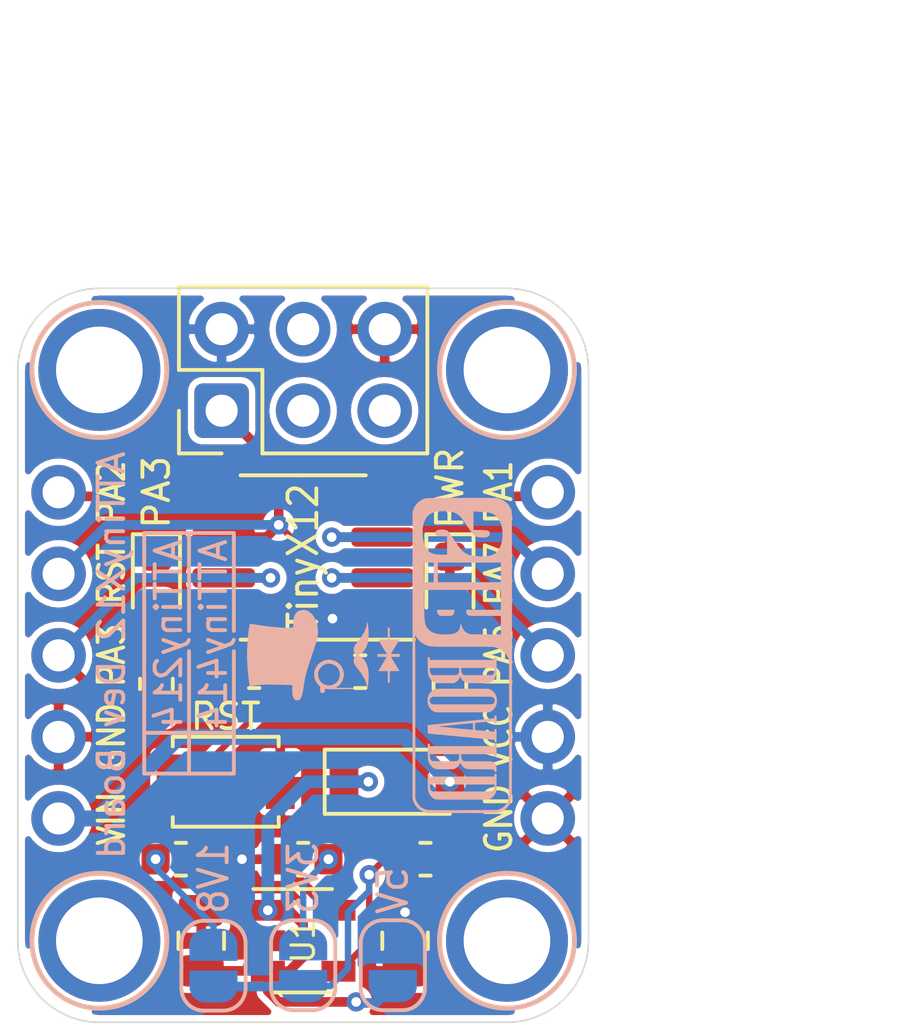
<source format=kicad_pcb>
(kicad_pcb (version 20171130) (host pcbnew "(5.1.2)-2")

  (general
    (thickness 1.6)
    (drawings 35)
    (tracks 101)
    (zones 0)
    (modules 27)
    (nets 19)
  )

  (page User 132.004 102.006)
  (title_block
    (title "ATTiny X12 Development Board ")
    (date 2020-04-23)
    (rev 2)
    (company SirBoard)
    (comment 1 www.SirBoard.com)
    (comment 2 "ATTiny 212 and 412")
    (comment 3 "ATTiny 1 Series")
  )

  (layers
    (0 F.Cu signal)
    (31 B.Cu signal)
    (32 B.Adhes user hide)
    (33 F.Adhes user hide)
    (34 B.Paste user hide)
    (35 F.Paste user hide)
    (36 B.SilkS user)
    (37 F.SilkS user)
    (38 B.Mask user hide)
    (39 F.Mask user hide)
    (40 Dwgs.User user)
    (41 Cmts.User user hide)
    (42 Eco1.User user hide)
    (43 Eco2.User user hide)
    (44 Edge.Cuts user)
    (45 Margin user hide)
    (46 B.CrtYd user hide)
    (47 F.CrtYd user hide)
    (48 B.Fab user hide)
    (49 F.Fab user hide)
  )

  (setup
    (last_trace_width 0.127)
    (user_trace_width 0.2)
    (user_trace_width 0.3)
    (user_trace_width 0.4)
    (user_trace_width 0.5)
    (user_trace_width 0.6)
    (user_trace_width 0.7)
    (user_trace_width 0.8)
    (user_trace_width 0.9)
    (user_trace_width 1)
    (trace_clearance 0.127)
    (zone_clearance 0.2)
    (zone_45_only no)
    (trace_min 0.127)
    (via_size 0.6)
    (via_drill 0.3)
    (via_min_size 0.4)
    (via_min_drill 0.3)
    (user_via 1.6 1)
    (uvia_size 0.45)
    (uvia_drill 0.2)
    (uvias_allowed no)
    (uvia_min_size 0.2)
    (uvia_min_drill 0.1)
    (edge_width 0.05)
    (segment_width 0.2)
    (pcb_text_width 0.3)
    (pcb_text_size 1.5 1.5)
    (mod_edge_width 0.12)
    (mod_text_size 0.8 0.8)
    (mod_text_width 0.12)
    (pad_size 1.7 1.7)
    (pad_drill 1)
    (pad_to_mask_clearance 0)
    (pad_to_paste_clearance -0.05)
    (aux_axis_origin 0 0)
    (visible_elements 7FFFFFFF)
    (pcbplotparams
      (layerselection 0x010f0_ffffffff)
      (usegerberextensions false)
      (usegerberattributes false)
      (usegerberadvancedattributes false)
      (creategerberjobfile false)
      (excludeedgelayer true)
      (linewidth 0.100000)
      (plotframeref false)
      (viasonmask false)
      (mode 1)
      (useauxorigin false)
      (hpglpennumber 1)
      (hpglpenspeed 20)
      (hpglpendiameter 15.000000)
      (psnegative false)
      (psa4output false)
      (plotreference true)
      (plotvalue true)
      (plotinvisibletext false)
      (padsonsilk false)
      (subtractmaskfromsilk false)
      (outputformat 1)
      (mirror false)
      (drillshape 0)
      (scaleselection 1)
      (outputdirectory "../Gerbers/SirTinyUSB/"))
  )

  (net 0 "")
  (net 1 VCC)
  (net 2 VIN)
  (net 3 GND)
  (net 4 RST)
  (net 5 "Net-(5V1-Pad1)")
  (net 6 PA1)
  (net 7 PA7)
  (net 8 PA6)
  (net 9 PA2)
  (net 10 PA3)
  (net 11 "Net-(J4-Pad5)")
  (net 12 "Net-(J4-Pad4)")
  (net 13 "Net-(J4-Pad3)")
  (net 14 "Net-(D2-Pad2)")
  (net 15 "Net-(D3-Pad2)")
  (net 16 /1V8)
  (net 17 /ADJ)
  (net 18 /3V3)

  (net_class Default "This is the default net class."
    (clearance 0.127)
    (trace_width 0.127)
    (via_dia 0.6)
    (via_drill 0.3)
    (uvia_dia 0.45)
    (uvia_drill 0.2)
    (add_net /1V8)
    (add_net /3V3)
    (add_net /ADJ)
    (add_net GND)
    (add_net "Net-(5V1-Pad1)")
    (add_net "Net-(D2-Pad2)")
    (add_net "Net-(D3-Pad2)")
    (add_net "Net-(J4-Pad3)")
    (add_net "Net-(J4-Pad4)")
    (add_net "Net-(J4-Pad5)")
    (add_net PA1)
    (add_net PA2)
    (add_net PA3)
    (add_net PA6)
    (add_net PA7)
    (add_net RST)
    (add_net VCC)
    (add_net VIN)
  )

  (module logo:logo47x67 (layer B.Cu) (tedit 0) (tstamp 5EA18D66)
    (at 62.865 36.83 270)
    (fp_text reference G*** (at 0 0 90) (layer B.SilkS) hide
      (effects (font (size 1.524 1.524) (thickness 0.3)) (justify mirror))
    )
    (fp_text value LOGO (at 0.75 0 90) (layer B.SilkS) hide
      (effects (font (size 1.524 1.524) (thickness 0.3)) (justify mirror))
    )
    (fp_poly (pts (xy 0.04445 -1.829329) (xy 0.044658 -1.870797) (xy 0.045241 -1.907533) (xy 0.04614 -1.937803)
      (xy 0.047293 -1.95987) (xy 0.04864 -1.972) (xy 0.049502 -1.973791) (xy 0.056249 -1.969974)
      (xy 0.0721 -1.960569) (xy 0.095325 -1.946619) (xy 0.124193 -1.929162) (xy 0.156975 -1.909238)
      (xy 0.162215 -1.906045) (xy 0.205684 -1.879546) (xy 0.255265 -1.84932) (xy 0.306228 -1.818251)
      (xy 0.353839 -1.789224) (xy 0.377825 -1.774601) (xy 0.485775 -1.708786) (xy 0.489179 -2.0066)
      (xy 0.84455 -2.0066) (xy 0.84455 -2.0574) (xy 0.489175 -2.0574) (xy 0.487475 -2.209116)
      (xy 0.485775 -2.360833) (xy 0.380415 -2.296429) (xy 0.338655 -2.2709) (xy 0.290483 -2.241447)
      (xy 0.240319 -2.210774) (xy 0.192586 -2.181585) (xy 0.163444 -2.163762) (xy 0.129739 -2.143253)
      (xy 0.099758 -2.125209) (xy 0.075166 -2.110616) (xy 0.057626 -2.100458) (xy 0.048802 -2.095722)
      (xy 0.048141 -2.0955) (xy 0.047068 -2.101547) (xy 0.046119 -2.118482) (xy 0.045339 -2.144492)
      (xy 0.044778 -2.177765) (xy 0.044483 -2.216487) (xy 0.04445 -2.2352) (xy 0.04445 -2.3749)
      (xy -0.037862 -2.3749) (xy -0.039569 -2.232109) (xy -0.041275 -2.089318) (xy -0.105517 -2.129505)
      (xy -0.131424 -2.145609) (xy -0.153906 -2.159395) (xy -0.170487 -2.169357) (xy -0.178542 -2.173919)
      (xy -0.186091 -2.178249) (xy -0.202966 -2.188335) (xy -0.227679 -2.203274) (xy -0.258741 -2.222165)
      (xy -0.294664 -2.244104) (xy -0.333961 -2.268188) (xy -0.33655 -2.269778) (xy -0.485775 -2.361409)
      (xy -0.487476 -2.209404) (xy -0.489176 -2.0574) (xy -0.85725 -2.0574) (xy -0.85725 -2.0066)
      (xy -0.48895 -2.0066) (xy -0.48895 -1.857375) (xy -0.488846 -1.815364) (xy -0.488552 -1.777929)
      (xy -0.488099 -1.746823) (xy -0.487517 -1.723801) (xy -0.486837 -1.710616) (xy -0.48637 -1.70815)
      (xy -0.480322 -1.711289) (xy -0.465499 -1.719906) (xy -0.44393 -1.732798) (xy -0.417642 -1.748762)
      (xy -0.408583 -1.754311) (xy -0.375211 -1.774758) (xy -0.335313 -1.79915) (xy -0.293217 -1.824844)
      (xy -0.253253 -1.849193) (xy -0.2413 -1.856465) (xy -0.205377 -1.878339) (xy -0.168185 -1.901033)
      (xy -0.133237 -1.922402) (xy -0.104044 -1.940299) (xy -0.093663 -1.946684) (xy -0.0381 -1.98091)
      (xy -0.0381 -1.68275) (xy 0.04445 -1.68275) (xy 0.04445 -1.829329)) (layer B.SilkS) (width 0.01))
    (fp_poly (pts (xy 0.208249 -0.944881) (xy 0.23699 -0.952611) (xy 0.255254 -0.959244) (xy 0.274886 -0.968608)
      (xy 0.29723 -0.9816) (xy 0.323632 -0.999122) (xy 0.355435 -1.022072) (xy 0.393986 -1.051349)
      (xy 0.440628 -1.087854) (xy 0.448594 -1.094159) (xy 0.546636 -1.167343) (xy 0.641138 -1.228749)
      (xy 0.731993 -1.278322) (xy 0.819095 -1.316008) (xy 0.902336 -1.341755) (xy 0.96464 -1.353531)
      (xy 0.988146 -1.356856) (xy 1.003498 -1.359771) (xy 1.010041 -1.362576) (xy 1.007124 -1.365573)
      (xy 0.994092 -1.369063) (xy 0.970291 -1.373345) (xy 0.935068 -1.378722) (xy 0.898525 -1.383971)
      (xy 0.805685 -1.394547) (xy 0.712527 -1.400243) (xy 0.621702 -1.401073) (xy 0.535865 -1.397054)
      (xy 0.457671 -1.388199) (xy 0.418965 -1.38129) (xy 0.3305 -1.358182) (xy 0.250787 -1.327293)
      (xy 0.180265 -1.288917) (xy 0.119372 -1.243344) (xy 0.068547 -1.190866) (xy 0.02823 -1.131776)
      (xy 0.019659 -1.115638) (xy -0.003754 -1.069032) (xy -0.021008 -1.104428) (xy -0.059249 -1.168642)
      (xy -0.107621 -1.225285) (xy -0.165996 -1.274274) (xy -0.234248 -1.315524) (xy -0.312248 -1.348952)
      (xy -0.399869 -1.374473) (xy -0.445205 -1.383872) (xy -0.490775 -1.390444) (xy -0.545437 -1.395518)
      (xy -0.60566 -1.398962) (xy -0.667909 -1.400644) (xy -0.728652 -1.400433) (xy -0.784355 -1.398197)
      (xy -0.8001 -1.397069) (xy -0.823576 -1.39476) (xy -0.853233 -1.391233) (xy -0.886688 -1.386842)
      (xy -0.921558 -1.381941) (xy -0.95546 -1.376884) (xy -0.986012 -1.372025) (xy -1.010831 -1.367718)
      (xy -1.027532 -1.364319) (xy -1.033628 -1.362355) (xy -1.028781 -1.360931) (xy -1.01439 -1.358794)
      (xy -0.993556 -1.356402) (xy -0.99328 -1.356374) (xy -0.923477 -1.345222) (xy -0.852317 -1.325713)
      (xy -0.779003 -1.297441) (xy -0.702739 -1.259999) (xy -0.622728 -1.212983) (xy -0.538174 -1.155985)
      (xy -0.448279 -1.088599) (xy -0.41275 -1.060343) (xy -0.371959 -1.028004) (xy -0.338532 -1.002999)
      (xy -0.310478 -0.984074) (xy -0.285806 -0.969977) (xy -0.262522 -0.959456) (xy -0.23987 -0.951629)
      (xy -0.190159 -0.942495) (xy -0.142801 -0.94576) (xy -0.09842 -0.961241) (xy -0.057633 -0.988757)
      (xy -0.034208 -1.012025) (xy -0.004967 -1.04519) (xy 0.034029 -1.006227) (xy 0.062674 -0.980317)
      (xy 0.089194 -0.962765) (xy 0.109775 -0.953531) (xy 0.143594 -0.943437) (xy 0.174821 -0.940565)
      (xy 0.208249 -0.944881)) (layer B.SilkS) (width 0.01))
    (fp_poly (pts (xy 0.636107 0.285906) (xy 0.68248 0.280754) (xy 0.700525 0.277099) (xy 0.763487 0.256534)
      (xy 0.82505 0.226274) (xy 0.881864 0.188326) (xy 0.930575 0.144696) (xy 0.941176 0.133043)
      (xy 0.968375 0.101744) (xy 1.049237 0.101672) (xy 1.082601 0.101554) (xy 1.105854 0.100954)
      (xy 1.121583 0.099398) (xy 1.132376 0.096412) (xy 1.140822 0.091523) (xy 1.14951 0.084256)
      (xy 1.150837 0.083071) (xy 1.163711 0.069804) (xy 1.169815 0.056623) (xy 1.171543 0.037741)
      (xy 1.171575 0.032938) (xy 1.167639 0.005044) (xy 1.155278 -0.015417) (xy 1.133666 -0.029021)
      (xy 1.101972 -0.036343) (xy 1.069317 -0.038064) (xy 1.03691 -0.0381) (xy 1.044488 -0.068262)
      (xy 1.04612 -0.078431) (xy 1.047464 -0.095253) (xy 1.048527 -0.119438) (xy 1.049317 -0.151698)
      (xy 1.04984 -0.19274) (xy 1.050106 -0.243277) (xy 1.050121 -0.304017) (xy 1.049892 -0.375671)
      (xy 1.049427 -0.458948) (xy 1.0491 -0.506412) (xy 1.046133 -0.9144) (xy 1.016134 -0.9144)
      (xy 1.014479 -0.639762) (xy 1.012825 -0.365125) (xy 0.992782 -0.40005) (xy 0.951114 -0.460536)
      (xy 0.901395 -0.512149) (xy 0.844948 -0.55458) (xy 0.783094 -0.587524) (xy 0.717157 -0.610674)
      (xy 0.64846 -0.623722) (xy 0.578327 -0.626363) (xy 0.508079 -0.618289) (xy 0.43904 -0.599194)
      (xy 0.372533 -0.568771) (xy 0.3429 -0.550719) (xy 0.32607 -0.537928) (xy 0.304009 -0.518887)
      (xy 0.280145 -0.496632) (xy 0.266224 -0.482833) (xy 0.218937 -0.425825) (xy 0.182306 -0.362318)
      (xy 0.156723 -0.293292) (xy 0.142582 -0.219728) (xy 0.140306 -0.177783) (xy 0.253886 -0.177783)
      (xy 0.260249 -0.236789) (xy 0.27715 -0.29498) (xy 0.305023 -0.351061) (xy 0.339883 -0.398699)
      (xy 0.383894 -0.440336) (xy 0.435619 -0.47323) (xy 0.492963 -0.496703) (xy 0.553827 -0.510075)
      (xy 0.616113 -0.512667) (xy 0.669925 -0.505603) (xy 0.732285 -0.485753) (xy 0.788628 -0.455132)
      (xy 0.837983 -0.41462) (xy 0.87938 -0.365101) (xy 0.911849 -0.307456) (xy 0.925275 -0.273417)
      (xy 0.934601 -0.234424) (xy 0.939362 -0.188739) (xy 0.939443 -0.141482) (xy 0.934731 -0.097774)
      (xy 0.929669 -0.075765) (xy 0.905547 -0.015441) (xy 0.871069 0.038735) (xy 0.82756 0.085539)
      (xy 0.776347 0.123752) (xy 0.718755 0.152152) (xy 0.66543 0.167734) (xy 0.630842 0.174125)
      (xy 0.603255 0.176935) (xy 0.577489 0.176186) (xy 0.548365 0.171899) (xy 0.530225 0.168289)
      (xy 0.467923 0.149357) (xy 0.412683 0.120886) (xy 0.36494 0.08417) (xy 0.325129 0.040503)
      (xy 0.293683 -0.00882) (xy 0.271038 -0.062504) (xy 0.257628 -0.119257) (xy 0.253886 -0.177783)
      (xy 0.140306 -0.177783) (xy 0.1397 -0.166629) (xy 0.145834 -0.093915) (xy 0.163619 -0.024119)
      (xy 0.192128 0.041597) (xy 0.230433 0.10207) (xy 0.277607 0.156138) (xy 0.332722 0.202638)
      (xy 0.394852 0.240408) (xy 0.463068 0.268286) (xy 0.493433 0.276794) (xy 0.536185 0.283919)
      (xy 0.585542 0.286959) (xy 0.636107 0.285906)) (layer B.SilkS) (width 0.01))
    (fp_poly (pts (xy 0.220956 2.372296) (xy 0.428854 2.360307) (xy 0.634144 2.341343) (xy 0.834635 2.315426)
      (xy 0.866775 2.310534) (xy 0.904169 2.304771) (xy 0.930702 2.300451) (xy 0.948015 2.296789)
      (xy 0.957749 2.292999) (xy 0.961545 2.288296) (xy 0.961045 2.281894) (xy 0.95789 2.273009)
      (xy 0.955989 2.267841) (xy 0.94578 2.231561) (xy 0.936398 2.183138) (xy 0.927927 2.123109)
      (xy 0.920446 2.05201) (xy 0.917263 2.014504) (xy 0.913839 1.960239) (xy 0.911185 1.89505)
      (xy 0.90929 1.82069) (xy 0.90814 1.738911) (xy 0.907723 1.651464) (xy 0.908025 1.560103)
      (xy 0.909036 1.46658) (xy 0.910741 1.372645) (xy 0.913128 1.280053) (xy 0.916184 1.190555)
      (xy 0.919898 1.105903) (xy 0.924256 1.027849) (xy 0.924403 1.025525) (xy 0.928034 0.968375)
      (xy 1.042205 0.970482) (xy 1.121022 0.970207) (xy 1.188456 0.966191) (xy 1.245288 0.958338)
      (xy 1.2923 0.946555) (xy 1.316992 0.937175) (xy 1.352058 0.91828) (xy 1.375969 0.896469)
      (xy 1.390254 0.869452) (xy 1.396445 0.834939) (xy 1.397 0.817434) (xy 1.39632 0.794041)
      (xy 1.393157 0.778187) (xy 1.385825 0.764734) (xy 1.375465 0.751829) (xy 1.35397 0.730788)
      (xy 1.326905 0.711947) (xy 1.293274 0.694992) (xy 1.252084 0.679605) (xy 1.202338 0.665471)
      (xy 1.143042 0.652274) (xy 1.0732 0.639698) (xy 0.991818 0.627427) (xy 0.977219 0.625411)
      (xy 0.851102 0.606319) (xy 0.732051 0.584182) (xy 0.614576 0.557851) (xy 0.493186 0.526174)
      (xy 0.46355 0.517845) (xy 0.441897 0.511377) (xy 0.409554 0.501293) (xy 0.367867 0.488032)
      (xy 0.31818 0.472038) (xy 0.261838 0.45375) (xy 0.200185 0.433609) (xy 0.134567 0.412057)
      (xy 0.066329 0.389535) (xy -0.003186 0.366483) (xy -0.072632 0.343343) (xy -0.140664 0.320556)
      (xy -0.205937 0.298563) (xy -0.233361 0.289278) (xy -0.297269 0.267716) (xy -0.350926 0.249922)
      (xy -0.396047 0.235408) (xy -0.434345 0.223684) (xy -0.467536 0.214263) (xy -0.497335 0.206656)
      (xy -0.525455 0.200375) (xy -0.553611 0.194931) (xy -0.581025 0.190242) (xy -0.620124 0.18522)
      (xy -0.66599 0.181481) (xy -0.714894 0.179139) (xy -0.7631 0.178304) (xy -0.806878 0.179088)
      (xy -0.842495 0.181604) (xy -0.847725 0.182246) (xy -0.951647 0.200774) (xy -1.04585 0.227353)
      (xy -1.130498 0.262057) (xy -1.205755 0.304961) (xy -1.271785 0.356137) (xy -1.304641 0.388276)
      (xy -1.347471 0.439847) (xy -1.378482 0.491605) (xy -1.398449 0.545377) (xy -1.408148 0.602988)
      (xy -1.40939 0.635) (xy -1.404117 0.698317) (xy -1.38832 0.754534) (xy -1.362029 0.80361)
      (xy -1.325279 0.845505) (xy -1.278099 0.880181) (xy -1.220522 0.907596) (xy -1.181055 0.920528)
      (xy -1.136437 0.930354) (xy -1.083739 0.937597) (xy -1.027388 0.941892) (xy -0.971809 0.942871)
      (xy -0.932363 0.941138) (xy -0.87095 0.936392) (xy -0.867304 0.95462) (xy -0.859976 1.004691)
      (xy -0.85556 1.066337) (xy -0.853995 1.138788) (xy -0.855219 1.221273) (xy -0.859172 1.313021)
      (xy -0.86579 1.41326) (xy -0.875012 1.52122) (xy -0.886778 1.63613) (xy -0.901025 1.757218)
      (xy -0.917691 1.883713) (xy -0.936715 2.014845) (xy -0.958035 2.149842) (xy -0.96723 2.204967)
      (xy -0.972997 2.239853) (xy -0.97655 2.264208) (xy -0.977994 2.279987) (xy -0.977431 2.289146)
      (xy -0.974967 2.29364) (xy -0.972013 2.295102) (xy -0.959684 2.29782) (xy -0.937132 2.301984)
      (xy -0.906701 2.307206) (xy -0.870734 2.313096) (xy -0.831576 2.319262) (xy -0.79157 2.325317)
      (xy -0.78105 2.326864) (xy -0.592945 2.350073) (xy -0.396503 2.366199) (xy -0.193912 2.375264)
      (xy 0.012637 2.377289) (xy 0.220956 2.372296)) (layer B.SilkS) (width 0.01))
  )

  (module Diode_SMD:D_SOD-123 (layer F.Cu) (tedit 58645DC7) (tstamp 5EA1BDA2)
    (at 65.151 40.767)
    (descr SOD-123)
    (tags SOD-123)
    (path /5EBFD48D)
    (attr smd)
    (fp_text reference D1 (at -0.001 0) (layer F.SilkS) hide
      (effects (font (size 1 1) (thickness 0.15)))
    )
    (fp_text value MBR120 (at 0 2.1) (layer F.Fab)
      (effects (font (size 1 1) (thickness 0.15)))
    )
    (fp_line (start -2.25 -1) (end 1.65 -1) (layer F.SilkS) (width 0.12))
    (fp_line (start -2.25 1) (end 1.65 1) (layer F.SilkS) (width 0.12))
    (fp_line (start -2.35 -1.15) (end -2.35 1.15) (layer F.CrtYd) (width 0.05))
    (fp_line (start 2.35 1.15) (end -2.35 1.15) (layer F.CrtYd) (width 0.05))
    (fp_line (start 2.35 -1.15) (end 2.35 1.15) (layer F.CrtYd) (width 0.05))
    (fp_line (start -2.35 -1.15) (end 2.35 -1.15) (layer F.CrtYd) (width 0.05))
    (fp_line (start -1.4 -0.9) (end 1.4 -0.9) (layer F.Fab) (width 0.1))
    (fp_line (start 1.4 -0.9) (end 1.4 0.9) (layer F.Fab) (width 0.1))
    (fp_line (start 1.4 0.9) (end -1.4 0.9) (layer F.Fab) (width 0.1))
    (fp_line (start -1.4 0.9) (end -1.4 -0.9) (layer F.Fab) (width 0.1))
    (fp_line (start -0.75 0) (end -0.35 0) (layer F.Fab) (width 0.1))
    (fp_line (start -0.35 0) (end -0.35 -0.55) (layer F.Fab) (width 0.1))
    (fp_line (start -0.35 0) (end -0.35 0.55) (layer F.Fab) (width 0.1))
    (fp_line (start -0.35 0) (end 0.25 -0.4) (layer F.Fab) (width 0.1))
    (fp_line (start 0.25 -0.4) (end 0.25 0.4) (layer F.Fab) (width 0.1))
    (fp_line (start 0.25 0.4) (end -0.35 0) (layer F.Fab) (width 0.1))
    (fp_line (start 0.25 0) (end 0.75 0) (layer F.Fab) (width 0.1))
    (fp_line (start -2.25 -1) (end -2.25 1) (layer F.SilkS) (width 0.12))
    (fp_text user %R (at 0 -2) (layer F.Fab)
      (effects (font (size 1 1) (thickness 0.15)))
    )
    (pad 2 smd rect (at 1.65 0) (size 0.9 1.2) (layers F.Cu F.Paste F.Mask)
      (net 2 VIN))
    (pad 1 smd rect (at -1.65 0) (size 0.9 1.2) (layers F.Cu F.Paste F.Mask)
      (net 5 "Net-(5V1-Pad1)"))
    (model ${KISYS3DMOD}/Diode_SMD.3dshapes/D_SOD-123.wrl
      (at (xyz 0 0 0))
      (scale (xyz 1 1 1))
      (rotate (xyz 0 0 0))
    )
  )

  (module logo:SirBoard98x31 (layer B.Cu) (tedit 0) (tstamp 5EA18928)
    (at 67.183 36.83 270)
    (fp_text reference G*** (at 0 0 90) (layer B.SilkS) hide
      (effects (font (size 1.524 1.524) (thickness 0.3)) (justify mirror))
    )
    (fp_text value LOGO (at 0.75 0 90) (layer B.SilkS) hide
      (effects (font (size 1.524 1.524) (thickness 0.3)) (justify mirror))
    )
    (fp_poly (pts (xy -1.334868 0.770261) (xy -1.296392 0.756996) (xy -1.266987 0.734987) (xy -1.246785 0.704317)
      (xy -1.241064 0.688829) (xy -1.238088 0.672122) (xy -1.23565 0.645116) (xy -1.233769 0.610202)
      (xy -1.232464 0.56977) (xy -1.231755 0.52621) (xy -1.231659 0.481913) (xy -1.232196 0.43927)
      (xy -1.233385 0.400671) (xy -1.235245 0.368506) (xy -1.237795 0.345166) (xy -1.238311 0.34218)
      (xy -1.24858 0.307816) (xy -1.265582 0.282169) (xy -1.290549 0.264343) (xy -1.32471 0.253445)
      (xy -1.366838 0.248689) (xy -1.41605 0.246306) (xy -1.41605 0.7747) (xy -1.382278 0.7747)
      (xy -1.334868 0.770261)) (layer B.SilkS) (width 0.01))
    (fp_poly (pts (xy 3.948112 1.065045) (xy 4.013772 1.064113) (xy 4.068018 1.063129) (xy 4.112139 1.062033)
      (xy 4.147419 1.060764) (xy 4.175147 1.059258) (xy 4.196608 1.057456) (xy 4.21309 1.055294)
      (xy 4.225879 1.052713) (xy 4.230221 1.051557) (xy 4.294012 1.027902) (xy 4.351034 0.995831)
      (xy 4.400081 0.956391) (xy 4.439947 0.910632) (xy 4.469424 0.859603) (xy 4.478882 0.835482)
      (xy 4.480434 0.830097) (xy 4.481828 0.823175) (xy 4.483071 0.814047) (xy 4.484173 0.802044)
      (xy 4.485142 0.786497) (xy 4.485986 0.766739) (xy 4.486714 0.742099) (xy 4.487333 0.71191)
      (xy 4.487854 0.675503) (xy 4.488283 0.632208) (xy 4.488629 0.581357) (xy 4.488902 0.522282)
      (xy 4.489108 0.454314) (xy 4.489257 0.376783) (xy 4.489357 0.289022) (xy 4.489417 0.190361)
      (xy 4.489445 0.080132) (xy 4.48945 -0.003312) (xy 4.489445 -0.121255) (xy 4.489424 -0.227178)
      (xy 4.489376 -0.32176) (xy 4.489293 -0.40568) (xy 4.489163 -0.479619) (xy 4.488978 -0.544254)
      (xy 4.488726 -0.600266) (xy 4.488399 -0.648335) (xy 4.487986 -0.689139) (xy 4.487477 -0.723359)
      (xy 4.486863 -0.751673) (xy 4.486133 -0.774761) (xy 4.485278 -0.793303) (xy 4.484287 -0.807977)
      (xy 4.483151 -0.819465) (xy 4.481859 -0.828444) (xy 4.480403 -0.835595) (xy 4.478771 -0.841596)
      (xy 4.477128 -0.846623) (xy 4.453388 -0.896872) (xy 4.418842 -0.943299) (xy 4.375154 -0.984485)
      (xy 4.323992 -1.01901) (xy 4.267018 -1.045453) (xy 4.230548 -1.056899) (xy 4.218373 -1.059529)
      (xy 4.20328 -1.061668) (xy 4.183954 -1.063364) (xy 4.159082 -1.064661) (xy 4.127351 -1.065606)
      (xy 4.087447 -1.066244) (xy 4.038057 -1.066621) (xy 3.977866 -1.066784) (xy 3.947195 -1.0668)
      (xy 3.70205 -1.0668) (xy 3.70205 -1.010685) (xy 4.01955 -1.010685) (xy 4.098358 -1.00858)
      (xy 4.131373 -1.007576) (xy 4.154427 -1.006264) (xy 4.170256 -1.004075) (xy 4.181596 -1.000439)
      (xy 4.191183 -0.994789) (xy 4.200877 -0.987265) (xy 4.218338 -0.970356) (xy 4.233152 -0.951452)
      (xy 4.236427 -0.94599) (xy 4.238045 -0.942629) (xy 4.239507 -0.938464) (xy 4.24082 -0.932875)
      (xy 4.241989 -0.925242) (xy 4.243021 -0.914942) (xy 4.243924 -0.901356) (xy 4.244703 -0.883863)
      (xy 4.245366 -0.861841) (xy 4.245919 -0.834671) (xy 4.246369 -0.801731) (xy 4.246722 -0.762401)
      (xy 4.246986 -0.716059) (xy 4.247166 -0.662085) (xy 4.24727 -0.599859) (xy 4.247303 -0.528758)
      (xy 4.247274 -0.448164) (xy 4.247188 -0.357454) (xy 4.247053 -0.256008) (xy 4.246874 -0.143205)
      (xy 4.246659 -0.018425) (xy 4.24662 0.003175) (xy 4.244975 0.930275) (xy 4.227002 0.953768)
      (xy 4.206224 0.975479) (xy 4.180782 0.991026) (xy 4.148465 1.001262) (xy 4.10706 1.007039)
      (xy 4.085143 1.008398) (xy 4.01955 1.011315) (xy 4.01955 -1.010685) (xy 3.70205 -1.010685)
      (xy 3.70205 -1.00965) (xy 3.77825 -1.00965) (xy 3.77825 1.00965) (xy 3.70205 1.00965)
      (xy 3.70205 1.068223) (xy 3.948112 1.065045)) (layer B.SilkS) (width 0.01))
    (fp_poly (pts (xy 3.001962 1.065045) (xy 3.067622 1.064113) (xy 3.121868 1.063129) (xy 3.165989 1.062033)
      (xy 3.201269 1.060764) (xy 3.228997 1.059258) (xy 3.250458 1.057456) (xy 3.26694 1.055294)
      (xy 3.279729 1.052713) (xy 3.284071 1.051557) (xy 3.347955 1.027878) (xy 3.404993 0.995801)
      (xy 3.454004 0.95636) (xy 3.493808 0.910584) (xy 3.523224 0.859504) (xy 3.533106 0.834017)
      (xy 3.53576 0.824889) (xy 3.537924 0.814282) (xy 3.539635 0.800942) (xy 3.54093 0.783616)
      (xy 3.541844 0.761051) (xy 3.542416 0.731995) (xy 3.542681 0.695194) (xy 3.542677 0.649394)
      (xy 3.54244 0.593343) (xy 3.54203 0.529217) (xy 3.540125 0.257175) (xy 3.519529 0.21508)
      (xy 3.494525 0.175335) (xy 3.460396 0.137183) (xy 3.420595 0.103968) (xy 3.379572 0.079507)
      (xy 3.359885 0.069573) (xy 3.34574 0.061319) (xy 3.340106 0.056485) (xy 3.3401 0.056402)
      (xy 3.345417 0.05153) (xy 3.358292 0.045705) (xy 3.359075 0.045428) (xy 3.389753 0.030739)
      (xy 3.423362 0.008155) (xy 3.456231 -0.01937) (xy 3.484688 -0.04888) (xy 3.498368 -0.066675)
      (xy 3.506523 -0.078479) (xy 3.51354 -0.088941) (xy 3.519511 -0.099066) (xy 3.524531 -0.109863)
      (xy 3.52869 -0.122339) (xy 3.532081 -0.137501) (xy 3.534798 -0.156356) (xy 3.536932 -0.179912)
      (xy 3.538577 -0.209176) (xy 3.539824 -0.245156) (xy 3.540767 -0.288858) (xy 3.541497 -0.34129)
      (xy 3.542108 -0.40346) (xy 3.542692 -0.476375) (xy 3.5433 -0.555625) (xy 3.543961 -0.639343)
      (xy 3.544585 -0.711303) (xy 3.545236 -0.772447) (xy 3.545981 -0.823716) (xy 3.546886 -0.866051)
      (xy 3.548017 -0.900395) (xy 3.549439 -0.927688) (xy 3.551219 -0.948873) (xy 3.553421 -0.964891)
      (xy 3.556113 -0.976683) (xy 3.55936 -0.985191) (xy 3.563228 -0.991357) (xy 3.567782 -0.996122)
      (xy 3.573089 -1.000427) (xy 3.574499 -1.00151) (xy 3.588393 -1.007484) (xy 3.602037 -1.009448)
      (xy 3.612711 -1.010537) (xy 3.617819 -1.015761) (xy 3.619398 -1.028544) (xy 3.6195 -1.03882)
      (xy 3.6195 -1.06799) (xy 3.529012 -1.065381) (xy 3.490774 -1.063991) (xy 3.46258 -1.062128)
      (xy 3.441773 -1.059432) (xy 3.425698 -1.055546) (xy 3.411699 -1.050109) (xy 3.40995 -1.049297)
      (xy 3.37361 -1.026402) (xy 3.345502 -0.995481) (xy 3.325138 -0.955714) (xy 3.312033 -0.906284)
      (xy 3.308043 -0.877611) (xy 3.306983 -0.861183) (xy 3.305981 -0.833373) (xy 3.305055 -0.795503)
      (xy 3.304224 -0.74889) (xy 3.303505 -0.694855) (xy 3.302917 -0.634716) (xy 3.302476 -0.569794)
      (xy 3.302202 -0.501406) (xy 3.302112 -0.44098) (xy 3.302 -0.059636) (xy 3.28367 -0.030733)
      (xy 3.265424 -0.007558) (xy 3.243052 0.009276) (xy 3.214395 0.020681) (xy 3.177293 0.027572)
      (xy 3.138993 0.030498) (xy 3.0734 0.033415) (xy 3.0734 -1.00965) (xy 3.1496 -1.00965)
      (xy 3.1496 -1.0668) (xy 2.7559 -1.0668) (xy 2.7559 -1.00965) (xy 2.8321 -1.00965)
      (xy 2.8321 0.087865) (xy 3.0734 0.087865) (xy 3.152208 0.08997) (xy 3.185223 0.090974)
      (xy 3.208277 0.092286) (xy 3.224106 0.094475) (xy 3.235446 0.098111) (xy 3.245033 0.103761)
      (xy 3.254727 0.111285) (xy 3.26434 0.118914) (xy 3.272566 0.125713) (xy 3.279507 0.132677)
      (xy 3.285268 0.140807) (xy 3.289951 0.151099) (xy 3.293661 0.164553) (xy 3.296502 0.182167)
      (xy 3.298576 0.204938) (xy 3.299988 0.233865) (xy 3.30084 0.269947) (xy 3.301237 0.314181)
      (xy 3.301283 0.367566) (xy 3.30108 0.4311) (xy 3.300733 0.505781) (xy 3.300516 0.55245)
      (xy 3.298825 0.930275) (xy 3.280852 0.953768) (xy 3.260074 0.975479) (xy 3.234632 0.991026)
      (xy 3.202315 1.001262) (xy 3.16091 1.007039) (xy 3.138993 1.008398) (xy 3.0734 1.011315)
      (xy 3.0734 0.087865) (xy 2.8321 0.087865) (xy 2.8321 1.00965) (xy 2.7559 1.00965)
      (xy 2.7559 1.068223) (xy 3.001962 1.065045)) (layer B.SilkS) (width 0.01))
    (fp_poly (pts (xy 2.255698 1.067431) (xy 2.289396 1.06708) (xy 2.324118 1.066449) (xy 2.357546 1.06558)
      (xy 2.387366 1.064514) (xy 2.411261 1.063293) (xy 2.426916 1.061959) (xy 2.43205 1.060658)
      (xy 2.43264 1.053346) (xy 2.43436 1.03421) (xy 2.437132 1.004069) (xy 2.440877 0.963743)
      (xy 2.445519 0.91405) (xy 2.450979 0.855809) (xy 2.457179 0.789839) (xy 2.464043 0.716959)
      (xy 2.471492 0.637987) (xy 2.479448 0.553744) (xy 2.487834 0.465047) (xy 2.496572 0.372716)
      (xy 2.505584 0.27757) (xy 2.514793 0.180427) (xy 2.52412 0.082107) (xy 2.533489 -0.016573)
      (xy 2.54282 -0.114791) (xy 2.552037 -0.211731) (xy 2.561062 -0.306573) (xy 2.569817 -0.398497)
      (xy 2.578225 -0.486686) (xy 2.586207 -0.570319) (xy 2.593685 -0.648579) (xy 2.600583 -0.720646)
      (xy 2.606822 -0.785702) (xy 2.612325 -0.842927) (xy 2.617014 -0.891502) (xy 2.62081 -0.930609)
      (xy 2.623638 -0.959429) (xy 2.625417 -0.977142) (xy 2.62602 -0.982662) (xy 2.629678 -1.00965)
      (xy 2.69875 -1.00965) (xy 2.69875 -1.0668) (xy 2.30505 -1.0668) (xy 2.30505 -1.00965)
      (xy 2.34315 -1.00965) (xy 2.36424 -1.009386) (xy 2.375623 -1.007628) (xy 2.380293 -1.002924)
      (xy 2.381243 -0.993823) (xy 2.38125 -0.991179) (xy 2.380682 -0.981099) (xy 2.379058 -0.959768)
      (xy 2.376499 -0.928579) (xy 2.373123 -0.888926) (xy 2.369051 -0.842203) (xy 2.364402 -0.789804)
      (xy 2.359295 -0.733124) (xy 2.35585 -0.695325) (xy 2.350527 -0.636926) (xy 2.345582 -0.582161)
      (xy 2.341136 -0.532383) (xy 2.337305 -0.488946) (xy 2.334209 -0.453202) (xy 2.331967 -0.426507)
      (xy 2.330697 -0.410213) (xy 2.33045 -0.40582) (xy 2.329787 -0.401507) (xy 2.326652 -0.398358)
      (xy 2.319325 -0.396192) (xy 2.306087 -0.394825) (xy 2.285219 -0.394076) (xy 2.255002 -0.393761)
      (xy 2.21615 -0.3937) (xy 2.179637 -0.393906) (xy 2.14795 -0.394481) (xy 2.123092 -0.395355)
      (xy 2.107068 -0.396458) (xy 2.10185 -0.39763) (xy 2.101242 -0.404564) (xy 2.099504 -0.422861)
      (xy 2.09676 -0.451245) (xy 2.093133 -0.488443) (xy 2.088749 -0.533178) (xy 2.083732 -0.584177)
      (xy 2.078208 -0.640163) (xy 2.073275 -0.690021) (xy 2.067394 -0.749715) (xy 2.061922 -0.805914)
      (xy 2.056984 -0.857274) (xy 2.052706 -0.902452) (xy 2.049215 -0.940104) (xy 2.046636 -0.968886)
      (xy 2.045098 -0.987455) (xy 2.0447 -0.994065) (xy 2.045646 -1.002994) (xy 2.050553 -1.007644)
      (xy 2.062526 -1.009399) (xy 2.079625 -1.00965) (xy 2.11455 -1.00965) (xy 2.11455 -1.0668)
      (xy 1.88595 -1.0668) (xy 1.88595 -1.010256) (xy 1.925404 -1.008365) (xy 1.964859 -1.006475)
      (xy 2.033954 -0.331787) (xy 2.108021 -0.331787) (xy 2.109047 -0.335839) (xy 2.113139 -0.338772)
      (xy 2.122044 -0.340765) (xy 2.137509 -0.341994) (xy 2.16128 -0.342639) (xy 2.195104 -0.342877)
      (xy 2.217024 -0.3429) (xy 2.325848 -0.3429) (xy 2.322163 -0.309562) (xy 2.320832 -0.296181)
      (xy 2.318545 -0.271654) (xy 2.315435 -0.23749) (xy 2.311638 -0.195195) (xy 2.30729 -0.146278)
      (xy 2.302524 -0.092246) (xy 2.297476 -0.034607) (xy 2.294738 -0.003175) (xy 2.289649 0.054376)
      (xy 2.284747 0.107946) (xy 2.280163 0.156223) (xy 2.276031 0.197899) (xy 2.272481 0.231665)
      (xy 2.269647 0.256209) (xy 2.267659 0.270223) (xy 2.266908 0.27305) (xy 2.265479 0.279869)
      (xy 2.263141 0.297972) (xy 2.260032 0.325985) (xy 2.256291 0.362535) (xy 2.252059 0.40625)
      (xy 2.247473 0.455756) (xy 2.242674 0.50968) (xy 2.241304 0.525463) (xy 2.236488 0.58023)
      (xy 2.231868 0.630834) (xy 2.22758 0.675926) (xy 2.22376 0.714155) (xy 2.220544 0.744171)
      (xy 2.218067 0.764626) (xy 2.216467 0.774167) (xy 2.216185 0.7747) (xy 2.215181 0.768563)
      (xy 2.213086 0.750885) (xy 2.210009 0.72277) (xy 2.206056 0.685322) (xy 2.201336 0.639643)
      (xy 2.195957 0.586837) (xy 2.190026 0.528007) (xy 2.183652 0.464256) (xy 2.176942 0.396688)
      (xy 2.170004 0.326405) (xy 2.162945 0.254512) (xy 2.155875 0.18211) (xy 2.1489 0.110304)
      (xy 2.142128 0.040197) (xy 2.135668 -0.027109) (xy 2.129627 -0.09051) (xy 2.124113 -0.148902)
      (xy 2.119233 -0.201183) (xy 2.115097 -0.246249) (xy 2.11181 -0.282997) (xy 2.109482 -0.310324)
      (xy 2.10822 -0.327127) (xy 2.108021 -0.331787) (xy 2.033954 -0.331787) (xy 2.070859 0.028575)
      (xy 2.08247 0.14192) (xy 2.093731 0.251813) (xy 2.104577 0.357593) (xy 2.114937 0.458597)
      (xy 2.124746 0.554164) (xy 2.133933 0.643632) (xy 2.142431 0.726338) (xy 2.150173 0.801621)
      (xy 2.157089 0.868818) (xy 2.163113 0.927268) (xy 2.168175 0.976308) (xy 2.172209 1.015276)
      (xy 2.175145 1.04351) (xy 2.176915 1.060349) (xy 2.177455 1.065213) (xy 2.183901 1.066394)
      (xy 2.200634 1.06713) (xy 2.225339 1.067462) (xy 2.255698 1.067431)) (layer B.SilkS) (width 0.01))
    (fp_poly (pts (xy 0.315912 1.065045) (xy 0.379618 1.064193) (xy 0.432035 1.063338) (xy 0.474574 1.062405)
      (xy 0.508644 1.061319) (xy 0.535658 1.060003) (xy 0.557025 1.05838) (xy 0.574156 1.056377)
      (xy 0.588461 1.053916) (xy 0.601353 1.050921) (xy 0.607066 1.049379) (xy 0.670208 1.026095)
      (xy 0.726962 0.993722) (xy 0.775879 0.953382) (xy 0.815509 0.906199) (xy 0.835519 0.872552)
      (xy 0.860425 0.823475) (xy 0.860425 0.257175) (xy 0.839829 0.21508) (xy 0.814825 0.175335)
      (xy 0.780696 0.137183) (xy 0.740895 0.103968) (xy 0.699872 0.079507) (xy 0.680212 0.069713)
      (xy 0.66609 0.061804) (xy 0.66046 0.05744) (xy 0.660453 0.057368) (xy 0.665672 0.052995)
      (xy 0.679421 0.044537) (xy 0.698917 0.033686) (xy 0.702556 0.03175) (xy 0.750388 0.000861)
      (xy 0.792258 -0.037266) (xy 0.825553 -0.080017) (xy 0.839801 -0.105679) (xy 0.860425 -0.149225)
      (xy 0.862231 -0.478713) (xy 0.862603 -0.552976) (xy 0.862818 -0.615649) (xy 0.86285 -0.667843)
      (xy 0.862672 -0.710667) (xy 0.862258 -0.745231) (xy 0.861579 -0.772644) (xy 0.860611 -0.794018)
      (xy 0.859326 -0.810461) (xy 0.857697 -0.823083) (xy 0.855698 -0.832995) (xy 0.853512 -0.840663)
      (xy 0.830277 -0.892362) (xy 0.796171 -0.939891) (xy 0.752694 -0.981952) (xy 0.701346 -1.017247)
      (xy 0.643628 -1.044476) (xy 0.603341 -1.057251) (xy 0.591264 -1.059791) (xy 0.575716 -1.061861)
      (xy 0.555431 -1.063505) (xy 0.529144 -1.064763) (xy 0.495588 -1.065678) (xy 0.453498 -1.066293)
      (xy 0.401607 -1.066651) (xy 0.33865 -1.066793) (xy 0.31817 -1.0668) (xy 0.06985 -1.0668)
      (xy 0.06985 -1.00965) (xy 0.14605 -1.00965) (xy 0.38735 -1.00965) (xy 0.45837 -1.00965)
      (xy 0.492238 -1.009231) (xy 0.516639 -1.007692) (xy 0.534783 -1.004605) (xy 0.549884 -0.999542)
      (xy 0.556285 -0.99663) (xy 0.577654 -0.982846) (xy 0.597244 -0.964822) (xy 0.601152 -0.960117)
      (xy 0.619125 -0.936625) (xy 0.619125 -0.053047) (xy 0.602081 -0.027293) (xy 0.583806 -0.00538)
      (xy 0.560905 0.01059) (xy 0.531327 0.02143) (xy 0.493022 0.027951) (xy 0.455966 0.030555)
      (xy 0.38735 0.033382) (xy 0.38735 -1.00965) (xy 0.14605 -1.00965) (xy 0.14605 0.0889)
      (xy 0.38735 0.0889) (xy 0.45837 0.0889) (xy 0.492238 0.089319) (xy 0.516639 0.090858)
      (xy 0.534783 0.093945) (xy 0.549884 0.099008) (xy 0.556285 0.10192) (xy 0.577654 0.115704)
      (xy 0.597244 0.133728) (xy 0.601152 0.138433) (xy 0.619125 0.161925) (xy 0.619125 0.924853)
      (xy 0.602081 0.950607) (xy 0.583806 0.97252) (xy 0.560905 0.98849) (xy 0.531327 0.99933)
      (xy 0.493022 1.005851) (xy 0.455966 1.008455) (xy 0.38735 1.011282) (xy 0.38735 0.0889)
      (xy 0.14605 0.0889) (xy 0.14605 1.00965) (xy 0.06985 1.00965) (xy 0.06985 1.068134)
      (xy 0.315912 1.065045)) (layer B.SilkS) (width 0.01))
    (fp_poly (pts (xy 1.447906 1.072203) (xy 1.495528 1.066412) (xy 1.51895 1.060986) (xy 1.579263 1.038398)
      (xy 1.634065 1.007305) (xy 1.681802 0.969054) (xy 1.720915 0.924992) (xy 1.749851 0.876466)
      (xy 1.759328 0.852974) (xy 1.761114 0.84747) (xy 1.762719 0.841435) (xy 1.764152 0.834196)
      (xy 1.765423 0.82508) (xy 1.766542 0.813412) (xy 1.767518 0.79852) (xy 1.768362 0.779728)
      (xy 1.769082 0.756365) (xy 1.769689 0.727756) (xy 1.770192 0.693227) (xy 1.770601 0.652104)
      (xy 1.770925 0.603715) (xy 1.771175 0.547385) (xy 1.77136 0.482441) (xy 1.77149 0.408209)
      (xy 1.771574 0.324016) (xy 1.771622 0.229187) (xy 1.771644 0.123049) (xy 1.771649 0.004929)
      (xy 1.77165 -0.003175) (xy 1.771645 -0.122096) (xy 1.771624 -0.228992) (xy 1.771578 -0.324535)
      (xy 1.771497 -0.409399) (xy 1.77137 -0.484258) (xy 1.771189 -0.549785) (xy 1.770944 -0.606653)
      (xy 1.770624 -0.655538) (xy 1.770221 -0.697112) (xy 1.769724 -0.732049) (xy 1.769125 -0.761022)
      (xy 1.768412 -0.784706) (xy 1.767577 -0.803774) (xy 1.76661 -0.818899) (xy 1.7655 -0.830756)
      (xy 1.764239 -0.840017) (xy 1.762817 -0.847357) (xy 1.761224 -0.85345) (xy 1.75945 -0.858968)
      (xy 1.759328 -0.859323) (xy 1.735588 -0.909572) (xy 1.701042 -0.955999) (xy 1.657354 -0.997185)
      (xy 1.606192 -1.03171) (xy 1.549218 -1.058153) (xy 1.512748 -1.069599) (xy 1.478453 -1.075652)
      (xy 1.436821 -1.078735) (xy 1.392283 -1.078899) (xy 1.349271 -1.076192) (xy 1.312216 -1.070662)
      (xy 1.298575 -1.067239) (xy 1.236844 -1.044185) (xy 1.183808 -1.013859) (xy 1.13678 -0.974635)
      (xy 1.123747 -0.961216) (xy 1.095717 -0.928091) (xy 1.075431 -0.896108) (xy 1.059672 -0.859994)
      (xy 1.056469 -0.8509) (xy 1.054736 -0.845403) (xy 1.053179 -0.839177) (xy 1.05179 -0.831546)
      (xy 1.050559 -0.821835) (xy 1.049476 -0.809368) (xy 1.048532 -0.793468) (xy 1.047717 -0.77346)
      (xy 1.047022 -0.748669) (xy 1.046437 -0.718417) (xy 1.045953 -0.682031) (xy 1.045561 -0.638833)
      (xy 1.045251 -0.588148) (xy 1.045013 -0.5293) (xy 1.044838 -0.461614) (xy 1.044716 -0.384413)
      (xy 1.044638 -0.297022) (xy 1.04462 -0.25572) (xy 1.283856 -0.25572) (xy 1.283865 -0.375005)
      (xy 1.283986 -0.48294) (xy 1.284219 -0.579375) (xy 1.284563 -0.664159) (xy 1.285018 -0.737142)
      (xy 1.285582 -0.798174) (xy 1.286256 -0.847104) (xy 1.287037 -0.883782) (xy 1.287925 -0.908058)
      (xy 1.288899 -0.919668) (xy 1.295575 -0.943725) (xy 1.305372 -0.966046) (xy 1.310937 -0.974847)
      (xy 1.337478 -0.999815) (xy 1.370201 -1.015511) (xy 1.406176 -1.021504) (xy 1.442468 -1.017364)
      (xy 1.476147 -1.002662) (xy 1.480513 -0.999717) (xy 1.498926 -0.98381) (xy 1.514393 -0.965659)
      (xy 1.51858 -0.958949) (xy 1.520188 -0.955553) (xy 1.521642 -0.951296) (xy 1.522951 -0.945557)
      (xy 1.524122 -0.937717) (xy 1.525162 -0.927157) (xy 1.52608 -0.913257) (xy 1.526884 -0.895396)
      (xy 1.527579 -0.872957) (xy 1.528176 -0.845318) (xy 1.52868 -0.81186) (xy 1.5291 -0.771965)
      (xy 1.529443 -0.725011) (xy 1.529717 -0.670381) (xy 1.52993 -0.607453) (xy 1.53009 -0.535609)
      (xy 1.530203 -0.454228) (xy 1.530278 -0.362692) (xy 1.530322 -0.26038) (xy 1.530344 -0.146673)
      (xy 1.530349 -0.020952) (xy 1.53035 -0.006866) (xy 1.53035 0.923091) (xy 1.51688 0.950915)
      (xy 1.49646 0.981102) (xy 1.469036 1.001085) (xy 1.433921 1.011261) (xy 1.4097 1.012825)
      (xy 1.370336 1.008412) (xy 1.339042 0.994654) (xy 1.314514 0.970777) (xy 1.300931 0.948157)
      (xy 1.285875 0.917575) (xy 1.28418 0.0163) (xy 1.283961 -0.125235) (xy 1.283856 -0.25572)
      (xy 1.04462 -0.25572) (xy 1.044595 -0.198765) (xy 1.044577 -0.088966) (xy 1.044575 -0.003175)
      (xy 1.04458 0.115231) (xy 1.044603 0.221612) (xy 1.044653 0.316646) (xy 1.044739 0.401008)
      (xy 1.044872 0.475374) (xy 1.045061 0.54042) (xy 1.045315 0.596822) (xy 1.045644 0.645257)
      (xy 1.046058 0.686401) (xy 1.046566 0.720929) (xy 1.047179 0.749517) (xy 1.047904 0.772843)
      (xy 1.048753 0.79158) (xy 1.049735 0.806407) (xy 1.050859 0.817998) (xy 1.052135 0.827031)
      (xy 1.053572 0.83418) (xy 1.055181 0.840122) (xy 1.056629 0.84455) (xy 1.082053 0.899185)
      (xy 1.118184 0.948541) (xy 1.16372 0.991467) (xy 1.217358 1.026814) (xy 1.277796 1.053434)
      (xy 1.301795 1.06089) (xy 1.346018 1.06944) (xy 1.396395 1.073212) (xy 1.447906 1.072203)) (layer B.SilkS) (width 0.01))
    (fp_poly (pts (xy 4.530725 1.522535) (xy 4.608848 1.489407) (xy 4.679637 1.446151) (xy 4.742476 1.393417)
      (xy 4.79675 1.331856) (xy 4.841842 1.262117) (xy 4.877138 1.184849) (xy 4.891464 1.141743)
      (xy 4.905033 1.095375) (xy 4.906966 0.0254) (xy 4.907214 -0.131001) (xy 4.907368 -0.274883)
      (xy 4.907429 -0.406428) (xy 4.907395 -0.525817) (xy 4.907266 -0.633229) (xy 4.907041 -0.728848)
      (xy 4.906719 -0.812852) (xy 4.906298 -0.885425) (xy 4.90578 -0.946746) (xy 4.905162 -0.996996)
      (xy 4.904443 -1.036357) (xy 4.903624 -1.06501) (xy 4.902703 -1.083136) (xy 4.902103 -1.089025)
      (xy 4.883697 -1.167889) (xy 4.853409 -1.242872) (xy 4.811716 -1.313018) (xy 4.759095 -1.37737)
      (xy 4.757433 -1.379117) (xy 4.69677 -1.434836) (xy 4.631964 -1.478908) (xy 4.561699 -1.51207)
      (xy 4.484656 -1.535055) (xy 4.473986 -1.537353) (xy 4.470046 -1.538117) (xy 4.465609 -1.538847)
      (xy 4.460392 -1.539545) (xy 4.454113 -1.54021) (xy 4.446492 -1.540845) (xy 4.437247 -1.541448)
      (xy 4.426095 -1.542022) (xy 4.412756 -1.542566) (xy 4.396948 -1.543082) (xy 4.37839 -1.54357)
      (xy 4.3568 -1.544031) (xy 4.331895 -1.544466) (xy 4.303396 -1.544875) (xy 4.27102 -1.545259)
      (xy 4.234486 -1.545619) (xy 4.193512 -1.545956) (xy 4.147816 -1.546269) (xy 4.097118 -1.546561)
      (xy 4.041135 -1.546831) (xy 3.979586 -1.547081) (xy 3.912189 -1.547311) (xy 3.838664 -1.547521)
      (xy 3.758727 -1.547714) (xy 3.672099 -1.547888) (xy 3.578496 -1.548046) (xy 3.477639 -1.548187)
      (xy 3.369244 -1.548312) (xy 3.253031 -1.548423) (xy 3.128718 -1.548519) (xy 2.996024 -1.548603)
      (xy 2.854666 -1.548673) (xy 2.704364 -1.548731) (xy 2.544835 -1.548778) (xy 2.375799 -1.548815)
      (xy 2.196974 -1.548842) (xy 2.008077 -1.548859) (xy 1.808829 -1.548868) (xy 1.598946 -1.54887)
      (xy 1.378148 -1.548864) (xy 1.146153 -1.548852) (xy 0.902679 -1.548835) (xy 0.647445 -1.548813)
      (xy 0.38017 -1.548787) (xy 0.100571 -1.548757) (xy 0.003175 -1.548746) (xy -0.285254 -1.548712)
      (xy -0.561248 -1.548673) (xy -0.825074 -1.548628) (xy -1.076999 -1.548578) (xy -1.317287 -1.548522)
      (xy -1.546205 -1.54846) (xy -1.764018 -1.548389) (xy -1.970994 -1.548311) (xy -2.167397 -1.548225)
      (xy -2.353495 -1.548129) (xy -2.529551 -1.548024) (xy -2.695834 -1.547908) (xy -2.852608 -1.547782)
      (xy -3.00014 -1.547645) (xy -3.138696 -1.547496) (xy -3.268541 -1.547334) (xy -3.389941 -1.547159)
      (xy -3.503164 -1.546971) (xy -3.608473 -1.546769) (xy -3.706137 -1.546552) (xy -3.796419 -1.54632)
      (xy -3.879587 -1.546073) (xy -3.955907 -1.545809) (xy -4.025644 -1.545528) (xy -4.089064 -1.545229)
      (xy -4.146434 -1.544913) (xy -4.198019 -1.544578) (xy -4.244085 -1.544224) (xy -4.284898 -1.54385)
      (xy -4.320725 -1.543456) (xy -4.351831 -1.543041) (xy -4.378481 -1.542604) (xy -4.400944 -1.542146)
      (xy -4.419483 -1.541665) (xy -4.434365 -1.541162) (xy -4.445856 -1.540634) (xy -4.454223 -1.540083)
      (xy -4.45973 -1.539506) (xy -4.460875 -1.539327) (xy -4.48681 -1.534305) (xy -4.509422 -1.529107)
      (xy -4.524518 -1.524715) (xy -4.526262 -1.524021) (xy -4.539883 -1.518929) (xy -4.546254 -1.518177)
      (xy -4.543314 -1.521854) (xy -4.541011 -1.523395) (xy -4.538719 -1.527149) (xy -4.548479 -1.528094)
      (xy -4.551686 -1.527969) (xy -4.567061 -1.525765) (xy -4.576132 -1.521985) (xy -4.575831 -1.519572)
      (xy -4.570862 -1.520922) (xy -4.560283 -1.521434) (xy -4.556941 -1.518969) (xy -4.55997 -1.513249)
      (xy -4.571795 -1.505423) (xy -4.580111 -1.501422) (xy -4.648451 -1.464939) (xy -4.710897 -1.417968)
      (xy -4.766405 -1.361759) (xy -4.813934 -1.297559) (xy -4.852441 -1.226619) (xy -4.880882 -1.150186)
      (xy -4.884664 -1.13665) (xy -4.899025 -1.082675) (xy -4.899025 -0.003175) (xy -4.89902 0.134546)
      (xy -4.898998 0.260153) (xy -4.898955 0.37423) (xy -4.898885 0.477364) (xy -4.898795 0.558991)
      (xy -4.494436 0.558991) (xy -4.493843 0.532421) (xy -4.490991 0.463053) (xy -4.486167 0.403864)
      (xy -4.478874 0.352414) (xy -4.468613 0.306269) (xy -4.454885 0.26299) (xy -4.437193 0.220141)
      (xy -4.424597 0.193885) (xy -4.40952 0.165159) (xy -4.393945 0.13889) (xy -4.376887 0.114188)
      (xy -4.35736 0.09016) (xy -4.334378 0.065914) (xy -4.306955 0.040558) (xy -4.274106 0.013202)
      (xy -4.234844 -0.017048) (xy -4.188183 -0.051083) (xy -4.133139 -0.089795) (xy -4.068724 -0.134075)
      (xy -4.041775 -0.152418) (xy -3.971783 -0.200077) (xy -3.911578 -0.241619) (xy -3.860409 -0.278011)
      (xy -3.817523 -0.310221) (xy -3.782166 -0.339216) (xy -3.753587 -0.365962) (xy -3.731031 -0.391427)
      (xy -3.713747 -0.416578) (xy -3.700981 -0.442381) (xy -3.691982 -0.469804) (xy -3.685995 -0.499814)
      (xy -3.682268 -0.533378) (xy -3.680049 -0.571463) (xy -3.678585 -0.615036) (xy -3.678468 -0.619125)
      (xy -3.677403 -0.660763) (xy -3.677019 -0.692097) (xy -3.677474 -0.715509) (xy -3.67893 -0.733384)
      (xy -3.681547 -0.748106) (xy -3.685484 -0.762059) (xy -3.688698 -0.771481) (xy -3.700506 -0.797793)
      (xy -3.715351 -0.821341) (xy -3.72337 -0.830733) (xy -3.738064 -0.843503) (xy -3.753028 -0.850599)
      (xy -3.773635 -0.854245) (xy -3.782046 -0.855026) (xy -3.818838 -0.853726) (xy -3.84758 -0.842848)
      (xy -3.868891 -0.8221) (xy -3.875754 -0.810408) (xy -3.882431 -0.789562) (xy -3.887962 -0.756103)
      (xy -3.892346 -0.710066) (xy -3.89558 -0.651488) (xy -3.897662 -0.580404) (xy -3.898588 -0.496849)
      (xy -3.898626 -0.484187) (xy -3.8989 -0.34925) (xy -4.4831 -0.34925) (xy -4.48296 -0.404812)
      (xy -4.482361 -0.448554) (xy -4.480868 -0.498122) (xy -4.478633 -0.550947) (xy -4.475807 -0.604465)
      (xy -4.472542 -0.656106) (xy -4.468989 -0.703305) (xy -4.465301 -0.743494) (xy -4.461628 -0.774107)
      (xy -4.460851 -0.779213) (xy -4.447357 -0.84902) (xy -4.430502 -0.908537) (xy -4.409306 -0.959949)
      (xy -4.382788 -1.005443) (xy -4.349965 -1.047202) (xy -4.331915 -1.066328) (xy -4.272602 -1.118873)
      (xy -4.20719 -1.16281) (xy -4.13446 -1.198731) (xy -4.05319 -1.227231) (xy -3.962161 -1.248902)
      (xy -3.952875 -1.250643) (xy -3.912484 -1.25621) (xy -3.863082 -1.260157) (xy -3.80826 -1.262442)
      (xy -3.751611 -1.263024) (xy -3.696726 -1.261859) (xy -3.647194 -1.258907) (xy -3.609975 -1.254658)
      (xy -3.515833 -1.235966) (xy -3.430585 -1.209822) (xy -3.35234 -1.175487) (xy -3.279209 -1.132219)
      (xy -3.255608 -1.115659) (xy -3.214893 -1.082201) (xy -3.180334 -1.045194) (xy -3.151565 -1.003549)
      (xy -3.128217 -0.956175) (xy -3.109925 -0.901982) (xy -3.096322 -0.839879) (xy -3.08704 -0.768777)
      (xy -3.081713 -0.687586) (xy -3.079974 -0.595216) (xy -3.079974 -0.593725) (xy -3.082382 -0.488797)
      (xy -3.089816 -0.394729) (xy -3.102531 -0.310609) (xy -3.12078 -0.235528) (xy -3.144817 -0.168575)
      (xy -3.174896 -0.108841) (xy -3.21127 -0.055414) (xy -3.239263 -0.022723) (xy -3.279799 0.017712)
      (xy -3.328178 0.06046) (xy -3.385078 0.106033) (xy -3.451179 0.15494) (xy -3.527159 0.207691)
      (xy -3.613695 0.264796) (xy -3.666361 0.29845) (xy -3.722709 0.334698) (xy -3.768986 0.366047)
      (xy -3.806311 0.393602) (xy -3.835803 0.418472) (xy -3.858581 0.441764) (xy -3.875764 0.464582)
      (xy -3.888471 0.488036) (xy -3.897822 0.513231) (xy -3.902961 0.532464) (xy -3.90836 0.565315)
      (xy -3.911267 0.604712) (xy -3.911754 0.646895) (xy -3.909889 0.688107) (xy -3.905743 0.724586)
      (xy -3.899385 0.752575) (xy -3.898847 0.754153) (xy -3.883982 0.787682) (xy -3.865877 0.810343)
      (xy -3.842561 0.8239) (xy -3.814387 0.829898) (xy -3.791784 0.831313) (xy -3.776113 0.829082)
      (xy -3.761866 0.822126) (xy -3.756463 0.818559) (xy -3.745247 0.810399) (xy -3.736463 0.802028)
      (xy -3.729786 0.791834) (xy -3.724891 0.778201) (xy -3.721454 0.759517) (xy -3.71915 0.734168)
      (xy -3.717655 0.700539) (xy -3.716643 0.657017) (xy -3.716016 0.617538) (xy -3.713758 0.463551)
      (xy -3.42132 0.463551) (xy -3.128881 0.46355) (xy -3.132322 0.617538) (xy -3.134922 0.696157)
      (xy -3.139069 0.762) (xy -2.8956 0.762) (xy -2.8956 -1.21285) (xy -2.2733 -1.21285)
      (xy -2.0447 -1.21285) (xy -1.41605 -1.21285) (xy -1.41605 -0.131535) (xy -1.365509 -0.134999)
      (xy -1.324309 -0.140096) (xy -1.293427 -0.149689) (xy -1.27094 -0.164892) (xy -1.254925 -0.18682)
      (xy -1.247775 -0.203244) (xy -1.24542 -0.210109) (xy -1.243369 -0.217479) (xy -1.241598 -0.226255)
      (xy -1.240082 -0.237333) (xy -1.238796 -0.251613) (xy -1.237715 -0.269993) (xy -1.236813 -0.293372)
      (xy -1.236066 -0.322649) (xy -1.235449 -0.358722) (xy -1.234936 -0.402489) (xy -1.234504 -0.45485)
      (xy -1.234125 -0.516703) (xy -1.233777 -0.588946) (xy -1.233433 -0.672479) (xy -1.233229 -0.725487)
      (xy -1.231382 -1.21285) (xy -0.64704 -1.21285) (xy -0.648958 -0.731837) (xy -0.649319 -0.642306)
      (xy -0.649659 -0.564566) (xy -0.650004 -0.497708) (xy -0.650385 -0.440825) (xy -0.650828 -0.393008)
      (xy -0.651363 -0.353347) (xy -0.652017 -0.320935) (xy -0.652818 -0.294863) (xy -0.653796 -0.274223)
      (xy -0.654977 -0.258105) (xy -0.656392 -0.245601) (xy -0.658066 -0.235803) (xy -0.66003 -0.227801)
      (xy -0.662311 -0.220689) (xy -0.664938 -0.213556) (xy -0.665089 -0.213155) (xy -0.695206 -0.149578)
      (xy -0.734472 -0.093169) (xy -0.752684 -0.072864) (xy -0.784736 -0.045912) (xy -0.827083 -0.019924)
      (xy -0.877321 0.00383) (xy -0.933051 0.024079) (xy -0.9398 0.026155) (xy -0.987425 0.040526)
      (xy -0.938709 0.048163) (xy -0.87542 0.061209) (xy -0.822466 0.079162) (xy -0.778208 0.102702)
      (xy -0.745682 0.128088) (xy -0.720053 0.156055) (xy -0.698766 0.189262) (xy -0.681561 0.228777)
      (xy -0.668183 0.275665) (xy -0.658373 0.330993) (xy -0.651876 0.395827) (xy -0.648433 0.471235)
      (xy -0.6477 0.534515) (xy -0.650319 0.634286) (xy -0.658359 0.723272) (xy -0.672101 0.802302)
      (xy -0.691824 0.872205) (xy -0.717807 0.933807) (xy -0.75033 0.987937) (xy -0.78967 1.035422)
      (xy -0.828675 1.071176) (xy -0.851342 1.088771) (xy -0.87416 1.104473) (xy -0.897965 1.118398)
      (xy -0.92359 1.130665) (xy -0.95187 1.141391) (xy -0.983641 1.150694) (xy -1.019736 1.158691)
      (xy -1.060989 1.1655) (xy -1.108236 1.17124) (xy -1.162311 1.176027) (xy -1.224048 1.179979)
      (xy -1.294282 1.183214) (xy -1.373847 1.185849) (xy -1.463578 1.188003) (xy -1.564309 1.189793)
      (xy -1.676875 1.191336) (xy -1.681163 1.191388) (xy -2.0447 1.195824) (xy -2.0447 -1.21285)
      (xy -2.2733 -1.21285) (xy -2.2733 0.762) (xy -2.8956 0.762) (xy -3.139069 0.762)
      (xy -3.139173 0.763647) (xy -3.145428 0.821511) (xy -3.154043 0.871255) (xy -3.165371 0.914382)
      (xy -3.179766 0.952396) (xy -3.197582 0.986803) (xy -3.219174 1.019106) (xy -3.230206 1.033344)
      (xy -3.264546 1.068618) (xy -3.309327 1.103189) (xy -3.362302 1.135808) (xy -3.421224 1.165228)
      (xy -3.483846 1.190198) (xy -3.495776 1.1938) (xy -2.8956 1.1938) (xy -2.8956 0.88265)
      (xy -2.2733 0.88265) (xy -2.2733 1.1938) (xy -2.8956 1.1938) (xy -3.495776 1.1938)
      (xy -3.546475 1.209106) (xy -3.619511 1.223816) (xy -3.699869 1.233491) (xy -3.784255 1.238123)
      (xy -3.869371 1.237705) (xy -3.951923 1.232229) (xy -4.028614 1.221687) (xy -4.080519 1.210394)
      (xy -4.162139 1.184218) (xy -4.235774 1.150555) (xy -4.300536 1.109965) (xy -4.355537 1.063008)
      (xy -4.399891 1.010245) (xy -4.401729 1.007587) (xy -4.429261 0.961946) (xy -4.451607 0.912339)
      (xy -4.469021 0.857456) (xy -4.481758 0.795989) (xy -4.49007 0.726629) (xy -4.494211 0.648066)
      (xy -4.494436 0.558991) (xy -4.898795 0.558991) (xy -4.898782 0.570139) (xy -4.89864 0.653143)
      (xy -4.898453 0.726959) (xy -4.898216 0.792173) (xy -4.897922 0.849371) (xy -4.897566 0.899139)
      (xy -4.897142 0.942062) (xy -4.896644 0.978724) (xy -4.896066 1.009713) (xy -4.895402 1.035613)
      (xy -4.894647 1.05701) (xy -4.893795 1.074489) (xy -4.89284 1.088636) (xy -4.891776 1.100036)
      (xy -4.890597 1.109274) (xy -4.889297 1.116937) (xy -4.887871 1.12361) (xy -4.887791 1.12395)
      (xy -4.862701 1.203547) (xy -4.826793 1.277143) (xy -4.780853 1.343895) (xy -4.725669 1.402957)
      (xy -4.66203 1.453484) (xy -4.639012 1.466767) (xy -0.644525 1.466767) (xy -0.603395 1.443845)
      (xy -0.530711 1.396164) (xy -0.465318 1.338578) (xy -0.408088 1.272139) (xy -0.359891 1.197899)
      (xy -0.321597 1.116909) (xy -0.31243 1.0922) (xy -0.30721 1.077344) (xy -0.302473 1.063684)
      (xy -0.298195 1.050571) (xy -0.294352 1.037353) (xy -0.290922 1.023378) (xy -0.287881 1.007995)
      (xy -0.285205 0.990551) (xy -0.282871 0.970396) (xy -0.280856 0.946879) (xy -0.279136 0.919346)
      (xy -0.277688 0.887148) (xy -0.276489 0.849632) (xy -0.275515 0.806146) (xy -0.274743 0.75604)
      (xy -0.274149 0.698662) (xy -0.273711 0.63336) (xy -0.273404 0.559483) (xy -0.273205 0.476378)
      (xy -0.273092 0.383396) (xy -0.27304 0.279883) (xy -0.273026 0.165189) (xy -0.273027 0.038661)
      (xy -0.273026 -0.005881) (xy -0.273021 -0.136238) (xy -0.273002 -0.25454) (xy -0.272948 -0.361433)
      (xy -0.272841 -0.457561) (xy -0.272662 -0.543569) (xy -0.272392 -0.620104) (xy -0.272013 -0.687809)
      (xy -0.271505 -0.747331) (xy -0.27085 -0.799314) (xy -0.270029 -0.844404) (xy -0.269022 -0.883245)
      (xy -0.267811 -0.916483) (xy -0.266377 -0.944764) (xy -0.264701 -0.968731) (xy -0.262764 -0.989031)
      (xy -0.260547 -1.006308) (xy -0.258031 -1.021208) (xy -0.255198 -1.034376) (xy -0.252029 -1.046457)
      (xy -0.248504 -1.058097) (xy -0.244605 -1.069939) (xy -0.241587 -1.078858) (xy -0.207563 -1.15984)
      (xy -0.16265 -1.235062) (xy -0.107747 -1.303492) (xy -0.043754 -1.364096) (xy 0.02843 -1.415844)
      (xy 0.074402 -1.441754) (xy 0.123686 -1.466958) (xy 2.289105 -1.465316) (xy 4.454525 -1.463675)
      (xy 4.505325 -1.446374) (xy 4.565164 -1.421891) (xy 4.618163 -1.390788) (xy 4.668142 -1.350656)
      (xy 4.689473 -1.330206) (xy 4.727142 -1.28942) (xy 4.756348 -1.24996) (xy 4.779925 -1.207351)
      (xy 4.800709 -1.157116) (xy 4.802919 -1.151008) (xy 4.822825 -1.095375) (xy 4.8246 -0.0254)
      (xy 4.82482 0.112864) (xy 4.824997 0.239005) (xy 4.825126 0.353603) (xy 4.825203 0.457236)
      (xy 4.825225 0.550481) (xy 4.825188 0.633916) (xy 4.825086 0.708121) (xy 4.824916 0.773672)
      (xy 4.824673 0.831149) (xy 4.824354 0.881129) (xy 4.823955 0.92419) (xy 4.82347 0.960911)
      (xy 4.822897 0.991869) (xy 4.82223 1.017643) (xy 4.821466 1.038811) (xy 4.820601 1.055952)
      (xy 4.81963 1.069642) (xy 4.818549 1.08046) (xy 4.817354 1.088985) (xy 4.816537 1.093454)
      (xy 4.795511 1.167041) (xy 4.76359 1.234575) (xy 4.721381 1.29539) (xy 4.669489 1.348824)
      (xy 4.608521 1.39421) (xy 4.539081 1.430885) (xy 4.492625 1.448761) (xy 4.448175 1.463675)
      (xy -0.644525 1.466767) (xy -4.639012 1.466767) (xy -4.590723 1.494632) (xy -4.513682 1.525194)
      (xy -4.467225 1.539875) (xy 4.479925 1.539875) (xy 4.530725 1.522535)) (layer B.SilkS) (width 0.01))
  )

  (module Jumper:SolderJumper-2_P1.3mm_Open_RoundedPad1.0x1.5mm (layer B.Cu) (tedit 5B391E66) (tstamp 5EA12653)
    (at 65.024 46.482 90)
    (descr "SMD Solder Jumper, 1x1.5mm, rounded Pads, 0.3mm gap, open")
    (tags "solder jumper open")
    (path /5EB2F69C)
    (attr virtual)
    (fp_text reference 5V (at 1.524 0 90 unlocked) (layer B.SilkS)
      (effects (font (size 0.9 0.8) (thickness 0.12)) (justify right mirror))
    )
    (fp_text value SolderJumper_2_Bridged (at 0 -1.9 90) (layer B.Fab)
      (effects (font (size 1 1) (thickness 0.15)) (justify mirror))
    )
    (fp_line (start 1.65 -1.25) (end -1.65 -1.25) (layer B.CrtYd) (width 0.05))
    (fp_line (start 1.65 -1.25) (end 1.65 1.25) (layer B.CrtYd) (width 0.05))
    (fp_line (start -1.65 1.25) (end -1.65 -1.25) (layer B.CrtYd) (width 0.05))
    (fp_line (start -1.65 1.25) (end 1.65 1.25) (layer B.CrtYd) (width 0.05))
    (fp_line (start -0.7 1) (end 0.7 1) (layer B.SilkS) (width 0.12))
    (fp_line (start 1.4 0.3) (end 1.4 -0.3) (layer B.SilkS) (width 0.12))
    (fp_line (start 0.7 -1) (end -0.7 -1) (layer B.SilkS) (width 0.12))
    (fp_line (start -1.4 -0.3) (end -1.4 0.3) (layer B.SilkS) (width 0.12))
    (fp_arc (start -0.7 0.3) (end -0.7 1) (angle 90) (layer B.SilkS) (width 0.12))
    (fp_arc (start -0.7 -0.3) (end -1.4 -0.3) (angle 90) (layer B.SilkS) (width 0.12))
    (fp_arc (start 0.7 -0.3) (end 0.7 -1) (angle 90) (layer B.SilkS) (width 0.12))
    (fp_arc (start 0.7 0.3) (end 1.4 0.3) (angle 90) (layer B.SilkS) (width 0.12))
    (pad 2 smd custom (at 0.65 0 90) (size 1 0.5) (layers B.Cu B.Mask)
      (net 1 VCC) (zone_connect 2)
      (options (clearance outline) (anchor rect))
      (primitives
        (gr_circle (center 0 -0.25) (end 0.5 -0.25) (width 0))
        (gr_circle (center 0 0.25) (end 0.5 0.25) (width 0))
        (gr_poly (pts
           (xy 0 0.75) (xy -0.5 0.75) (xy -0.5 -0.75) (xy 0 -0.75)) (width 0))
      ))
    (pad 1 smd custom (at -0.65 0 90) (size 1 0.5) (layers B.Cu B.Mask)
      (net 5 "Net-(5V1-Pad1)") (zone_connect 2)
      (options (clearance outline) (anchor rect))
      (primitives
        (gr_circle (center 0 -0.25) (end 0.5 -0.25) (width 0))
        (gr_circle (center 0 0.25) (end 0.5 0.25) (width 0))
        (gr_poly (pts
           (xy 0 0.75) (xy 0.5 0.75) (xy 0.5 -0.75) (xy 0 -0.75)) (width 0))
      ))
  )

  (module Capacitor_SMD:C_0603_1608Metric (layer F.Cu) (tedit 5B301BBE) (tstamp 5EA14F8A)
    (at 60.706 37.338 180)
    (descr "Capacitor SMD 0603 (1608 Metric), square (rectangular) end terminal, IPC_7351 nominal, (Body size source: http://www.tortai-tech.com/upload/download/2011102023233369053.pdf), generated with kicad-footprint-generator")
    (tags capacitor)
    (path /5EB87C2C)
    (attr smd)
    (fp_text reference C3 (at 0 0) (layer F.SilkS) hide
      (effects (font (size 1 1) (thickness 0.15)))
    )
    (fp_text value 100nF (at 0 1.43) (layer F.Fab)
      (effects (font (size 1 1) (thickness 0.15)))
    )
    (fp_text user %R (at 0 0) (layer F.Fab)
      (effects (font (size 0.4 0.4) (thickness 0.06)))
    )
    (fp_line (start 1.48 0.73) (end -1.48 0.73) (layer F.CrtYd) (width 0.05))
    (fp_line (start 1.48 -0.73) (end 1.48 0.73) (layer F.CrtYd) (width 0.05))
    (fp_line (start -1.48 -0.73) (end 1.48 -0.73) (layer F.CrtYd) (width 0.05))
    (fp_line (start -1.48 0.73) (end -1.48 -0.73) (layer F.CrtYd) (width 0.05))
    (fp_line (start -0.162779 0.51) (end 0.162779 0.51) (layer F.SilkS) (width 0.12))
    (fp_line (start -0.162779 -0.51) (end 0.162779 -0.51) (layer F.SilkS) (width 0.12))
    (fp_line (start 0.8 0.4) (end -0.8 0.4) (layer F.Fab) (width 0.1))
    (fp_line (start 0.8 -0.4) (end 0.8 0.4) (layer F.Fab) (width 0.1))
    (fp_line (start -0.8 -0.4) (end 0.8 -0.4) (layer F.Fab) (width 0.1))
    (fp_line (start -0.8 0.4) (end -0.8 -0.4) (layer F.Fab) (width 0.1))
    (pad 2 smd roundrect (at 0.7875 0 180) (size 0.875 0.95) (layers F.Cu F.Paste F.Mask) (roundrect_rratio 0.25)
      (net 3 GND))
    (pad 1 smd roundrect (at -0.7875 0 180) (size 0.875 0.95) (layers F.Cu F.Paste F.Mask) (roundrect_rratio 0.25)
      (net 1 VCC))
    (model ${KISYS3DMOD}/Capacitor_SMD.3dshapes/C_0603_1608Metric.wrl
      (at (xyz 0 0 0))
      (scale (xyz 1 1 1))
      (rotate (xyz 0 0 0))
    )
  )

  (module Capacitor_SMD:C_0805_2012Metric (layer F.Cu) (tedit 5B36C52B) (tstamp 5EA116C9)
    (at 59.055 45.72 90)
    (descr "Capacitor SMD 0805 (2012 Metric), square (rectangular) end terminal, IPC_7351 nominal, (Body size source: https://docs.google.com/spreadsheets/d/1BsfQQcO9C6DZCsRaXUlFlo91Tg2WpOkGARC1WS5S8t0/edit?usp=sharing), generated with kicad-footprint-generator")
    (tags capacitor)
    (path /5EA2B288)
    (attr smd)
    (fp_text reference C1 (at 0 0 90) (layer F.SilkS) hide
      (effects (font (size 1 1) (thickness 0.15)))
    )
    (fp_text value 10uF (at 0 1.65 90) (layer F.Fab)
      (effects (font (size 1 1) (thickness 0.15)))
    )
    (fp_text user %R (at 0 0 90) (layer F.Fab)
      (effects (font (size 0.5 0.5) (thickness 0.08)))
    )
    (fp_line (start 1.68 0.95) (end -1.68 0.95) (layer F.CrtYd) (width 0.05))
    (fp_line (start 1.68 -0.95) (end 1.68 0.95) (layer F.CrtYd) (width 0.05))
    (fp_line (start -1.68 -0.95) (end 1.68 -0.95) (layer F.CrtYd) (width 0.05))
    (fp_line (start -1.68 0.95) (end -1.68 -0.95) (layer F.CrtYd) (width 0.05))
    (fp_line (start -0.258578 0.71) (end 0.258578 0.71) (layer F.SilkS) (width 0.12))
    (fp_line (start -0.258578 -0.71) (end 0.258578 -0.71) (layer F.SilkS) (width 0.12))
    (fp_line (start 1 0.6) (end -1 0.6) (layer F.Fab) (width 0.1))
    (fp_line (start 1 -0.6) (end 1 0.6) (layer F.Fab) (width 0.1))
    (fp_line (start -1 -0.6) (end 1 -0.6) (layer F.Fab) (width 0.1))
    (fp_line (start -1 0.6) (end -1 -0.6) (layer F.Fab) (width 0.1))
    (pad 2 smd roundrect (at 0.9375 0 90) (size 0.975 1.4) (layers F.Cu F.Paste F.Mask) (roundrect_rratio 0.25)
      (net 3 GND))
    (pad 1 smd roundrect (at -0.9375 0 90) (size 0.975 1.4) (layers F.Cu F.Paste F.Mask) (roundrect_rratio 0.25)
      (net 5 "Net-(5V1-Pad1)"))
    (model ${KISYS3DMOD}/Capacitor_SMD.3dshapes/C_0805_2012Metric.wrl
      (at (xyz 0 0 0))
      (scale (xyz 1 1 1))
      (rotate (xyz 0 0 0))
    )
  )

  (module Capacitor_SMD:C_0805_2012Metric (layer F.Cu) (tedit 5B36C52B) (tstamp 5EA116DA)
    (at 65.405 45.72 270)
    (descr "Capacitor SMD 0805 (2012 Metric), square (rectangular) end terminal, IPC_7351 nominal, (Body size source: https://docs.google.com/spreadsheets/d/1BsfQQcO9C6DZCsRaXUlFlo91Tg2WpOkGARC1WS5S8t0/edit?usp=sharing), generated with kicad-footprint-generator")
    (tags capacitor)
    (path /5EA2C390)
    (attr smd)
    (fp_text reference C2 (at 0 0 90) (layer F.SilkS) hide
      (effects (font (size 1 1) (thickness 0.15)))
    )
    (fp_text value 2u2 (at 0 1.65 90) (layer F.Fab)
      (effects (font (size 1 1) (thickness 0.15)))
    )
    (fp_text user %R (at 0 0 90) (layer F.Fab)
      (effects (font (size 0.5 0.5) (thickness 0.08)))
    )
    (fp_line (start 1.68 0.95) (end -1.68 0.95) (layer F.CrtYd) (width 0.05))
    (fp_line (start 1.68 -0.95) (end 1.68 0.95) (layer F.CrtYd) (width 0.05))
    (fp_line (start -1.68 -0.95) (end 1.68 -0.95) (layer F.CrtYd) (width 0.05))
    (fp_line (start -1.68 0.95) (end -1.68 -0.95) (layer F.CrtYd) (width 0.05))
    (fp_line (start -0.258578 0.71) (end 0.258578 0.71) (layer F.SilkS) (width 0.12))
    (fp_line (start -0.258578 -0.71) (end 0.258578 -0.71) (layer F.SilkS) (width 0.12))
    (fp_line (start 1 0.6) (end -1 0.6) (layer F.Fab) (width 0.1))
    (fp_line (start 1 -0.6) (end 1 0.6) (layer F.Fab) (width 0.1))
    (fp_line (start -1 -0.6) (end 1 -0.6) (layer F.Fab) (width 0.1))
    (fp_line (start -1 0.6) (end -1 -0.6) (layer F.Fab) (width 0.1))
    (pad 2 smd roundrect (at 0.9375 0 270) (size 0.975 1.4) (layers F.Cu F.Paste F.Mask) (roundrect_rratio 0.25)
      (net 3 GND))
    (pad 1 smd roundrect (at -0.9375 0 270) (size 0.975 1.4) (layers F.Cu F.Paste F.Mask) (roundrect_rratio 0.25)
      (net 1 VCC))
    (model ${KISYS3DMOD}/Capacitor_SMD.3dshapes/C_0805_2012Metric.wrl
      (at (xyz 0 0 0))
      (scale (xyz 1 1 1))
      (rotate (xyz 0 0 0))
    )
  )

  (module Connector_PinHeader_2.54mm:PinHeader_1x05_P2.54mm_Vertical (layer B.Cu) (tedit 5EA0BE77) (tstamp 5EA12E00)
    (at 54.61 41.91)
    (descr "Through hole straight pin header, 1x05, 2.54mm pitch, single row")
    (tags "Through hole pin header THT 1x05 2.54mm single row")
    (path /5EB43846)
    (fp_text reference J2 (at 0 0) (layer B.SilkS) hide
      (effects (font (size 1 1) (thickness 0.15)) (justify mirror))
    )
    (fp_text value Conn_01x05 (at 0 -12.49) (layer B.Fab)
      (effects (font (size 1 1) (thickness 0.15)) (justify mirror))
    )
    (fp_text user %R (at 0 -5.08 -90) (layer B.Fab)
      (effects (font (size 1 1) (thickness 0.15)) (justify mirror))
    )
    (fp_line (start 1.8 1.8) (end -1.8 1.8) (layer B.CrtYd) (width 0.05))
    (fp_line (start 1.8 -11.95) (end 1.8 1.8) (layer B.CrtYd) (width 0.05))
    (fp_line (start -1.8 -11.95) (end 1.8 -11.95) (layer B.CrtYd) (width 0.05))
    (fp_line (start -1.8 1.8) (end -1.8 -11.95) (layer B.CrtYd) (width 0.05))
    (fp_line (start -1.27 0.635) (end -0.635 1.27) (layer B.Fab) (width 0.1))
    (fp_line (start -1.27 -11.43) (end -1.27 0.635) (layer B.Fab) (width 0.1))
    (fp_line (start 1.27 -11.43) (end -1.27 -11.43) (layer B.Fab) (width 0.1))
    (fp_line (start 1.27 1.27) (end 1.27 -11.43) (layer B.Fab) (width 0.1))
    (fp_line (start -0.635 1.27) (end 1.27 1.27) (layer B.Fab) (width 0.1))
    (pad 5 thru_hole oval (at 0 -10.16) (size 1.7 1.7) (drill 1) (layers *.Cu *.Mask)
      (net 9 PA2))
    (pad 4 thru_hole oval (at 0 -7.62) (size 1.7 1.7) (drill 1) (layers *.Cu *.Mask)
      (net 4 RST))
    (pad 3 thru_hole oval (at 0 -5.08) (size 1.7 1.7) (drill 1) (layers *.Cu *.Mask)
      (net 10 PA3))
    (pad 2 thru_hole oval (at 0 -2.54) (size 1.7 1.7) (drill 1) (layers *.Cu *.Mask)
      (net 3 GND))
    (pad 1 thru_hole circle (at 0 0) (size 1.7 1.7) (drill 1) (layers *.Cu *.Mask)
      (net 2 VIN))
    (model ${KISYS3DMOD}/Connector_PinHeader_2.54mm.3dshapes/PinHeader_1x05_P2.54mm_Vertical.wrl
      (at (xyz 0 0 0))
      (scale (xyz 1 1 1))
      (rotate (xyz 0 0 0))
    )
  )

  (module Connector_PinHeader_2.54mm:PinHeader_1x05_P2.54mm_Vertical (layer B.Cu) (tedit 5EA0BE66) (tstamp 5EA12DE7)
    (at 69.85 41.91)
    (descr "Through hole straight pin header, 1x05, 2.54mm pitch, single row")
    (tags "Through hole pin header THT 1x05 2.54mm single row")
    (path /5EB3FB20)
    (fp_text reference J1 (at 0 0) (layer B.SilkS) hide
      (effects (font (size 1 1) (thickness 0.15)) (justify mirror))
    )
    (fp_text value Conn_01x05 (at 0 -12.49) (layer B.Fab)
      (effects (font (size 1 1) (thickness 0.15)) (justify mirror))
    )
    (fp_text user %R (at 0 -5.08 -90) (layer B.Fab)
      (effects (font (size 1 1) (thickness 0.15)) (justify mirror))
    )
    (fp_line (start 1.8 1.8) (end -1.8 1.8) (layer B.CrtYd) (width 0.05))
    (fp_line (start 1.8 -11.95) (end 1.8 1.8) (layer B.CrtYd) (width 0.05))
    (fp_line (start -1.8 -11.95) (end 1.8 -11.95) (layer B.CrtYd) (width 0.05))
    (fp_line (start -1.8 1.8) (end -1.8 -11.95) (layer B.CrtYd) (width 0.05))
    (fp_line (start -1.27 0.635) (end -0.635 1.27) (layer B.Fab) (width 0.1))
    (fp_line (start -1.27 -11.43) (end -1.27 0.635) (layer B.Fab) (width 0.1))
    (fp_line (start 1.27 -11.43) (end -1.27 -11.43) (layer B.Fab) (width 0.1))
    (fp_line (start 1.27 1.27) (end 1.27 -11.43) (layer B.Fab) (width 0.1))
    (fp_line (start -0.635 1.27) (end 1.27 1.27) (layer B.Fab) (width 0.1))
    (pad 5 thru_hole oval (at 0 -10.16) (size 1.7 1.7) (drill 1) (layers *.Cu *.Mask)
      (net 6 PA1))
    (pad 4 thru_hole oval (at 0 -7.62) (size 1.7 1.7) (drill 1) (layers *.Cu *.Mask)
      (net 7 PA7))
    (pad 3 thru_hole oval (at 0 -5.08) (size 1.7 1.7) (drill 1) (layers *.Cu *.Mask)
      (net 8 PA6))
    (pad 2 thru_hole oval (at 0 -2.54) (size 1.7 1.7) (drill 1) (layers *.Cu *.Mask)
      (net 1 VCC))
    (pad 1 thru_hole circle (at 0 0) (size 1.7 1.7) (drill 1) (layers *.Cu *.Mask)
      (net 3 GND))
    (model ${KISYS3DMOD}/Connector_PinHeader_2.54mm.3dshapes/PinHeader_1x05_P2.54mm_Vertical.wrl
      (at (xyz 0 0 0))
      (scale (xyz 1 1 1))
      (rotate (xyz 0 0 0))
    )
  )

  (module Package_SO:SOIC-8_3.9x4.9mm_P1.27mm (layer F.Cu) (tedit 5C97300E) (tstamp 5EA0C94E)
    (at 62.23 33.782 180)
    (descr "SOIC, 8 Pin (JEDEC MS-012AA, https://www.analog.com/media/en/package-pcb-resources/package/pkg_pdf/soic_narrow-r/r_8.pdf), generated with kicad-footprint-generator ipc_gullwing_generator.py")
    (tags "SOIC SO")
    (path /5D35E4D6)
    (attr smd)
    (fp_text reference TinyX12 (at 0 0 90) (layer F.SilkS)
      (effects (font (size 0.9 0.8) (thickness 0.12)))
    )
    (fp_text value ATtiny412 (at 0 3.4) (layer F.Fab)
      (effects (font (size 1 1) (thickness 0.15)))
    )
    (fp_text user %R (at 0 0) (layer F.Fab)
      (effects (font (size 0.98 0.98) (thickness 0.15)))
    )
    (fp_line (start 3.7 -2.7) (end -3.7 -2.7) (layer F.CrtYd) (width 0.05))
    (fp_line (start 3.7 2.7) (end 3.7 -2.7) (layer F.CrtYd) (width 0.05))
    (fp_line (start -3.7 2.7) (end 3.7 2.7) (layer F.CrtYd) (width 0.05))
    (fp_line (start -3.7 -2.7) (end -3.7 2.7) (layer F.CrtYd) (width 0.05))
    (fp_line (start -1.95 -1.475) (end -0.975 -2.45) (layer F.Fab) (width 0.1))
    (fp_line (start -1.95 2.45) (end -1.95 -1.475) (layer F.Fab) (width 0.1))
    (fp_line (start 1.95 2.45) (end -1.95 2.45) (layer F.Fab) (width 0.1))
    (fp_line (start 1.95 -2.45) (end 1.95 2.45) (layer F.Fab) (width 0.1))
    (fp_line (start -0.975 -2.45) (end 1.95 -2.45) (layer F.Fab) (width 0.1))
    (fp_line (start 0 -2.56) (end -3.45 -2.56) (layer F.SilkS) (width 0.12))
    (fp_line (start 0 -2.56) (end 1.95 -2.56) (layer F.SilkS) (width 0.12))
    (fp_line (start 0 2.56) (end -1.95 2.56) (layer F.SilkS) (width 0.12))
    (fp_line (start 0 2.56) (end 1.95 2.56) (layer F.SilkS) (width 0.12))
    (pad 8 smd roundrect (at 2.475 -1.905 180) (size 1.95 0.6) (layers F.Cu F.Paste F.Mask) (roundrect_rratio 0.25)
      (net 3 GND))
    (pad 7 smd roundrect (at 2.475 -0.635 180) (size 1.95 0.6) (layers F.Cu F.Paste F.Mask) (roundrect_rratio 0.25)
      (net 10 PA3))
    (pad 6 smd roundrect (at 2.475 0.635 180) (size 1.95 0.6) (layers F.Cu F.Paste F.Mask) (roundrect_rratio 0.25)
      (net 4 RST))
    (pad 5 smd roundrect (at 2.475 1.905 180) (size 1.95 0.6) (layers F.Cu F.Paste F.Mask) (roundrect_rratio 0.25)
      (net 9 PA2))
    (pad 4 smd roundrect (at -2.475 1.905 180) (size 1.95 0.6) (layers F.Cu F.Paste F.Mask) (roundrect_rratio 0.25)
      (net 6 PA1))
    (pad 3 smd roundrect (at -2.475 0.635 180) (size 1.95 0.6) (layers F.Cu F.Paste F.Mask) (roundrect_rratio 0.25)
      (net 7 PA7))
    (pad 2 smd roundrect (at -2.475 -0.635 180) (size 1.95 0.6) (layers F.Cu F.Paste F.Mask) (roundrect_rratio 0.25)
      (net 8 PA6))
    (pad 1 smd roundrect (at -2.475 -1.905 180) (size 1.95 0.6) (layers F.Cu F.Paste F.Mask) (roundrect_rratio 0.25)
      (net 1 VCC))
    (model ${KISYS3DMOD}/Package_SO.3dshapes/SOIC-8_3.9x4.9mm_P1.27mm.wrl
      (at (xyz 0 0 0))
      (scale (xyz 1 1 1))
      (rotate (xyz 0 0 0))
    )
  )

  (module Package_TO_SOT_SMD:SOT-23-5 (layer F.Cu) (tedit 5A02FF57) (tstamp 5EA0C934)
    (at 62.23 45.72)
    (descr "5-pin SOT23 package")
    (tags SOT-23-5)
    (path /5EA1CA86)
    (attr smd)
    (fp_text reference U1 (at 0 0 90) (layer F.SilkS)
      (effects (font (size 0.7 0.7) (thickness 0.1)))
    )
    (fp_text value AP7365 (at 0 2.9) (layer F.Fab)
      (effects (font (size 1 1) (thickness 0.15)))
    )
    (fp_line (start 0.9 -1.55) (end 0.9 1.55) (layer F.Fab) (width 0.1))
    (fp_line (start 0.9 1.55) (end -0.9 1.55) (layer F.Fab) (width 0.1))
    (fp_line (start -0.9 -0.9) (end -0.9 1.55) (layer F.Fab) (width 0.1))
    (fp_line (start 0.9 -1.55) (end -0.25 -1.55) (layer F.Fab) (width 0.1))
    (fp_line (start -0.9 -0.9) (end -0.25 -1.55) (layer F.Fab) (width 0.1))
    (fp_line (start -1.9 1.8) (end -1.9 -1.8) (layer F.CrtYd) (width 0.05))
    (fp_line (start 1.9 1.8) (end -1.9 1.8) (layer F.CrtYd) (width 0.05))
    (fp_line (start 1.9 -1.8) (end 1.9 1.8) (layer F.CrtYd) (width 0.05))
    (fp_line (start -1.9 -1.8) (end 1.9 -1.8) (layer F.CrtYd) (width 0.05))
    (fp_line (start 0.9 -1.61) (end -1.55 -1.61) (layer F.SilkS) (width 0.12))
    (fp_line (start -0.9 1.61) (end 0.9 1.61) (layer F.SilkS) (width 0.12))
    (fp_text user %R (at 0 0 90) (layer F.Fab)
      (effects (font (size 0.5 0.5) (thickness 0.075)))
    )
    (pad 5 smd rect (at 1.1 -0.95) (size 1.06 0.65) (layers F.Cu F.Paste F.Mask)
      (net 1 VCC))
    (pad 4 smd rect (at 1.1 0.95) (size 1.06 0.65) (layers F.Cu F.Paste F.Mask)
      (net 17 /ADJ))
    (pad 3 smd rect (at -1.1 0.95) (size 1.06 0.65) (layers F.Cu F.Paste F.Mask)
      (net 5 "Net-(5V1-Pad1)"))
    (pad 2 smd rect (at -1.1 0) (size 1.06 0.65) (layers F.Cu F.Paste F.Mask)
      (net 3 GND))
    (pad 1 smd rect (at -1.1 -0.95) (size 1.06 0.65) (layers F.Cu F.Paste F.Mask)
      (net 5 "Net-(5V1-Pad1)"))
    (model ${KISYS3DMOD}/Package_TO_SOT_SMD.3dshapes/SOT-23-5.wrl
      (at (xyz 0 0 0))
      (scale (xyz 1 1 1))
      (rotate (xyz 0 0 0))
    )
  )

  (module Button_Switch_SMD:SW_SPST_B3U-1000P (layer F.Cu) (tedit 5A02FC95) (tstamp 5EA0C91F)
    (at 59.817 40.767)
    (descr "Ultra-small-sized Tactile Switch with High Contact Reliability, Top-actuated Model, without Ground Terminal, without Boss")
    (tags "Tactile Switch")
    (path /5D1949EC)
    (attr smd)
    (fp_text reference RST (at 0 -2.032) (layer F.SilkS)
      (effects (font (size 0.8 0.8) (thickness 0.12)))
    )
    (fp_text value RST (at 0 2.5) (layer F.Fab)
      (effects (font (size 1 1) (thickness 0.15)))
    )
    (fp_circle (center 0 0) (end 0.75 0) (layer F.Fab) (width 0.1))
    (fp_line (start -1.5 1.25) (end -1.5 -1.25) (layer F.Fab) (width 0.1))
    (fp_line (start 1.5 1.25) (end -1.5 1.25) (layer F.Fab) (width 0.1))
    (fp_line (start 1.5 -1.25) (end 1.5 1.25) (layer F.Fab) (width 0.1))
    (fp_line (start -1.5 -1.25) (end 1.5 -1.25) (layer F.Fab) (width 0.1))
    (fp_line (start 1.65 -1.4) (end 1.65 -1.1) (layer F.SilkS) (width 0.12))
    (fp_line (start -1.65 -1.4) (end 1.65 -1.4) (layer F.SilkS) (width 0.12))
    (fp_line (start -1.65 -1.1) (end -1.65 -1.4) (layer F.SilkS) (width 0.12))
    (fp_line (start 1.65 1.4) (end 1.65 1.1) (layer F.SilkS) (width 0.12))
    (fp_line (start -1.65 1.4) (end 1.65 1.4) (layer F.SilkS) (width 0.12))
    (fp_line (start -1.65 1.1) (end -1.65 1.4) (layer F.SilkS) (width 0.12))
    (fp_line (start -2.4 -1.65) (end -2.4 1.65) (layer F.CrtYd) (width 0.05))
    (fp_line (start 2.4 -1.65) (end -2.4 -1.65) (layer F.CrtYd) (width 0.05))
    (fp_line (start 2.4 1.65) (end 2.4 -1.65) (layer F.CrtYd) (width 0.05))
    (fp_line (start -2.4 1.65) (end 2.4 1.65) (layer F.CrtYd) (width 0.05))
    (fp_text user %R (at 0 -2.5) (layer F.Fab)
      (effects (font (size 1 1) (thickness 0.15)))
    )
    (pad 2 smd rect (at 1.7 0) (size 0.9 1.7) (layers F.Cu F.Paste F.Mask)
      (net 3 GND))
    (pad 1 smd rect (at -1.7 0) (size 0.9 1.7) (layers F.Cu F.Paste F.Mask)
      (net 4 RST))
    (model ${KISYS3DMOD}/Button_Switch_SMD.3dshapes/SW_SPST_B3U-1000P.wrl
      (at (xyz 0 0 0))
      (scale (xyz 1 1 1))
      (rotate (xyz 0 0 0))
    )
  )

  (module Resistor_SMD:R_0603_1608Metric (layer F.Cu) (tedit 5B301BBD) (tstamp 5EA0C909)
    (at 57.658 37.719 90)
    (descr "Resistor SMD 0603 (1608 Metric), square (rectangular) end terminal, IPC_7351 nominal, (Body size source: http://www.tortai-tech.com/upload/download/2011102023233369053.pdf), generated with kicad-footprint-generator")
    (tags resistor)
    (path /5EA4D7D7)
    (attr smd)
    (fp_text reference R7 (at 0 0 90) (layer F.SilkS) hide
      (effects (font (size 1 1) (thickness 0.15)))
    )
    (fp_text value 1k (at 0 1.43 90) (layer F.Fab)
      (effects (font (size 1 1) (thickness 0.15)))
    )
    (fp_line (start -0.8 0.4) (end -0.8 -0.4) (layer F.Fab) (width 0.1))
    (fp_line (start -0.8 -0.4) (end 0.8 -0.4) (layer F.Fab) (width 0.1))
    (fp_line (start 0.8 -0.4) (end 0.8 0.4) (layer F.Fab) (width 0.1))
    (fp_line (start 0.8 0.4) (end -0.8 0.4) (layer F.Fab) (width 0.1))
    (fp_line (start -0.162779 -0.51) (end 0.162779 -0.51) (layer F.SilkS) (width 0.12))
    (fp_line (start -0.162779 0.51) (end 0.162779 0.51) (layer F.SilkS) (width 0.12))
    (fp_line (start -1.48 0.73) (end -1.48 -0.73) (layer F.CrtYd) (width 0.05))
    (fp_line (start -1.48 -0.73) (end 1.48 -0.73) (layer F.CrtYd) (width 0.05))
    (fp_line (start 1.48 -0.73) (end 1.48 0.73) (layer F.CrtYd) (width 0.05))
    (fp_line (start 1.48 0.73) (end -1.48 0.73) (layer F.CrtYd) (width 0.05))
    (fp_text user %R (at 0 0 90) (layer F.Fab)
      (effects (font (size 0.4 0.4) (thickness 0.06)))
    )
    (pad 1 smd roundrect (at -0.7875 0 90) (size 0.875 0.95) (layers F.Cu F.Paste F.Mask) (roundrect_rratio 0.25)
      (net 10 PA3))
    (pad 2 smd roundrect (at 0.7875 0 90) (size 0.875 0.95) (layers F.Cu F.Paste F.Mask) (roundrect_rratio 0.25)
      (net 15 "Net-(D3-Pad2)"))
    (model ${KISYS3DMOD}/Resistor_SMD.3dshapes/R_0603_1608Metric.wrl
      (at (xyz 0 0 0))
      (scale (xyz 1 1 1))
      (rotate (xyz 0 0 0))
    )
  )

  (module Resistor_SMD:R_0603_1608Metric (layer F.Cu) (tedit 5B301BBD) (tstamp 5EA0C8F8)
    (at 64.008 37.338 180)
    (descr "Resistor SMD 0603 (1608 Metric), square (rectangular) end terminal, IPC_7351 nominal, (Body size source: http://www.tortai-tech.com/upload/download/2011102023233369053.pdf), generated with kicad-footprint-generator")
    (tags resistor)
    (path /5EADB1B7)
    (attr smd)
    (fp_text reference R6 (at 0 0) (layer F.SilkS) hide
      (effects (font (size 1 1) (thickness 0.15)))
    )
    (fp_text value 10k (at 0 1.43) (layer F.Fab)
      (effects (font (size 1 1) (thickness 0.15)))
    )
    (fp_text user %R (at 0 0) (layer F.Fab)
      (effects (font (size 0.4 0.4) (thickness 0.06)))
    )
    (fp_line (start 1.48 0.73) (end -1.48 0.73) (layer F.CrtYd) (width 0.05))
    (fp_line (start 1.48 -0.73) (end 1.48 0.73) (layer F.CrtYd) (width 0.05))
    (fp_line (start -1.48 -0.73) (end 1.48 -0.73) (layer F.CrtYd) (width 0.05))
    (fp_line (start -1.48 0.73) (end -1.48 -0.73) (layer F.CrtYd) (width 0.05))
    (fp_line (start -0.162779 0.51) (end 0.162779 0.51) (layer F.SilkS) (width 0.12))
    (fp_line (start -0.162779 -0.51) (end 0.162779 -0.51) (layer F.SilkS) (width 0.12))
    (fp_line (start 0.8 0.4) (end -0.8 0.4) (layer F.Fab) (width 0.1))
    (fp_line (start 0.8 -0.4) (end 0.8 0.4) (layer F.Fab) (width 0.1))
    (fp_line (start -0.8 -0.4) (end 0.8 -0.4) (layer F.Fab) (width 0.1))
    (fp_line (start -0.8 0.4) (end -0.8 -0.4) (layer F.Fab) (width 0.1))
    (pad 2 smd roundrect (at 0.7875 0 180) (size 0.875 0.95) (layers F.Cu F.Paste F.Mask) (roundrect_rratio 0.25)
      (net 4 RST))
    (pad 1 smd roundrect (at -0.7875 0 180) (size 0.875 0.95) (layers F.Cu F.Paste F.Mask) (roundrect_rratio 0.25)
      (net 1 VCC))
    (model ${KISYS3DMOD}/Resistor_SMD.3dshapes/R_0603_1608Metric.wrl
      (at (xyz 0 0 0))
      (scale (xyz 1 1 1))
      (rotate (xyz 0 0 0))
    )
  )

  (module Resistor_SMD:R_0603_1608Metric (layer F.Cu) (tedit 5B301BBD) (tstamp 5EA0C8E7)
    (at 58.42 43.18 180)
    (descr "Resistor SMD 0603 (1608 Metric), square (rectangular) end terminal, IPC_7351 nominal, (Body size source: http://www.tortai-tech.com/upload/download/2011102023233369053.pdf), generated with kicad-footprint-generator")
    (tags resistor)
    (path /5D4B893F)
    (attr smd)
    (fp_text reference R5 (at 0 0) (layer F.SilkS) hide
      (effects (font (size 1 1) (thickness 0.15)))
    )
    (fp_text value 18k (at 0 1.43) (layer F.Fab)
      (effects (font (size 1 1) (thickness 0.15)))
    )
    (fp_text user %R (at 0 0) (layer F.Fab)
      (effects (font (size 0.4 0.4) (thickness 0.06)))
    )
    (fp_line (start 1.48 0.73) (end -1.48 0.73) (layer F.CrtYd) (width 0.05))
    (fp_line (start 1.48 -0.73) (end 1.48 0.73) (layer F.CrtYd) (width 0.05))
    (fp_line (start -1.48 -0.73) (end 1.48 -0.73) (layer F.CrtYd) (width 0.05))
    (fp_line (start -1.48 0.73) (end -1.48 -0.73) (layer F.CrtYd) (width 0.05))
    (fp_line (start -0.162779 0.51) (end 0.162779 0.51) (layer F.SilkS) (width 0.12))
    (fp_line (start -0.162779 -0.51) (end 0.162779 -0.51) (layer F.SilkS) (width 0.12))
    (fp_line (start 0.8 0.4) (end -0.8 0.4) (layer F.Fab) (width 0.1))
    (fp_line (start 0.8 -0.4) (end 0.8 0.4) (layer F.Fab) (width 0.1))
    (fp_line (start -0.8 -0.4) (end 0.8 -0.4) (layer F.Fab) (width 0.1))
    (fp_line (start -0.8 0.4) (end -0.8 -0.4) (layer F.Fab) (width 0.1))
    (pad 2 smd roundrect (at 0.7875 0 180) (size 0.875 0.95) (layers F.Cu F.Paste F.Mask) (roundrect_rratio 0.25)
      (net 16 /1V8))
    (pad 1 smd roundrect (at -0.7875 0 180) (size 0.875 0.95) (layers F.Cu F.Paste F.Mask) (roundrect_rratio 0.25)
      (net 1 VCC))
    (model ${KISYS3DMOD}/Resistor_SMD.3dshapes/R_0603_1608Metric.wrl
      (at (xyz 0 0 0))
      (scale (xyz 1 1 1))
      (rotate (xyz 0 0 0))
    )
  )

  (module Resistor_SMD:R_0603_1608Metric (layer F.Cu) (tedit 5B301BBD) (tstamp 5EA0C8D6)
    (at 66.04 43.18)
    (descr "Resistor SMD 0603 (1608 Metric), square (rectangular) end terminal, IPC_7351 nominal, (Body size source: http://www.tortai-tech.com/upload/download/2011102023233369053.pdf), generated with kicad-footprint-generator")
    (tags resistor)
    (path /5D4B990A)
    (attr smd)
    (fp_text reference R4 (at 0 0) (layer F.SilkS) hide
      (effects (font (size 1 1) (thickness 0.15)))
    )
    (fp_text value 12.4k (at 0 1.43) (layer F.Fab)
      (effects (font (size 1 1) (thickness 0.15)))
    )
    (fp_text user %R (at 0 0) (layer F.Fab)
      (effects (font (size 0.4 0.4) (thickness 0.06)))
    )
    (fp_line (start 1.48 0.73) (end -1.48 0.73) (layer F.CrtYd) (width 0.05))
    (fp_line (start 1.48 -0.73) (end 1.48 0.73) (layer F.CrtYd) (width 0.05))
    (fp_line (start -1.48 -0.73) (end 1.48 -0.73) (layer F.CrtYd) (width 0.05))
    (fp_line (start -1.48 0.73) (end -1.48 -0.73) (layer F.CrtYd) (width 0.05))
    (fp_line (start -0.162779 0.51) (end 0.162779 0.51) (layer F.SilkS) (width 0.12))
    (fp_line (start -0.162779 -0.51) (end 0.162779 -0.51) (layer F.SilkS) (width 0.12))
    (fp_line (start 0.8 0.4) (end -0.8 0.4) (layer F.Fab) (width 0.1))
    (fp_line (start 0.8 -0.4) (end 0.8 0.4) (layer F.Fab) (width 0.1))
    (fp_line (start -0.8 -0.4) (end 0.8 -0.4) (layer F.Fab) (width 0.1))
    (fp_line (start -0.8 0.4) (end -0.8 -0.4) (layer F.Fab) (width 0.1))
    (pad 2 smd roundrect (at 0.7875 0) (size 0.875 0.95) (layers F.Cu F.Paste F.Mask) (roundrect_rratio 0.25)
      (net 3 GND))
    (pad 1 smd roundrect (at -0.7875 0) (size 0.875 0.95) (layers F.Cu F.Paste F.Mask) (roundrect_rratio 0.25)
      (net 17 /ADJ))
    (model ${KISYS3DMOD}/Resistor_SMD.3dshapes/R_0603_1608Metric.wrl
      (at (xyz 0 0 0))
      (scale (xyz 1 1 1))
      (rotate (xyz 0 0 0))
    )
  )

  (module Resistor_SMD:R_0603_1608Metric (layer F.Cu) (tedit 5B301BBD) (tstamp 5EA0C8C5)
    (at 62.23 43.18)
    (descr "Resistor SMD 0603 (1608 Metric), square (rectangular) end terminal, IPC_7351 nominal, (Body size source: http://www.tortai-tech.com/upload/download/2011102023233369053.pdf), generated with kicad-footprint-generator")
    (tags resistor)
    (path /5D4B7B39)
    (attr smd)
    (fp_text reference R3 (at 0 0) (layer F.SilkS) hide
      (effects (font (size 1 1) (thickness 0.15)))
    )
    (fp_text value 39k (at 0 1.43) (layer F.Fab)
      (effects (font (size 1 1) (thickness 0.15)))
    )
    (fp_text user %R (at 0 0) (layer F.Fab)
      (effects (font (size 0.4 0.4) (thickness 0.06)))
    )
    (fp_line (start 1.48 0.73) (end -1.48 0.73) (layer F.CrtYd) (width 0.05))
    (fp_line (start 1.48 -0.73) (end 1.48 0.73) (layer F.CrtYd) (width 0.05))
    (fp_line (start -1.48 -0.73) (end 1.48 -0.73) (layer F.CrtYd) (width 0.05))
    (fp_line (start -1.48 0.73) (end -1.48 -0.73) (layer F.CrtYd) (width 0.05))
    (fp_line (start -0.162779 0.51) (end 0.162779 0.51) (layer F.SilkS) (width 0.12))
    (fp_line (start -0.162779 -0.51) (end 0.162779 -0.51) (layer F.SilkS) (width 0.12))
    (fp_line (start 0.8 0.4) (end -0.8 0.4) (layer F.Fab) (width 0.1))
    (fp_line (start 0.8 -0.4) (end 0.8 0.4) (layer F.Fab) (width 0.1))
    (fp_line (start -0.8 -0.4) (end 0.8 -0.4) (layer F.Fab) (width 0.1))
    (fp_line (start -0.8 0.4) (end -0.8 -0.4) (layer F.Fab) (width 0.1))
    (pad 2 smd roundrect (at 0.7875 0) (size 0.875 0.95) (layers F.Cu F.Paste F.Mask) (roundrect_rratio 0.25)
      (net 18 /3V3))
    (pad 1 smd roundrect (at -0.7875 0) (size 0.875 0.95) (layers F.Cu F.Paste F.Mask) (roundrect_rratio 0.25)
      (net 1 VCC))
    (model ${KISYS3DMOD}/Resistor_SMD.3dshapes/R_0603_1608Metric.wrl
      (at (xyz 0 0 0))
      (scale (xyz 1 1 1))
      (rotate (xyz 0 0 0))
    )
  )

  (module Resistor_SMD:R_0603_1608Metric (layer F.Cu) (tedit 5B301BBD) (tstamp 5EA0C8A3)
    (at 66.802 37.719 90)
    (descr "Resistor SMD 0603 (1608 Metric), square (rectangular) end terminal, IPC_7351 nominal, (Body size source: http://www.tortai-tech.com/upload/download/2011102023233369053.pdf), generated with kicad-footprint-generator")
    (tags resistor)
    (path /5EAB0926)
    (attr smd)
    (fp_text reference R1 (at 0 0 90) (layer F.SilkS) hide
      (effects (font (size 1 1) (thickness 0.15)))
    )
    (fp_text value 1k (at 0 1.43 90) (layer F.Fab)
      (effects (font (size 1 1) (thickness 0.15)))
    )
    (fp_text user %R (at 0 0 90) (layer F.Fab)
      (effects (font (size 0.4 0.4) (thickness 0.06)))
    )
    (fp_line (start 1.48 0.73) (end -1.48 0.73) (layer F.CrtYd) (width 0.05))
    (fp_line (start 1.48 -0.73) (end 1.48 0.73) (layer F.CrtYd) (width 0.05))
    (fp_line (start -1.48 -0.73) (end 1.48 -0.73) (layer F.CrtYd) (width 0.05))
    (fp_line (start -1.48 0.73) (end -1.48 -0.73) (layer F.CrtYd) (width 0.05))
    (fp_line (start -0.162779 0.51) (end 0.162779 0.51) (layer F.SilkS) (width 0.12))
    (fp_line (start -0.162779 -0.51) (end 0.162779 -0.51) (layer F.SilkS) (width 0.12))
    (fp_line (start 0.8 0.4) (end -0.8 0.4) (layer F.Fab) (width 0.1))
    (fp_line (start 0.8 -0.4) (end 0.8 0.4) (layer F.Fab) (width 0.1))
    (fp_line (start -0.8 -0.4) (end 0.8 -0.4) (layer F.Fab) (width 0.1))
    (fp_line (start -0.8 0.4) (end -0.8 -0.4) (layer F.Fab) (width 0.1))
    (pad 2 smd roundrect (at 0.7875 0 90) (size 0.875 0.95) (layers F.Cu F.Paste F.Mask) (roundrect_rratio 0.25)
      (net 14 "Net-(D2-Pad2)"))
    (pad 1 smd roundrect (at -0.7875 0 90) (size 0.875 0.95) (layers F.Cu F.Paste F.Mask) (roundrect_rratio 0.25)
      (net 1 VCC))
    (model ${KISYS3DMOD}/Resistor_SMD.3dshapes/R_0603_1608Metric.wrl
      (at (xyz 0 0 0))
      (scale (xyz 1 1 1))
      (rotate (xyz 0 0 0))
    )
  )

  (module Connector_PinHeader_2.54mm:PinHeader_2x03_P2.54mm_Vertical (layer F.Cu) (tedit 5EA0BB53) (tstamp 5EA0C892)
    (at 59.69 29.21 90)
    (descr "Through hole straight pin header, 2x03, 2.54mm pitch, double rows")
    (tags "Through hole pin header THT 2x03 2.54mm double row")
    (path /5D16C51D)
    (fp_text reference J4 (at 0 0 180) (layer F.SilkS) hide
      (effects (font (size 1 1) (thickness 0.15)))
    )
    (fp_text value UPDI (at 1.27 7.41 90) (layer F.Fab)
      (effects (font (size 1 1) (thickness 0.15)))
    )
    (fp_text user %R (at 1.27 2.54) (layer F.Fab)
      (effects (font (size 1 1) (thickness 0.15)))
    )
    (fp_line (start 4.35 -1.8) (end -1.8 -1.8) (layer F.CrtYd) (width 0.05))
    (fp_line (start 4.35 6.85) (end 4.35 -1.8) (layer F.CrtYd) (width 0.05))
    (fp_line (start -1.8 6.85) (end 4.35 6.85) (layer F.CrtYd) (width 0.05))
    (fp_line (start -1.8 -1.8) (end -1.8 6.85) (layer F.CrtYd) (width 0.05))
    (fp_line (start -1.33 -1.33) (end 0 -1.33) (layer F.SilkS) (width 0.12))
    (fp_line (start -1.33 0) (end -1.33 -1.33) (layer F.SilkS) (width 0.12))
    (fp_line (start 1.27 -1.33) (end 3.87 -1.33) (layer F.SilkS) (width 0.12))
    (fp_line (start 1.27 1.27) (end 1.27 -1.33) (layer F.SilkS) (width 0.12))
    (fp_line (start -1.33 1.27) (end 1.27 1.27) (layer F.SilkS) (width 0.12))
    (fp_line (start 3.87 -1.33) (end 3.87 6.41) (layer F.SilkS) (width 0.12))
    (fp_line (start -1.33 1.27) (end -1.33 6.41) (layer F.SilkS) (width 0.12))
    (fp_line (start -1.33 6.41) (end 3.87 6.41) (layer F.SilkS) (width 0.12))
    (fp_line (start -1.27 0) (end 0 -1.27) (layer F.Fab) (width 0.1))
    (fp_line (start -1.27 6.35) (end -1.27 0) (layer F.Fab) (width 0.1))
    (fp_line (start 3.81 6.35) (end -1.27 6.35) (layer F.Fab) (width 0.1))
    (fp_line (start 3.81 -1.27) (end 3.81 6.35) (layer F.Fab) (width 0.1))
    (fp_line (start 0 -1.27) (end 3.81 -1.27) (layer F.Fab) (width 0.1))
    (pad 6 thru_hole oval (at 2.54 5.08 90) (size 1.7 1.7) (drill 1) (layers *.Cu *.Mask)
      (net 3 GND))
    (pad 5 thru_hole oval (at 0 5.08 90) (size 1.7 1.7) (drill 1) (layers *.Cu *.Mask)
      (net 11 "Net-(J4-Pad5)"))
    (pad 4 thru_hole oval (at 2.54 2.54 90) (size 1.7 1.7) (drill 1) (layers *.Cu *.Mask)
      (net 12 "Net-(J4-Pad4)"))
    (pad 3 thru_hole oval (at 0 2.54 90) (size 1.7 1.7) (drill 1) (layers *.Cu *.Mask)
      (net 13 "Net-(J4-Pad3)"))
    (pad 2 thru_hole oval (at 2.54 0 90) (size 1.7 1.7) (drill 1) (layers *.Cu *.Mask)
      (net 1 VCC))
    (pad 1 thru_hole roundrect (at 0 0 90) (size 1.7 1.7) (drill 1) (layers *.Cu *.Mask) (roundrect_rratio 0.15)
      (net 4 RST))
    (model ${KISYS3DMOD}/Connector_PinHeader_2.54mm.3dshapes/PinHeader_2x03_P2.54mm_Vertical.wrl
      (at (xyz 0 0 0))
      (scale (xyz 1 1 1))
      (rotate (xyz 0 0 0))
    )
  )

  (module SirBoardLibrary:MountingHole_M2.5_SirBoard (layer F.Cu) (tedit 5DE563BC) (tstamp 5EA0C817)
    (at 68.58 45.72)
    (descr "Mounting Hole 2.7mm, M2.5, ISO14580")
    (tags "mounting hole 2.7mm m2.5 iso14580")
    (path /5EAF6B50)
    (attr virtual)
    (fp_text reference H4 (at 0 0) (layer F.SilkS) hide
      (effects (font (size 1 1) (thickness 0.15)))
    )
    (fp_text value MountingHole (at 0 3.25) (layer F.Fab)
      (effects (font (size 1 1) (thickness 0.15)))
    )
    (fp_circle (center 0 0) (end 2.1 0) (layer B.SilkS) (width 0.15))
    (fp_text user %R (at 0.3 0) (layer F.Fab)
      (effects (font (size 1 1) (thickness 0.15)))
    )
    (fp_circle (center 0 0) (end 2.1 0) (layer F.SilkS) (width 0.15))
    (fp_circle (center 0 0) (end 2.2 0) (layer F.CrtYd) (width 0.05))
    (pad 1 thru_hole circle (at 0 0) (size 3.8 3.8) (drill 2.7) (layers *.Cu *.Mask))
  )

  (module SirBoardLibrary:MountingHole_M2.5_SirBoard (layer F.Cu) (tedit 5DE563BC) (tstamp 5EA0C80E)
    (at 55.88 45.72)
    (descr "Mounting Hole 2.7mm, M2.5, ISO14580")
    (tags "mounting hole 2.7mm m2.5 iso14580")
    (path /5EAFD07A)
    (attr virtual)
    (fp_text reference H3 (at 0 0) (layer F.SilkS) hide
      (effects (font (size 1 1) (thickness 0.15)))
    )
    (fp_text value MountingHole (at 0 3.25) (layer F.Fab)
      (effects (font (size 1 1) (thickness 0.15)))
    )
    (fp_circle (center 0 0) (end 2.1 0) (layer B.SilkS) (width 0.15))
    (fp_text user %R (at 0.3 0) (layer F.Fab)
      (effects (font (size 1 1) (thickness 0.15)))
    )
    (fp_circle (center 0 0) (end 2.1 0) (layer F.SilkS) (width 0.15))
    (fp_circle (center 0 0) (end 2.2 0) (layer F.CrtYd) (width 0.05))
    (pad 1 thru_hole circle (at 0 0) (size 3.8 3.8) (drill 2.7) (layers *.Cu *.Mask))
  )

  (module SirBoardLibrary:MountingHole_M2.5_SirBoard (layer F.Cu) (tedit 5DE563BC) (tstamp 5EA0C805)
    (at 68.58 27.94)
    (descr "Mounting Hole 2.7mm, M2.5, ISO14580")
    (tags "mounting hole 2.7mm m2.5 iso14580")
    (path /5EAFED01)
    (attr virtual)
    (fp_text reference H2 (at 0 0) (layer F.SilkS) hide
      (effects (font (size 1 1) (thickness 0.15)))
    )
    (fp_text value MountingHole (at 0 3.25) (layer F.Fab)
      (effects (font (size 1 1) (thickness 0.15)))
    )
    (fp_circle (center 0 0) (end 2.1 0) (layer B.SilkS) (width 0.15))
    (fp_text user %R (at 0.3 0) (layer F.Fab)
      (effects (font (size 1 1) (thickness 0.15)))
    )
    (fp_circle (center 0 0) (end 2.1 0) (layer F.SilkS) (width 0.15))
    (fp_circle (center 0 0) (end 2.2 0) (layer F.CrtYd) (width 0.05))
    (pad 1 thru_hole circle (at 0 0) (size 3.8 3.8) (drill 2.7) (layers *.Cu *.Mask))
  )

  (module SirBoardLibrary:MountingHole_M2.5_SirBoard (layer F.Cu) (tedit 5DE563BC) (tstamp 5EA0C7FC)
    (at 55.88 27.94)
    (descr "Mounting Hole 2.7mm, M2.5, ISO14580")
    (tags "mounting hole 2.7mm m2.5 iso14580")
    (path /5EB009CC)
    (attr virtual)
    (fp_text reference H1 (at 0 0) (layer F.SilkS) hide
      (effects (font (size 1 1) (thickness 0.15)))
    )
    (fp_text value MountingHole (at 0 3.25) (layer F.Fab)
      (effects (font (size 1 1) (thickness 0.15)))
    )
    (fp_circle (center 0 0) (end 2.1 0) (layer B.SilkS) (width 0.15))
    (fp_text user %R (at 0.3 0) (layer F.Fab)
      (effects (font (size 1 1) (thickness 0.15)))
    )
    (fp_circle (center 0 0) (end 2.1 0) (layer F.SilkS) (width 0.15))
    (fp_circle (center 0 0) (end 2.2 0) (layer F.CrtYd) (width 0.05))
    (pad 1 thru_hole circle (at 0 0) (size 3.8 3.8) (drill 2.7) (layers *.Cu *.Mask))
  )

  (module LED_SMD:LED_0603_1608Metric (layer F.Cu) (tedit 5B301BBE) (tstamp 5EA0C7F3)
    (at 57.658 34.544 270)
    (descr "LED SMD 0603 (1608 Metric), square (rectangular) end terminal, IPC_7351 nominal, (Body size source: http://www.tortai-tech.com/upload/download/2011102023233369053.pdf), generated with kicad-footprint-generator")
    (tags diode)
    (path /5EAE69EA)
    (attr smd)
    (fp_text reference PA3 (at -2.794 0 90) (layer F.SilkS)
      (effects (font (size 0.8 0.8) (thickness 0.12)))
    )
    (fp_text value BLUE (at 0 1.43 90) (layer F.Fab)
      (effects (font (size 1 1) (thickness 0.15)))
    )
    (fp_line (start 0.8 -0.4) (end -0.5 -0.4) (layer F.Fab) (width 0.1))
    (fp_line (start -0.5 -0.4) (end -0.8 -0.1) (layer F.Fab) (width 0.1))
    (fp_line (start -0.8 -0.1) (end -0.8 0.4) (layer F.Fab) (width 0.1))
    (fp_line (start -0.8 0.4) (end 0.8 0.4) (layer F.Fab) (width 0.1))
    (fp_line (start 0.8 0.4) (end 0.8 -0.4) (layer F.Fab) (width 0.1))
    (fp_line (start 0.8 -0.735) (end -1.485 -0.735) (layer F.SilkS) (width 0.12))
    (fp_line (start -1.485 -0.735) (end -1.485 0.735) (layer F.SilkS) (width 0.12))
    (fp_line (start -1.485 0.735) (end 0.8 0.735) (layer F.SilkS) (width 0.12))
    (fp_line (start -1.48 0.73) (end -1.48 -0.73) (layer F.CrtYd) (width 0.05))
    (fp_line (start -1.48 -0.73) (end 1.48 -0.73) (layer F.CrtYd) (width 0.05))
    (fp_line (start 1.48 -0.73) (end 1.48 0.73) (layer F.CrtYd) (width 0.05))
    (fp_line (start 1.48 0.73) (end -1.48 0.73) (layer F.CrtYd) (width 0.05))
    (fp_text user %R (at 0 0 90) (layer F.Fab)
      (effects (font (size 0.4 0.4) (thickness 0.06)))
    )
    (pad 1 smd roundrect (at -0.7875 0 270) (size 0.875 0.95) (layers F.Cu F.Paste F.Mask) (roundrect_rratio 0.25)
      (net 3 GND))
    (pad 2 smd roundrect (at 0.7875 0 270) (size 0.875 0.95) (layers F.Cu F.Paste F.Mask) (roundrect_rratio 0.25)
      (net 15 "Net-(D3-Pad2)"))
    (model ${KISYS3DMOD}/LED_SMD.3dshapes/LED_0603_1608Metric.wrl
      (at (xyz 0 0 0))
      (scale (xyz 1 1 1))
      (rotate (xyz 0 0 0))
    )
  )

  (module LED_SMD:LED_0603_1608Metric (layer F.Cu) (tedit 5B301BBE) (tstamp 5EA0C7E0)
    (at 66.802 34.544 270)
    (descr "LED SMD 0603 (1608 Metric), square (rectangular) end terminal, IPC_7351 nominal, (Body size source: http://www.tortai-tech.com/upload/download/2011102023233369053.pdf), generated with kicad-footprint-generator")
    (tags diode)
    (path /5EAB091F)
    (attr smd)
    (fp_text reference PWR (at -2.921 0 90) (layer F.SilkS)
      (effects (font (size 0.8 0.8) (thickness 0.12)))
    )
    (fp_text value RED (at 0 1.43 90) (layer F.Fab)
      (effects (font (size 1 1) (thickness 0.15)))
    )
    (fp_text user %R (at 0 0 90) (layer F.Fab)
      (effects (font (size 0.4 0.4) (thickness 0.06)))
    )
    (fp_line (start 1.48 0.73) (end -1.48 0.73) (layer F.CrtYd) (width 0.05))
    (fp_line (start 1.48 -0.73) (end 1.48 0.73) (layer F.CrtYd) (width 0.05))
    (fp_line (start -1.48 -0.73) (end 1.48 -0.73) (layer F.CrtYd) (width 0.05))
    (fp_line (start -1.48 0.73) (end -1.48 -0.73) (layer F.CrtYd) (width 0.05))
    (fp_line (start -1.485 0.735) (end 0.8 0.735) (layer F.SilkS) (width 0.12))
    (fp_line (start -1.485 -0.735) (end -1.485 0.735) (layer F.SilkS) (width 0.12))
    (fp_line (start 0.8 -0.735) (end -1.485 -0.735) (layer F.SilkS) (width 0.12))
    (fp_line (start 0.8 0.4) (end 0.8 -0.4) (layer F.Fab) (width 0.1))
    (fp_line (start -0.8 0.4) (end 0.8 0.4) (layer F.Fab) (width 0.1))
    (fp_line (start -0.8 -0.1) (end -0.8 0.4) (layer F.Fab) (width 0.1))
    (fp_line (start -0.5 -0.4) (end -0.8 -0.1) (layer F.Fab) (width 0.1))
    (fp_line (start 0.8 -0.4) (end -0.5 -0.4) (layer F.Fab) (width 0.1))
    (pad 2 smd roundrect (at 0.7875 0 270) (size 0.875 0.95) (layers F.Cu F.Paste F.Mask) (roundrect_rratio 0.25)
      (net 14 "Net-(D2-Pad2)"))
    (pad 1 smd roundrect (at -0.7875 0 270) (size 0.875 0.95) (layers F.Cu F.Paste F.Mask) (roundrect_rratio 0.25)
      (net 3 GND))
    (model ${KISYS3DMOD}/LED_SMD.3dshapes/LED_0603_1608Metric.wrl
      (at (xyz 0 0 0))
      (scale (xyz 1 1 1))
      (rotate (xyz 0 0 0))
    )
  )

  (module Jumper:SolderJumper-2_P1.3mm_Open_RoundedPad1.0x1.5mm (layer B.Cu) (tedit 5B391E66) (tstamp 5EA0C780)
    (at 62.23 46.482 90)
    (descr "SMD Solder Jumper, 1x1.5mm, rounded Pads, 0.3mm gap, open")
    (tags "solder jumper open")
    (path /5D4C349B)
    (attr virtual)
    (fp_text reference 3V3 (at 1.524 0 90 unlocked) (layer B.SilkS)
      (effects (font (size 0.9 0.8) (thickness 0.12)) (justify right mirror))
    )
    (fp_text value SolderJumper_2_Open (at 0 -1.9 90) (layer B.Fab)
      (effects (font (size 1 1) (thickness 0.15)) (justify mirror))
    )
    (fp_line (start 1.65 -1.25) (end -1.65 -1.25) (layer B.CrtYd) (width 0.05))
    (fp_line (start 1.65 -1.25) (end 1.65 1.25) (layer B.CrtYd) (width 0.05))
    (fp_line (start -1.65 1.25) (end -1.65 -1.25) (layer B.CrtYd) (width 0.05))
    (fp_line (start -1.65 1.25) (end 1.65 1.25) (layer B.CrtYd) (width 0.05))
    (fp_line (start -0.7 1) (end 0.7 1) (layer B.SilkS) (width 0.12))
    (fp_line (start 1.4 0.3) (end 1.4 -0.3) (layer B.SilkS) (width 0.12))
    (fp_line (start 0.7 -1) (end -0.7 -1) (layer B.SilkS) (width 0.12))
    (fp_line (start -1.4 -0.3) (end -1.4 0.3) (layer B.SilkS) (width 0.12))
    (fp_arc (start -0.7 0.3) (end -0.7 1) (angle 90) (layer B.SilkS) (width 0.12))
    (fp_arc (start -0.7 -0.3) (end -1.4 -0.3) (angle 90) (layer B.SilkS) (width 0.12))
    (fp_arc (start 0.7 -0.3) (end 0.7 -1) (angle 90) (layer B.SilkS) (width 0.12))
    (fp_arc (start 0.7 0.3) (end 1.4 0.3) (angle 90) (layer B.SilkS) (width 0.12))
    (pad 2 smd custom (at 0.65 0 90) (size 1 0.5) (layers B.Cu B.Mask)
      (net 18 /3V3) (zone_connect 2)
      (options (clearance outline) (anchor rect))
      (primitives
        (gr_circle (center 0 -0.25) (end 0.5 -0.25) (width 0))
        (gr_circle (center 0 0.25) (end 0.5 0.25) (width 0))
        (gr_poly (pts
           (xy 0 0.75) (xy -0.5 0.75) (xy -0.5 -0.75) (xy 0 -0.75)) (width 0))
      ))
    (pad 1 smd custom (at -0.65 0 90) (size 1 0.5) (layers B.Cu B.Mask)
      (net 17 /ADJ) (zone_connect 2)
      (options (clearance outline) (anchor rect))
      (primitives
        (gr_circle (center 0 -0.25) (end 0.5 -0.25) (width 0))
        (gr_circle (center 0 0.25) (end 0.5 0.25) (width 0))
        (gr_poly (pts
           (xy 0 0.75) (xy 0.5 0.75) (xy 0.5 -0.75) (xy 0 -0.75)) (width 0))
      ))
  )

  (module Jumper:SolderJumper-2_P1.3mm_Open_RoundedPad1.0x1.5mm (layer B.Cu) (tedit 5B391E66) (tstamp 5EA0C76E)
    (at 59.436 46.497 90)
    (descr "SMD Solder Jumper, 1x1.5mm, rounded Pads, 0.3mm gap, open")
    (tags "solder jumper open")
    (path /5D4C425E)
    (attr virtual)
    (fp_text reference 1V8 (at 1.539 0 90 unlocked) (layer B.SilkS)
      (effects (font (size 0.9 0.8) (thickness 0.12)) (justify right mirror))
    )
    (fp_text value SolderJumper_2_Open (at 0 -1.9 90) (layer B.Fab)
      (effects (font (size 1 1) (thickness 0.15)) (justify mirror))
    )
    (fp_line (start 1.65 -1.25) (end -1.65 -1.25) (layer B.CrtYd) (width 0.05))
    (fp_line (start 1.65 -1.25) (end 1.65 1.25) (layer B.CrtYd) (width 0.05))
    (fp_line (start -1.65 1.25) (end -1.65 -1.25) (layer B.CrtYd) (width 0.05))
    (fp_line (start -1.65 1.25) (end 1.65 1.25) (layer B.CrtYd) (width 0.05))
    (fp_line (start -0.7 1) (end 0.7 1) (layer B.SilkS) (width 0.12))
    (fp_line (start 1.4 0.3) (end 1.4 -0.3) (layer B.SilkS) (width 0.12))
    (fp_line (start 0.7 -1) (end -0.7 -1) (layer B.SilkS) (width 0.12))
    (fp_line (start -1.4 -0.3) (end -1.4 0.3) (layer B.SilkS) (width 0.12))
    (fp_arc (start -0.7 0.3) (end -0.7 1) (angle 90) (layer B.SilkS) (width 0.12))
    (fp_arc (start -0.7 -0.3) (end -1.4 -0.3) (angle 90) (layer B.SilkS) (width 0.12))
    (fp_arc (start 0.7 -0.3) (end 0.7 -1) (angle 90) (layer B.SilkS) (width 0.12))
    (fp_arc (start 0.7 0.3) (end 1.4 0.3) (angle 90) (layer B.SilkS) (width 0.12))
    (pad 2 smd custom (at 0.65 0 90) (size 1 0.5) (layers B.Cu B.Mask)
      (net 16 /1V8) (zone_connect 2)
      (options (clearance outline) (anchor rect))
      (primitives
        (gr_circle (center 0 -0.25) (end 0.5 -0.25) (width 0))
        (gr_circle (center 0 0.25) (end 0.5 0.25) (width 0))
        (gr_poly (pts
           (xy 0 0.75) (xy -0.5 0.75) (xy -0.5 -0.75) (xy 0 -0.75)) (width 0))
      ))
    (pad 1 smd custom (at -0.65 0 90) (size 1 0.5) (layers B.Cu B.Mask)
      (net 17 /ADJ) (zone_connect 2)
      (options (clearance outline) (anchor rect))
      (primitives
        (gr_circle (center 0 -0.25) (end 0.5 -0.25) (width 0))
        (gr_circle (center 0 0.25) (end 0.5 0.25) (width 0))
        (gr_poly (pts
           (xy 0 0.75) (xy 0.5 0.75) (xy 0.5 -0.75) (xy 0 -0.75)) (width 0))
      ))
  )

  (gr_line (start 60.071 40.513) (end 57.277 40.513) (layer B.SilkS) (width 0.12))
  (gr_line (start 57.277 39.243) (end 60.071 39.243) (layer B.SilkS) (width 0.12))
  (gr_line (start 57.277 33.02) (end 60.071 33.02) (layer B.SilkS) (width 0.12) (tstamp 5EA431AA))
  (gr_text ATTiny214 (at 58.039 33.147 90) (layer B.SilkS) (tstamp 5EA42AA5)
    (effects (font (size 0.8 0.8) (thickness 0.12)) (justify left mirror))
  )
  (gr_text ATTiny414 (at 59.436 33.147 90) (layer B.SilkS) (tstamp 5EA42AA4)
    (effects (font (size 0.8 0.8) (thickness 0.12)) (justify left mirror))
  )
  (gr_line (start 60.071 33.02) (end 60.071 36.068) (layer B.SilkS) (width 0.12) (tstamp 5EA42AA3))
  (gr_line (start 57.277 33.02) (end 57.277 40.513) (layer B.SilkS) (width 0.12) (tstamp 5EA42AA1))
  (gr_line (start 58.674 33.02) (end 58.674 36.068) (layer B.SilkS) (width 0.12) (tstamp 5EA42AA0))
  (gr_line (start 60.071 40.513) (end 60.071 36.703) (layer B.SilkS) (width 0.12) (tstamp 5EA42A9F))
  (gr_line (start 58.674 40.513) (end 58.674 36.703) (layer B.SilkS) (width 0.12) (tstamp 5EA42A9E))
  (gr_text "ATTinyX12 Dev Board" (at 56.261 36.83 90) (layer B.SilkS)
    (effects (font (size 0.8 0.8) (thickness 0.12)) (justify mirror))
  )
  (dimension 12.7 (width 0.15) (layer Dwgs.User)
    (gr_text "12.700 mm" (at 62.23 22.195) (layer Dwgs.User)
      (effects (font (size 1 1) (thickness 0.15)))
    )
    (feature1 (pts (xy 68.58 27.94) (xy 68.58 22.908579)))
    (feature2 (pts (xy 55.88 27.94) (xy 55.88 22.908579)))
    (crossbar (pts (xy 55.88 23.495) (xy 68.58 23.495)))
    (arrow1a (pts (xy 68.58 23.495) (xy 67.453496 24.081421)))
    (arrow1b (pts (xy 68.58 23.495) (xy 67.453496 22.908579)))
    (arrow2a (pts (xy 55.88 23.495) (xy 57.006504 24.081421)))
    (arrow2b (pts (xy 55.88 23.495) (xy 57.006504 22.908579)))
  )
  (dimension 15.24 (width 0.15) (layer Dwgs.User)
    (gr_text "15.240 mm" (at 62.23 19.655) (layer Dwgs.User)
      (effects (font (size 1 1) (thickness 0.15)))
    )
    (feature1 (pts (xy 69.85 31.75) (xy 69.85 20.368579)))
    (feature2 (pts (xy 54.61 31.75) (xy 54.61 20.368579)))
    (crossbar (pts (xy 54.61 20.955) (xy 69.85 20.955)))
    (arrow1a (pts (xy 69.85 20.955) (xy 68.723496 21.541421)))
    (arrow1b (pts (xy 69.85 20.955) (xy 68.723496 20.368579)))
    (arrow2a (pts (xy 54.61 20.955) (xy 55.736504 21.541421)))
    (arrow2b (pts (xy 54.61 20.955) (xy 55.736504 20.368579)))
  )
  (dimension 17.78 (width 0.15) (layer Dwgs.User)
    (gr_text "17.780 mm" (at 62.23 17.115) (layer Dwgs.User)
      (effects (font (size 1 1) (thickness 0.15)))
    )
    (feature1 (pts (xy 71.12 27.94) (xy 71.12 17.828579)))
    (feature2 (pts (xy 53.34 27.94) (xy 53.34 17.828579)))
    (crossbar (pts (xy 53.34 18.415) (xy 71.12 18.415)))
    (arrow1a (pts (xy 71.12 18.415) (xy 69.993496 19.001421)))
    (arrow1b (pts (xy 71.12 18.415) (xy 69.993496 17.828579)))
    (arrow2a (pts (xy 53.34 18.415) (xy 54.466504 19.001421)))
    (arrow2b (pts (xy 53.34 18.415) (xy 54.466504 17.828579)))
  )
  (dimension 10.16 (width 0.15) (layer Dwgs.User)
    (gr_text "10.160 mm" (at 74.325 36.83 270) (layer Dwgs.User)
      (effects (font (size 1 1) (thickness 0.15)))
    )
    (feature1 (pts (xy 69.85 41.91) (xy 73.611421 41.91)))
    (feature2 (pts (xy 69.85 31.75) (xy 73.611421 31.75)))
    (crossbar (pts (xy 73.025 31.75) (xy 73.025 41.91)))
    (arrow1a (pts (xy 73.025 41.91) (xy 72.438579 40.783496)))
    (arrow1b (pts (xy 73.025 41.91) (xy 73.611421 40.783496)))
    (arrow2a (pts (xy 73.025 31.75) (xy 72.438579 32.876504)))
    (arrow2b (pts (xy 73.025 31.75) (xy 73.611421 32.876504)))
  )
  (dimension 17.78 (width 0.15) (layer Dwgs.User)
    (gr_text "17.780 mm" (at 76.865 36.83 270) (layer Dwgs.User)
      (effects (font (size 1 1) (thickness 0.15)))
    )
    (feature1 (pts (xy 68.58 45.72) (xy 76.151421 45.72)))
    (feature2 (pts (xy 68.58 27.94) (xy 76.151421 27.94)))
    (crossbar (pts (xy 75.565 27.94) (xy 75.565 45.72)))
    (arrow1a (pts (xy 75.565 45.72) (xy 74.978579 44.593496)))
    (arrow1b (pts (xy 75.565 45.72) (xy 76.151421 44.593496)))
    (arrow2a (pts (xy 75.565 27.94) (xy 74.978579 29.066504)))
    (arrow2b (pts (xy 75.565 27.94) (xy 76.151421 29.066504)))
  )
  (dimension 22.86 (width 0.15) (layer Dwgs.User)
    (gr_text "22.860 mm" (at 80.04 36.83 270) (layer Dwgs.User)
      (effects (font (size 1 1) (thickness 0.15)))
    )
    (feature1 (pts (xy 68.58 48.26) (xy 79.326421 48.26)))
    (feature2 (pts (xy 68.58 25.4) (xy 79.326421 25.4)))
    (crossbar (pts (xy 78.74 25.4) (xy 78.74 48.26)))
    (arrow1a (pts (xy 78.74 48.26) (xy 78.153579 47.133496)))
    (arrow1b (pts (xy 78.74 48.26) (xy 79.326421 47.133496)))
    (arrow2a (pts (xy 78.74 25.4) (xy 78.153579 26.526504)))
    (arrow2b (pts (xy 78.74 25.4) (xy 79.326421 26.526504)))
  )
  (gr_line (start 53.34 27.94) (end 53.34 45.72) (layer Edge.Cuts) (width 0.05) (tstamp 5EA15F47))
  (gr_line (start 68.58 25.4) (end 55.88 25.4) (layer Edge.Cuts) (width 0.05) (tstamp 5EA15F46))
  (gr_line (start 71.12 45.72) (end 71.12 27.94) (layer Edge.Cuts) (width 0.05) (tstamp 5EA15F45))
  (gr_line (start 68.58 48.26) (end 55.88 48.26) (layer Edge.Cuts) (width 0.05) (tstamp 5EA15F44))
  (gr_arc (start 68.58 45.72) (end 68.58 48.26) (angle -90) (layer Edge.Cuts) (width 0.05))
  (gr_arc (start 55.88 45.72) (end 53.34 45.72) (angle -90) (layer Edge.Cuts) (width 0.05))
  (gr_arc (start 55.88 27.94) (end 55.88 25.4) (angle -90) (layer Edge.Cuts) (width 0.05))
  (gr_arc (start 68.58 27.94) (end 71.12 27.94) (angle -90) (layer Edge.Cuts) (width 0.05))
  (gr_text PA1 (at 68.326 31.75 90) (layer F.SilkS) (tstamp 5EA13AD9)
    (effects (font (size 0.8 0.7) (thickness 0.12)))
  )
  (gr_text PA7 (at 68.326 34.29 90) (layer F.SilkS) (tstamp 5EA13AD6)
    (effects (font (size 0.8 0.7) (thickness 0.12)))
  )
  (gr_text PA6 (at 68.326 36.83 90) (layer F.SilkS) (tstamp 5EA13AD3)
    (effects (font (size 0.8 0.7) (thickness 0.12)))
  )
  (gr_text GND (at 68.326 41.91 90) (layer F.SilkS) (tstamp 5EA13AD0)
    (effects (font (size 0.8 0.7) (thickness 0.12)))
  )
  (gr_text VIN (at 56.261 41.91 90) (layer F.SilkS) (tstamp 5EA13ACD)
    (effects (font (size 0.8 0.7) (thickness 0.12)))
  )
  (gr_text VCC (at 68.326 39.37 90) (layer F.SilkS) (tstamp 5EA13ACA)
    (effects (font (size 0.8 0.7) (thickness 0.12)))
  )
  (gr_text GND (at 56.261 39.37 90) (layer F.SilkS) (tstamp 5EA13AC7)
    (effects (font (size 0.8 0.7) (thickness 0.12)))
  )
  (gr_text PA3 (at 56.261 36.83 90) (layer F.SilkS) (tstamp 5EA13AC4)
    (effects (font (size 0.8 0.7) (thickness 0.12)))
  )
  (gr_text RST (at 56.261 34.29 90) (layer F.SilkS) (tstamp 5EA13AC1)
    (effects (font (size 0.8 0.7) (thickness 0.12)))
  )
  (gr_text PA2 (at 56.261 31.75 90) (layer F.SilkS)
    (effects (font (size 0.8 0.7) (thickness 0.12)))
  )

  (via (at 65.405 44.831) (size 0.6) (drill 0.3) (layers F.Cu B.Cu) (net 1))
  (segment (start 59.2075 43.18) (end 60.325 43.18) (width 0.3) (layer F.Cu) (net 1))
  (segment (start 60.325 43.18) (end 61.4425 43.18) (width 0.3) (layer F.Cu) (net 1) (tstamp 5EA16F0F))
  (via (at 60.325 43.18) (size 0.6) (drill 0.3) (layers F.Cu B.Cu) (net 1))
  (segment (start 63.058 44.77) (end 63.33 44.77) (width 0.3) (layer F.Cu) (net 1))
  (segment (start 61.4425 43.18) (end 61.468 43.18) (width 0.3) (layer F.Cu) (net 1))
  (segment (start 61.468 43.18) (end 63.058 44.77) (width 0.3) (layer F.Cu) (net 1))
  (segment (start 64.7955 35.7775) (end 64.705 35.687) (width 0.2) (layer F.Cu) (net 1))
  (segment (start 64.7955 37.338) (end 64.7955 35.7775) (width 0.2) (layer F.Cu) (net 1))
  (segment (start 63.1445 35.687) (end 63.1445 35.687) (width 0.2) (layer F.Cu) (net 1))
  (segment (start 61.4935 37.338) (end 63.1445 35.687) (width 0.2) (layer F.Cu) (net 1))
  (segment (start 63.1445 35.687) (end 64.705 35.687) (width 0.2) (layer F.Cu) (net 1) (tstamp 5EA174D2))
  (via (at 63.1445 35.687) (size 0.6) (drill 0.3) (layers F.Cu B.Cu) (net 1))
  (segment (start 65.8115 38.5065) (end 66.802 38.5065) (width 0.3) (layer F.Cu) (net 1))
  (segment (start 64.7955 37.338) (end 64.7955 37.4905) (width 0.3) (layer F.Cu) (net 1))
  (segment (start 64.7955 37.4905) (end 65.8115 38.5065) (width 0.3) (layer F.Cu) (net 1))
  (segment (start 55.812081 41.91) (end 58.352081 39.37) (width 0.5) (layer B.Cu) (net 2))
  (segment (start 54.61 41.91) (end 55.812081 41.91) (width 0.5) (layer B.Cu) (net 2))
  (via (at 66.801 40.767) (size 0.6) (drill 0.3) (layers F.Cu B.Cu) (net 2))
  (segment (start 58.352081 39.37) (end 65.404 39.37) (width 0.5) (layer B.Cu) (net 2))
  (segment (start 65.404 39.37) (end 66.801 40.767) (width 0.5) (layer B.Cu) (net 2))
  (segment (start 61.087 33.147) (end 59.755 33.147) (width 0.3) (layer F.Cu) (net 4))
  (segment (start 61.468 32.766) (end 61.087 33.147) (width 0.3) (layer F.Cu) (net 4))
  (segment (start 59.69 29.21) (end 61.468 30.988) (width 0.3) (layer F.Cu) (net 4))
  (segment (start 61.468 30.988) (end 61.468 32.766) (width 0.3) (layer F.Cu) (net 4))
  (via (at 61.468 32.766) (size 0.6) (drill 0.3) (layers F.Cu B.Cu) (net 4))
  (segment (start 56.134 32.766) (end 54.61 34.29) (width 0.3) (layer B.Cu) (net 4))
  (segment (start 61.468 32.766) (end 56.134 32.766) (width 0.3) (layer B.Cu) (net 4))
  (segment (start 62.23 33.528) (end 62.23 35.052) (width 0.2) (layer F.Cu) (net 4))
  (segment (start 61.468 32.766) (end 62.23 33.528) (width 0.2) (layer F.Cu) (net 4))
  (segment (start 60.706 36.576) (end 60.706 38.1) (width 0.2) (layer F.Cu) (net 4))
  (segment (start 62.23 35.052) (end 60.706 36.576) (width 0.2) (layer F.Cu) (net 4))
  (segment (start 60.706 38.1) (end 61.0235 38.4175) (width 0.2) (layer F.Cu) (net 4))
  (segment (start 63.2205 37.7105) (end 63.2205 37.338) (width 0.2) (layer F.Cu) (net 4))
  (segment (start 61.0235 38.4175) (end 62.5135 38.4175) (width 0.2) (layer F.Cu) (net 4))
  (segment (start 62.5135 38.4175) (end 63.2205 37.7105) (width 0.2) (layer F.Cu) (net 4))
  (segment (start 58.674 40.767) (end 61.0235 38.4175) (width 0.2) (layer F.Cu) (net 4))
  (segment (start 58.117 40.767) (end 58.674 40.767) (width 0.2) (layer F.Cu) (net 4))
  (segment (start 61.788 46.67) (end 61.13 46.67) (width 0.3) (layer F.Cu) (net 5))
  (segment (start 62.23 46.228) (end 61.788 46.67) (width 0.3) (layer F.Cu) (net 5))
  (segment (start 62.23 45.212) (end 62.23 46.228) (width 0.3) (layer F.Cu) (net 5))
  (segment (start 61.13 44.77) (end 61.788 44.77) (width 0.3) (layer F.Cu) (net 5))
  (segment (start 61.788 44.77) (end 62.23 45.212) (width 0.3) (layer F.Cu) (net 5))
  (segment (start 61.1175 46.6575) (end 61.13 46.67) (width 0.3) (layer F.Cu) (net 5))
  (segment (start 59.055 46.6575) (end 61.1175 46.6575) (width 0.3) (layer F.Cu) (net 5))
  (via (at 63.881002 47.625) (size 0.6) (drill 0.3) (layers F.Cu B.Cu) (net 5))
  (segment (start 64.499226 47.656774) (end 63.912776 47.656774) (width 0.3) (layer B.Cu) (net 5))
  (segment (start 65.024 47.132) (end 64.499226 47.656774) (width 0.3) (layer B.Cu) (net 5))
  (segment (start 63.912776 47.656774) (end 63.881002 47.625) (width 0.3) (layer B.Cu) (net 5))
  (segment (start 63.456738 47.625) (end 63.881002 47.625) (width 0.3) (layer F.Cu) (net 5))
  (segment (start 61.468 47.625) (end 63.456738 47.625) (width 0.3) (layer F.Cu) (net 5))
  (segment (start 61.13 46.67) (end 61.13 47.287) (width 0.3) (layer F.Cu) (net 5))
  (segment (start 61.13 47.287) (end 61.468 47.625) (width 0.3) (layer F.Cu) (net 5))
  (via (at 64.262 40.767) (size 0.6) (drill 0.3) (layers F.Cu B.Cu) (net 5))
  (segment (start 63.501 40.767) (end 64.262 40.767) (width 0.4) (layer F.Cu) (net 5))
  (segment (start 64.262 40.767) (end 62.357 40.767) (width 0.4) (layer B.Cu) (net 5))
  (via (at 61.13 44.77) (size 0.6) (drill 0.3) (layers F.Cu B.Cu) (net 5))
  (segment (start 62.357 40.767) (end 61.13 41.994) (width 0.4) (layer B.Cu) (net 5))
  (segment (start 61.13 41.994) (end 61.13 44.77) (width 0.4) (layer B.Cu) (net 5))
  (segment (start 69.723 31.877) (end 69.85 31.75) (width 0.3) (layer F.Cu) (net 6))
  (segment (start 64.705 31.877) (end 69.723 31.877) (width 0.3) (layer F.Cu) (net 6))
  (via (at 63.119 33.147) (size 0.6) (drill 0.3) (layers F.Cu B.Cu) (net 7))
  (segment (start 64.705 33.147) (end 63.119 33.147) (width 0.3) (layer F.Cu) (net 7))
  (segment (start 68.707 33.147) (end 69.85 34.29) (width 0.3) (layer B.Cu) (net 7))
  (segment (start 63.119 33.147) (end 68.707 33.147) (width 0.3) (layer B.Cu) (net 7))
  (via (at 63.119 34.417) (size 0.6) (drill 0.3) (layers F.Cu B.Cu) (net 8))
  (segment (start 64.705 34.417) (end 63.119 34.417) (width 0.3) (layer F.Cu) (net 8))
  (segment (start 67.437 34.417) (end 69.85 36.83) (width 0.3) (layer B.Cu) (net 8))
  (segment (start 63.119 34.417) (end 67.437 34.417) (width 0.3) (layer B.Cu) (net 8))
  (segment (start 54.737 31.877) (end 54.61 31.75) (width 0.3) (layer F.Cu) (net 9))
  (segment (start 59.755 31.877) (end 54.737 31.877) (width 0.3) (layer F.Cu) (net 9))
  (via (at 61.214 34.417) (size 0.6) (drill 0.3) (layers F.Cu B.Cu) (net 10))
  (segment (start 59.755 34.417) (end 61.214 34.417) (width 0.3) (layer F.Cu) (net 10))
  (segment (start 57.023 34.417) (end 54.61 36.83) (width 0.3) (layer B.Cu) (net 10))
  (segment (start 61.214 34.417) (end 57.023 34.417) (width 0.3) (layer B.Cu) (net 10))
  (segment (start 57.6325 38.481) (end 57.658 38.5065) (width 0.3) (layer F.Cu) (net 10))
  (segment (start 54.61 36.83) (end 56.261 38.481) (width 0.3) (layer F.Cu) (net 10))
  (segment (start 56.261 38.481) (end 57.6325 38.481) (width 0.3) (layer F.Cu) (net 10))
  (segment (start 66.802 36.9315) (end 66.802 35.3315) (width 0.3) (layer F.Cu) (net 14))
  (segment (start 57.658 36.9315) (end 57.658 35.3315) (width 0.3) (layer F.Cu) (net 15))
  (via (at 57.6325 43.18) (size 0.6) (drill 0.3) (layers F.Cu B.Cu) (net 16))
  (segment (start 57.6325 43.4435) (end 57.6325 43.18) (width 0.2) (layer B.Cu) (net 16))
  (segment (start 59.436 45.247) (end 57.6325 43.4435) (width 0.2) (layer B.Cu) (net 16))
  (segment (start 59.436 45.847) (end 59.436 45.247) (width 0.2) (layer B.Cu) (net 16))
  (segment (start 62.215 47.147) (end 62.23 47.132) (width 0.3) (layer B.Cu) (net 17))
  (segment (start 59.436 47.147) (end 62.215 47.147) (width 0.3) (layer B.Cu) (net 17))
  (segment (start 64.77 43.18) (end 65.2525 43.18) (width 0.2) (layer F.Cu) (net 17))
  (segment (start 64.2874 43.6626) (end 64.2874 43.6626) (width 0.2) (layer F.Cu) (net 17))
  (segment (start 64.2874 45.7454) (end 64.2874 43.6626) (width 0.2) (layer F.Cu) (net 17))
  (segment (start 63.33 46.67) (end 63.3628 46.67) (width 0.2) (layer F.Cu) (net 17))
  (segment (start 63.3628 46.67) (end 64.2874 45.7454) (width 0.2) (layer F.Cu) (net 17))
  (segment (start 64.2874 43.6626) (end 64.77 43.18) (width 0.2) (layer F.Cu) (net 17) (tstamp 5EA1729A))
  (via (at 64.2874 43.6626) (size 0.6) (drill 0.3) (layers F.Cu B.Cu) (net 17))
  (segment (start 64.2874 43.6626) (end 64.2874 44.1706) (width 0.2) (layer B.Cu) (net 17))
  (segment (start 64.2874 44.1706) (end 63.627 44.831) (width 0.2) (layer B.Cu) (net 17))
  (segment (start 63.077592 47.132) (end 62.23 47.132) (width 0.2) (layer B.Cu) (net 17))
  (segment (start 63.627 46.582592) (end 63.077592 47.132) (width 0.2) (layer B.Cu) (net 17))
  (segment (start 63.627 44.831) (end 63.627 46.582592) (width 0.2) (layer B.Cu) (net 17))
  (via (at 63.0175 43.18) (size 0.6) (drill 0.3) (layers F.Cu B.Cu) (net 18))
  (segment (start 62.23 45.832) (end 62.23 43.9675) (width 0.2) (layer B.Cu) (net 18))
  (segment (start 62.23 43.9675) (end 63.0175 43.18) (width 0.2) (layer B.Cu) (net 18))

  (zone (net 3) (net_name GND) (layer F.Cu) (tstamp 0) (hatch none 0.508)
    (connect_pads (clearance 0.2))
    (min_thickness 0.2)
    (fill yes (arc_segments 32) (thermal_gap 0.2) (thermal_bridge_width 0.3))
    (polygon
      (pts
        (xy 53.34 25.4) (xy 71.12 25.4) (xy 71.12 48.26) (xy 53.34 48.26)
      )
    )
    (filled_polygon
      (pts
        (xy 58.872893 25.852893) (xy 58.729184 26.028003) (xy 58.622398 26.227785) (xy 58.55664 26.444561) (xy 58.534436 26.67)
        (xy 58.55664 26.895439) (xy 58.622398 27.112215) (xy 58.729184 27.311997) (xy 58.872893 27.487107) (xy 59.048003 27.630816)
        (xy 59.247785 27.737602) (xy 59.464561 27.80336) (xy 59.633508 27.82) (xy 59.746492 27.82) (xy 59.915439 27.80336)
        (xy 60.132215 27.737602) (xy 60.331997 27.630816) (xy 60.507107 27.487107) (xy 60.650816 27.311997) (xy 60.757602 27.112215)
        (xy 60.82336 26.895439) (xy 60.845564 26.67) (xy 60.82336 26.444561) (xy 60.757602 26.227785) (xy 60.650816 26.028003)
        (xy 60.507107 25.852893) (xy 60.351269 25.725) (xy 61.568731 25.725) (xy 61.412893 25.852893) (xy 61.269184 26.028003)
        (xy 61.162398 26.227785) (xy 61.09664 26.444561) (xy 61.074436 26.67) (xy 61.09664 26.895439) (xy 61.162398 27.112215)
        (xy 61.269184 27.311997) (xy 61.412893 27.487107) (xy 61.588003 27.630816) (xy 61.787785 27.737602) (xy 62.004561 27.80336)
        (xy 62.173508 27.82) (xy 62.286492 27.82) (xy 62.455439 27.80336) (xy 62.672215 27.737602) (xy 62.871997 27.630816)
        (xy 63.047107 27.487107) (xy 63.190816 27.311997) (xy 63.297602 27.112215) (xy 63.362245 26.899114) (xy 63.643052 26.899114)
        (xy 63.709404 27.114568) (xy 63.816514 27.312938) (xy 63.960266 27.4866) (xy 64.135136 27.628881) (xy 64.334403 27.734312)
        (xy 64.540886 27.796946) (xy 64.72 27.743837) (xy 64.72 26.72) (xy 64.82 26.72) (xy 64.82 27.743837)
        (xy 64.999114 27.796946) (xy 65.205597 27.734312) (xy 65.404864 27.628881) (xy 65.579734 27.4866) (xy 65.723486 27.312938)
        (xy 65.830596 27.114568) (xy 65.896948 26.899114) (xy 65.843915 26.72) (xy 64.82 26.72) (xy 64.72 26.72)
        (xy 63.696085 26.72) (xy 63.643052 26.899114) (xy 63.362245 26.899114) (xy 63.36336 26.895439) (xy 63.385564 26.67)
        (xy 63.36336 26.444561) (xy 63.297602 26.227785) (xy 63.190816 26.028003) (xy 63.047107 25.852893) (xy 62.891269 25.725)
        (xy 64.118076 25.725) (xy 63.960266 25.8534) (xy 63.816514 26.027062) (xy 63.709404 26.225432) (xy 63.643052 26.440886)
        (xy 63.696085 26.62) (xy 64.72 26.62) (xy 64.72 26.6) (xy 64.82 26.6) (xy 64.82 26.62)
        (xy 65.843915 26.62) (xy 65.896948 26.440886) (xy 65.830596 26.225432) (xy 65.723486 26.027062) (xy 65.579734 25.8534)
        (xy 65.421924 25.725) (xy 68.564103 25.725) (xy 68.717085 25.74) (xy 68.363319 25.74) (xy 67.938284 25.824545)
        (xy 67.537909 25.990385) (xy 67.177582 26.231148) (xy 66.871148 26.537582) (xy 66.630385 26.897909) (xy 66.464545 27.298284)
        (xy 66.38 27.723319) (xy 66.38 28.156681) (xy 66.464545 28.581716) (xy 66.630385 28.982091) (xy 66.871148 29.342418)
        (xy 67.177582 29.648852) (xy 67.537909 29.889615) (xy 67.938284 30.055455) (xy 68.363319 30.14) (xy 68.796681 30.14)
        (xy 69.221716 30.055455) (xy 69.622091 29.889615) (xy 69.982418 29.648852) (xy 70.288852 29.342418) (xy 70.529615 28.982091)
        (xy 70.695455 28.581716) (xy 70.78 28.156681) (xy 70.78 27.797179) (xy 70.794998 27.939871) (xy 70.795001 27.94085)
        (xy 70.795001 31.088732) (xy 70.667107 30.932893) (xy 70.491997 30.789184) (xy 70.292215 30.682398) (xy 70.075439 30.61664)
        (xy 69.906492 30.6) (xy 69.793508 30.6) (xy 69.624561 30.61664) (xy 69.407785 30.682398) (xy 69.208003 30.789184)
        (xy 69.032893 30.932893) (xy 68.889184 31.108003) (xy 68.782398 31.307785) (xy 68.746235 31.427) (xy 65.865001 31.427)
        (xy 65.849224 31.407776) (xy 65.780813 31.351632) (xy 65.702763 31.309914) (xy 65.618074 31.284224) (xy 65.53 31.275549)
        (xy 63.88 31.275549) (xy 63.791926 31.284224) (xy 63.707237 31.309914) (xy 63.629187 31.351632) (xy 63.560776 31.407776)
        (xy 63.504632 31.476187) (xy 63.462914 31.554237) (xy 63.437224 31.638926) (xy 63.428549 31.727) (xy 63.428549 32.027)
        (xy 63.437224 32.115074) (xy 63.462914 32.199763) (xy 63.504632 32.277813) (xy 63.560776 32.346224) (xy 63.629187 32.402368)
        (xy 63.707237 32.444086) (xy 63.791926 32.469776) (xy 63.88 32.478451) (xy 65.53 32.478451) (xy 65.618074 32.469776)
        (xy 65.702763 32.444086) (xy 65.780813 32.402368) (xy 65.849224 32.346224) (xy 65.865001 32.327) (xy 68.854442 32.327)
        (xy 68.889184 32.391997) (xy 69.032893 32.567107) (xy 69.208003 32.710816) (xy 69.407785 32.817602) (xy 69.624561 32.88336)
        (xy 69.793508 32.9) (xy 69.906492 32.9) (xy 70.075439 32.88336) (xy 70.292215 32.817602) (xy 70.491997 32.710816)
        (xy 70.667107 32.567107) (xy 70.795001 32.411268) (xy 70.795001 33.628732) (xy 70.667107 33.472893) (xy 70.491997 33.329184)
        (xy 70.292215 33.222398) (xy 70.075439 33.15664) (xy 69.906492 33.14) (xy 69.793508 33.14) (xy 69.624561 33.15664)
        (xy 69.407785 33.222398) (xy 69.208003 33.329184) (xy 69.032893 33.472893) (xy 68.889184 33.648003) (xy 68.782398 33.847785)
        (xy 68.71664 34.064561) (xy 68.694436 34.29) (xy 68.71664 34.515439) (xy 68.782398 34.732215) (xy 68.889184 34.931997)
        (xy 69.032893 35.107107) (xy 69.208003 35.250816) (xy 69.407785 35.357602) (xy 69.624561 35.42336) (xy 69.793508 35.44)
        (xy 69.906492 35.44) (xy 70.075439 35.42336) (xy 70.292215 35.357602) (xy 70.491997 35.250816) (xy 70.667107 35.107107)
        (xy 70.795001 34.951268) (xy 70.795001 36.168732) (xy 70.667107 36.012893) (xy 70.491997 35.869184) (xy 70.292215 35.762398)
        (xy 70.075439 35.69664) (xy 69.906492 35.68) (xy 69.793508 35.68) (xy 69.624561 35.69664) (xy 69.407785 35.762398)
        (xy 69.208003 35.869184) (xy 69.032893 36.012893) (xy 68.889184 36.188003) (xy 68.782398 36.387785) (xy 68.71664 36.604561)
        (xy 68.694436 36.83) (xy 68.71664 37.055439) (xy 68.782398 37.272215) (xy 68.889184 37.471997) (xy 69.032893 37.647107)
        (xy 69.208003 37.790816) (xy 69.407785 37.897602) (xy 69.624561 37.96336) (xy 69.793508 37.98) (xy 69.906492 37.98)
        (xy 70.075439 37.96336) (xy 70.292215 37.897602) (xy 70.491997 37.790816) (xy 70.667107 37.647107) (xy 70.795 37.491268)
        (xy 70.795 38.708732) (xy 70.667107 38.552893) (xy 70.491997 38.409184) (xy 70.292215 38.302398) (xy 70.075439 38.23664)
        (xy 69.906492 38.22) (xy 69.793508 38.22) (xy 69.624561 38.23664) (xy 69.407785 38.302398) (xy 69.208003 38.409184)
        (xy 69.032893 38.552893) (xy 68.889184 38.728003) (xy 68.782398 38.927785) (xy 68.71664 39.144561) (xy 68.694436 39.37)
        (xy 68.71664 39.595439) (xy 68.782398 39.812215) (xy 68.889184 40.011997) (xy 69.032893 40.187107) (xy 69.208003 40.330816)
        (xy 69.407785 40.437602) (xy 69.624561 40.50336) (xy 69.793508 40.52) (xy 69.906492 40.52) (xy 70.075439 40.50336)
        (xy 70.292215 40.437602) (xy 70.491997 40.330816) (xy 70.667107 40.187107) (xy 70.795 40.031268) (xy 70.795 41.261848)
        (xy 70.648611 41.182099) (xy 69.920711 41.91) (xy 70.648611 42.637901) (xy 70.795 42.558153) (xy 70.795 45.704103)
        (xy 70.78 45.857085) (xy 70.78 45.503319) (xy 70.695455 45.078284) (xy 70.529615 44.677909) (xy 70.288852 44.317582)
        (xy 69.982418 44.011148) (xy 69.622091 43.770385) (xy 69.221716 43.604545) (xy 68.796681 43.52) (xy 68.363319 43.52)
        (xy 67.938284 43.604545) (xy 67.544301 43.767737) (xy 67.56066 43.71381) (xy 67.566452 43.655) (xy 67.565 43.305)
        (xy 67.49 43.23) (xy 66.8775 43.23) (xy 66.8775 43.88) (xy 66.9525 43.955) (xy 67.259479 43.956426)
        (xy 67.177582 44.011148) (xy 66.871148 44.317582) (xy 66.630385 44.677909) (xy 66.464545 45.078284) (xy 66.38 45.503319)
        (xy 66.38 45.936681) (xy 66.464545 46.361716) (xy 66.630385 46.762091) (xy 66.871148 47.122418) (xy 67.177582 47.428852)
        (xy 67.537909 47.669615) (xy 67.938284 47.835455) (xy 68.363319 47.92) (xy 68.722822 47.92) (xy 68.580129 47.934998)
        (xy 68.579436 47.935) (xy 64.395481 47.935) (xy 64.412715 47.909207) (xy 64.457944 47.800014) (xy 64.481002 47.684095)
        (xy 64.481002 47.565905) (xy 64.457944 47.449986) (xy 64.412715 47.340793) (xy 64.347052 47.242522) (xy 64.26348 47.15895)
        (xy 64.242603 47.145) (xy 64.403548 47.145) (xy 64.40934 47.20381) (xy 64.426495 47.260361) (xy 64.454352 47.312478)
        (xy 64.491841 47.358159) (xy 64.537522 47.395648) (xy 64.589639 47.423505) (xy 64.64619 47.44066) (xy 64.705 47.446452)
        (xy 65.28 47.445) (xy 65.355 47.37) (xy 65.355 46.7075) (xy 65.455 46.7075) (xy 65.455 47.37)
        (xy 65.53 47.445) (xy 66.105 47.446452) (xy 66.16381 47.44066) (xy 66.220361 47.423505) (xy 66.272478 47.395648)
        (xy 66.318159 47.358159) (xy 66.355648 47.312478) (xy 66.383505 47.260361) (xy 66.40066 47.20381) (xy 66.406452 47.145)
        (xy 66.405 46.7825) (xy 66.33 46.7075) (xy 65.455 46.7075) (xy 65.355 46.7075) (xy 64.48 46.7075)
        (xy 64.405 46.7825) (xy 64.403548 47.145) (xy 64.242603 47.145) (xy 64.165209 47.093287) (xy 64.146086 47.085366)
        (xy 64.155659 47.05381) (xy 64.161451 46.995) (xy 64.161451 46.437035) (xy 64.403647 46.194838) (xy 64.405 46.5325)
        (xy 64.48 46.6075) (xy 65.355 46.6075) (xy 65.355 45.945) (xy 65.455 45.945) (xy 65.455 46.6075)
        (xy 66.33 46.6075) (xy 66.405 46.5325) (xy 66.406452 46.17) (xy 66.40066 46.11119) (xy 66.383505 46.054639)
        (xy 66.355648 46.002522) (xy 66.318159 45.956841) (xy 66.272478 45.919352) (xy 66.220361 45.891495) (xy 66.16381 45.87434)
        (xy 66.105 45.868548) (xy 65.53 45.87) (xy 65.455 45.945) (xy 65.355 45.945) (xy 65.28 45.87)
        (xy 64.705 45.868548) (xy 64.666904 45.8723) (xy 64.681612 45.823814) (xy 64.689335 45.7454) (xy 64.6874 45.725754)
        (xy 64.6874 45.501775) (xy 64.740111 45.52995) (xy 64.842387 45.560975) (xy 64.94875 45.571451) (xy 65.86125 45.571451)
        (xy 65.967613 45.560975) (xy 66.069889 45.52995) (xy 66.164147 45.479568) (xy 66.246765 45.411765) (xy 66.314568 45.329147)
        (xy 66.36495 45.234889) (xy 66.395975 45.132613) (xy 66.406451 45.02625) (xy 66.406451 44.53875) (xy 66.395975 44.432387)
        (xy 66.36495 44.330111) (xy 66.314568 44.235853) (xy 66.246765 44.153235) (xy 66.164147 44.085432) (xy 66.069889 44.03505)
        (xy 65.967613 44.004025) (xy 65.86125 43.993549) (xy 64.94875 43.993549) (xy 64.842387 44.004025) (xy 64.765245 44.027426)
        (xy 64.819113 43.946807) (xy 64.832093 43.915471) (xy 64.834678 43.916853) (xy 64.932264 43.946455) (xy 65.03375 43.956451)
        (xy 65.47125 43.956451) (xy 65.572736 43.946455) (xy 65.670322 43.916853) (xy 65.760258 43.868781) (xy 65.839088 43.804088)
        (xy 65.903781 43.725258) (xy 65.941334 43.655) (xy 66.088548 43.655) (xy 66.09434 43.71381) (xy 66.111495 43.770361)
        (xy 66.139352 43.822478) (xy 66.176841 43.868159) (xy 66.222522 43.905648) (xy 66.274639 43.933505) (xy 66.33119 43.95066)
        (xy 66.39 43.956452) (xy 66.7025 43.955) (xy 66.7775 43.88) (xy 66.7775 43.23) (xy 66.165 43.23)
        (xy 66.09 43.305) (xy 66.088548 43.655) (xy 65.941334 43.655) (xy 65.951853 43.635322) (xy 65.981455 43.537736)
        (xy 65.991451 43.43625) (xy 65.991451 42.92375) (xy 65.981455 42.822264) (xy 65.951853 42.724678) (xy 65.941335 42.705)
        (xy 66.088548 42.705) (xy 66.09 43.055) (xy 66.165 43.13) (xy 66.7775 43.13) (xy 66.7775 42.48)
        (xy 66.8775 42.48) (xy 66.8775 43.13) (xy 67.49 43.13) (xy 67.565 43.055) (xy 67.566437 42.708611)
        (xy 69.122099 42.708611) (xy 69.211863 42.873385) (xy 69.412071 42.979368) (xy 69.629109 43.044257) (xy 69.854636 43.065555)
        (xy 70.079984 43.042448) (xy 70.296495 42.97582) (xy 70.488137 42.873385) (xy 70.577901 42.708611) (xy 69.85 41.980711)
        (xy 69.122099 42.708611) (xy 67.566437 42.708611) (xy 67.566452 42.705) (xy 67.56066 42.64619) (xy 67.543505 42.589639)
        (xy 67.515648 42.537522) (xy 67.478159 42.491841) (xy 67.432478 42.454352) (xy 67.380361 42.426495) (xy 67.32381 42.40934)
        (xy 67.265 42.403548) (xy 66.9525 42.405) (xy 66.8775 42.48) (xy 66.7775 42.48) (xy 66.7025 42.405)
        (xy 66.39 42.403548) (xy 66.33119 42.40934) (xy 66.274639 42.426495) (xy 66.222522 42.454352) (xy 66.176841 42.491841)
        (xy 66.139352 42.537522) (xy 66.111495 42.589639) (xy 66.09434 42.64619) (xy 66.088548 42.705) (xy 65.941335 42.705)
        (xy 65.903781 42.634742) (xy 65.839088 42.555912) (xy 65.760258 42.491219) (xy 65.670322 42.443147) (xy 65.572736 42.413545)
        (xy 65.47125 42.403549) (xy 65.03375 42.403549) (xy 64.932264 42.413545) (xy 64.834678 42.443147) (xy 64.744742 42.491219)
        (xy 64.665912 42.555912) (xy 64.601219 42.634742) (xy 64.553147 42.724678) (xy 64.523545 42.822264) (xy 64.518987 42.868544)
        (xy 64.485789 42.895789) (xy 64.473263 42.911052) (xy 64.321715 43.0626) (xy 64.228305 43.0626) (xy 64.112386 43.085658)
        (xy 64.003193 43.130887) (xy 63.904922 43.19655) (xy 63.82135 43.280122) (xy 63.756451 43.37725) (xy 63.756451 42.92375)
        (xy 63.746455 42.822264) (xy 63.716853 42.724678) (xy 63.668781 42.634742) (xy 63.604088 42.555912) (xy 63.525258 42.491219)
        (xy 63.435322 42.443147) (xy 63.337736 42.413545) (xy 63.23625 42.403549) (xy 62.79875 42.403549) (xy 62.697264 42.413545)
        (xy 62.599678 42.443147) (xy 62.509742 42.491219) (xy 62.430912 42.555912) (xy 62.366219 42.634742) (xy 62.318147 42.724678)
        (xy 62.288545 42.822264) (xy 62.278549 42.92375) (xy 62.278549 43.354154) (xy 62.181451 43.257056) (xy 62.181451 42.92375)
        (xy 62.171455 42.822264) (xy 62.141853 42.724678) (xy 62.093781 42.634742) (xy 62.029088 42.555912) (xy 61.950258 42.491219)
        (xy 61.860322 42.443147) (xy 61.762736 42.413545) (xy 61.66125 42.403549) (xy 61.22375 42.403549) (xy 61.122264 42.413545)
        (xy 61.024678 42.443147) (xy 60.934742 42.491219) (xy 60.855912 42.555912) (xy 60.791219 42.634742) (xy 60.743147 42.724678)
        (xy 60.741533 42.73) (xy 60.723528 42.73) (xy 60.707478 42.71395) (xy 60.609207 42.648287) (xy 60.500014 42.603058)
        (xy 60.384095 42.58) (xy 60.265905 42.58) (xy 60.149986 42.603058) (xy 60.040793 42.648287) (xy 59.942522 42.71395)
        (xy 59.926472 42.73) (xy 59.908467 42.73) (xy 59.906853 42.724678) (xy 59.858781 42.634742) (xy 59.794088 42.555912)
        (xy 59.715258 42.491219) (xy 59.625322 42.443147) (xy 59.527736 42.413545) (xy 59.42625 42.403549) (xy 58.98875 42.403549)
        (xy 58.887264 42.413545) (xy 58.789678 42.443147) (xy 58.699742 42.491219) (xy 58.620912 42.555912) (xy 58.556219 42.634742)
        (xy 58.508147 42.724678) (xy 58.478545 42.822264) (xy 58.468549 42.92375) (xy 58.468549 43.43625) (xy 58.478545 43.537736)
        (xy 58.508147 43.635322) (xy 58.556219 43.725258) (xy 58.620912 43.804088) (xy 58.699742 43.868781) (xy 58.789678 43.916853)
        (xy 58.887264 43.946455) (xy 58.98875 43.956451) (xy 59.42625 43.956451) (xy 59.527736 43.946455) (xy 59.625322 43.916853)
        (xy 59.715258 43.868781) (xy 59.794088 43.804088) (xy 59.858781 43.725258) (xy 59.906853 43.635322) (xy 59.908467 43.63)
        (xy 59.926472 43.63) (xy 59.942522 43.64605) (xy 60.040793 43.711713) (xy 60.149986 43.756942) (xy 60.265905 43.78)
        (xy 60.384095 43.78) (xy 60.500014 43.756942) (xy 60.609207 43.711713) (xy 60.707478 43.64605) (xy 60.723528 43.63)
        (xy 60.741533 43.63) (xy 60.743147 43.635322) (xy 60.791219 43.725258) (xy 60.855912 43.804088) (xy 60.934742 43.868781)
        (xy 61.024678 43.916853) (xy 61.122264 43.946455) (xy 61.22375 43.956451) (xy 61.608056 43.956451) (xy 62.075004 44.4234)
        (xy 62.039216 44.394029) (xy 61.961041 44.352243) (xy 61.943772 44.347004) (xy 61.938504 44.32964) (xy 61.910647 44.277523)
        (xy 61.873158 44.231842) (xy 61.827477 44.194353) (xy 61.77536 44.166496) (xy 61.71881 44.149341) (xy 61.66 44.143549)
        (xy 60.6 44.143549) (xy 60.54119 44.149341) (xy 60.48464 44.166496) (xy 60.432523 44.194353) (xy 60.386842 44.231842)
        (xy 60.349353 44.277523) (xy 60.321496 44.32964) (xy 60.304341 44.38619) (xy 60.298549 44.445) (xy 60.298549 45.095)
        (xy 60.304341 45.15381) (xy 60.321496 45.21036) (xy 60.340011 45.244999) (xy 60.321495 45.279639) (xy 60.30434 45.33619)
        (xy 60.298548 45.395) (xy 60.3 45.595) (xy 60.375 45.67) (xy 61.08 45.67) (xy 61.08 45.65)
        (xy 61.18 45.65) (xy 61.18 45.67) (xy 61.2 45.67) (xy 61.2 45.77) (xy 61.18 45.77)
        (xy 61.18 45.79) (xy 61.08 45.79) (xy 61.08 45.77) (xy 60.375 45.77) (xy 60.3 45.845)
        (xy 60.298548 46.045) (xy 60.30434 46.10381) (xy 60.321495 46.160361) (xy 60.340011 46.195001) (xy 60.33333 46.2075)
        (xy 60.015675 46.2075) (xy 60.01495 46.205111) (xy 59.964568 46.110853) (xy 59.896765 46.028235) (xy 59.814147 45.960432)
        (xy 59.719889 45.91005) (xy 59.617613 45.879025) (xy 59.51125 45.868549) (xy 58.59875 45.868549) (xy 58.492387 45.879025)
        (xy 58.390111 45.91005) (xy 58.295853 45.960432) (xy 58.213235 46.028235) (xy 58.145432 46.110853) (xy 58.09505 46.205111)
        (xy 58.064025 46.307387) (xy 58.053549 46.41375) (xy 58.053549 46.90125) (xy 58.064025 47.007613) (xy 58.09505 47.109889)
        (xy 58.145432 47.204147) (xy 58.213235 47.286765) (xy 58.295853 47.354568) (xy 58.390111 47.40495) (xy 58.492387 47.435975)
        (xy 58.59875 47.446451) (xy 59.51125 47.446451) (xy 59.617613 47.435975) (xy 59.719889 47.40495) (xy 59.814147 47.354568)
        (xy 59.896765 47.286765) (xy 59.964568 47.204147) (xy 60.01495 47.109889) (xy 60.015675 47.1075) (xy 60.320628 47.1075)
        (xy 60.321496 47.11036) (xy 60.349353 47.162477) (xy 60.386842 47.208158) (xy 60.432523 47.245647) (xy 60.48464 47.273504)
        (xy 60.54119 47.290659) (xy 60.6 47.296451) (xy 60.678755 47.296451) (xy 60.686512 47.375215) (xy 60.712243 47.46004)
        (xy 60.754029 47.538216) (xy 60.796172 47.589567) (xy 60.796177 47.589572) (xy 60.810264 47.606737) (xy 60.827429 47.620824)
        (xy 61.134176 47.927571) (xy 61.140272 47.935) (xy 55.895897 47.935) (xy 55.742915 47.92) (xy 56.096681 47.92)
        (xy 56.521716 47.835455) (xy 56.922091 47.669615) (xy 57.282418 47.428852) (xy 57.588852 47.122418) (xy 57.829615 46.762091)
        (xy 57.995455 46.361716) (xy 58.08 45.936681) (xy 58.08 45.503319) (xy 58.03359 45.27) (xy 58.053548 45.27)
        (xy 58.05934 45.32881) (xy 58.076495 45.385361) (xy 58.104352 45.437478) (xy 58.141841 45.483159) (xy 58.187522 45.520648)
        (xy 58.239639 45.548505) (xy 58.29619 45.56566) (xy 58.355 45.571452) (xy 58.93 45.57) (xy 59.005 45.495)
        (xy 59.005 44.8325) (xy 59.105 44.8325) (xy 59.105 45.495) (xy 59.18 45.57) (xy 59.755 45.571452)
        (xy 59.81381 45.56566) (xy 59.870361 45.548505) (xy 59.922478 45.520648) (xy 59.968159 45.483159) (xy 60.005648 45.437478)
        (xy 60.033505 45.385361) (xy 60.05066 45.32881) (xy 60.056452 45.27) (xy 60.055 44.9075) (xy 59.98 44.8325)
        (xy 59.105 44.8325) (xy 59.005 44.8325) (xy 58.13 44.8325) (xy 58.055 44.9075) (xy 58.053548 45.27)
        (xy 58.03359 45.27) (xy 57.995455 45.078284) (xy 57.829615 44.677909) (xy 57.588852 44.317582) (xy 57.56627 44.295)
        (xy 58.053548 44.295) (xy 58.055 44.6575) (xy 58.13 44.7325) (xy 59.005 44.7325) (xy 59.005 44.07)
        (xy 59.105 44.07) (xy 59.105 44.7325) (xy 59.98 44.7325) (xy 60.055 44.6575) (xy 60.056452 44.295)
        (xy 60.05066 44.23619) (xy 60.033505 44.179639) (xy 60.005648 44.127522) (xy 59.968159 44.081841) (xy 59.922478 44.044352)
        (xy 59.870361 44.016495) (xy 59.81381 43.99934) (xy 59.755 43.993548) (xy 59.18 43.995) (xy 59.105 44.07)
        (xy 59.005 44.07) (xy 58.93 43.995) (xy 58.355 43.993548) (xy 58.29619 43.99934) (xy 58.239639 44.016495)
        (xy 58.187522 44.044352) (xy 58.141841 44.081841) (xy 58.104352 44.127522) (xy 58.076495 44.179639) (xy 58.05934 44.23619)
        (xy 58.053548 44.295) (xy 57.56627 44.295) (xy 57.282418 44.011148) (xy 56.922091 43.770385) (xy 56.521716 43.604545)
        (xy 56.096681 43.52) (xy 55.663319 43.52) (xy 55.238284 43.604545) (xy 54.837909 43.770385) (xy 54.477582 44.011148)
        (xy 54.171148 44.317582) (xy 53.930385 44.677909) (xy 53.764545 45.078284) (xy 53.68 45.503319) (xy 53.68 45.862822)
        (xy 53.665002 45.720129) (xy 53.665 45.719436) (xy 53.665 42.565652) (xy 53.716737 42.643082) (xy 53.876918 42.803263)
        (xy 54.065271 42.929116) (xy 54.274557 43.015806) (xy 54.496735 43.06) (xy 54.723265 43.06) (xy 54.945443 43.015806)
        (xy 55.154729 42.929116) (xy 55.162759 42.92375) (xy 56.893549 42.92375) (xy 56.893549 43.43625) (xy 56.903545 43.537736)
        (xy 56.933147 43.635322) (xy 56.981219 43.725258) (xy 57.045912 43.804088) (xy 57.124742 43.868781) (xy 57.214678 43.916853)
        (xy 57.312264 43.946455) (xy 57.41375 43.956451) (xy 57.85125 43.956451) (xy 57.952736 43.946455) (xy 58.050322 43.916853)
        (xy 58.140258 43.868781) (xy 58.219088 43.804088) (xy 58.283781 43.725258) (xy 58.331853 43.635322) (xy 58.361455 43.537736)
        (xy 58.371451 43.43625) (xy 58.371451 42.92375) (xy 58.361455 42.822264) (xy 58.331853 42.724678) (xy 58.283781 42.634742)
        (xy 58.219088 42.555912) (xy 58.140258 42.491219) (xy 58.050322 42.443147) (xy 57.952736 42.413545) (xy 57.85125 42.403549)
        (xy 57.41375 42.403549) (xy 57.312264 42.413545) (xy 57.214678 42.443147) (xy 57.124742 42.491219) (xy 57.045912 42.555912)
        (xy 56.981219 42.634742) (xy 56.933147 42.724678) (xy 56.903545 42.822264) (xy 56.893549 42.92375) (xy 55.162759 42.92375)
        (xy 55.343082 42.803263) (xy 55.503263 42.643082) (xy 55.629116 42.454729) (xy 55.715806 42.245443) (xy 55.76 42.023265)
        (xy 55.76 41.796735) (xy 55.715806 41.574557) (xy 55.629116 41.365271) (xy 55.503263 41.176918) (xy 55.343082 41.016737)
        (xy 55.154729 40.890884) (xy 54.945443 40.804194) (xy 54.723265 40.76) (xy 54.496735 40.76) (xy 54.274557 40.804194)
        (xy 54.065271 40.890884) (xy 53.876918 41.016737) (xy 53.716737 41.176918) (xy 53.665 41.254348) (xy 53.665 40.021924)
        (xy 53.7934 40.179734) (xy 53.967062 40.323486) (xy 54.165432 40.430596) (xy 54.380886 40.496948) (xy 54.56 40.443915)
        (xy 54.56 39.42) (xy 54.66 39.42) (xy 54.66 40.443915) (xy 54.839114 40.496948) (xy 55.054568 40.430596)
        (xy 55.252938 40.323486) (xy 55.4266 40.179734) (xy 55.568881 40.004864) (xy 55.674312 39.805597) (xy 55.736946 39.599114)
        (xy 55.683837 39.42) (xy 54.66 39.42) (xy 54.56 39.42) (xy 54.54 39.42) (xy 54.54 39.32)
        (xy 54.56 39.32) (xy 54.56 38.296085) (xy 54.66 38.296085) (xy 54.66 39.32) (xy 55.683837 39.32)
        (xy 55.736946 39.140886) (xy 55.674312 38.934403) (xy 55.568881 38.735136) (xy 55.4266 38.560266) (xy 55.252938 38.416514)
        (xy 55.054568 38.309404) (xy 54.839114 38.243052) (xy 54.66 38.296085) (xy 54.56 38.296085) (xy 54.380886 38.243052)
        (xy 54.165432 38.309404) (xy 53.967062 38.416514) (xy 53.7934 38.560266) (xy 53.665 38.718076) (xy 53.665 37.491269)
        (xy 53.792893 37.647107) (xy 53.968003 37.790816) (xy 54.167785 37.897602) (xy 54.384561 37.96336) (xy 54.553508 37.98)
        (xy 54.666492 37.98) (xy 54.835439 37.96336) (xy 55.043769 37.900164) (xy 55.927176 38.783572) (xy 55.941263 38.800737)
        (xy 55.958428 38.814824) (xy 55.958432 38.814828) (xy 56.009783 38.856971) (xy 56.05749 38.882471) (xy 56.087959 38.898757)
        (xy 56.172785 38.924489) (xy 56.238895 38.931) (xy 56.238906 38.931) (xy 56.261 38.933176) (xy 56.283094 38.931)
        (xy 56.924716 38.931) (xy 56.969219 39.014258) (xy 57.033912 39.093088) (xy 57.112742 39.157781) (xy 57.202678 39.205853)
        (xy 57.300264 39.235455) (xy 57.40175 39.245451) (xy 57.91425 39.245451) (xy 58.015736 39.235455) (xy 58.113322 39.205853)
        (xy 58.203258 39.157781) (xy 58.282088 39.093088) (xy 58.346781 39.014258) (xy 58.394853 38.924322) (xy 58.424455 38.826736)
        (xy 58.434451 38.72525) (xy 58.434451 38.28775) (xy 58.424455 38.186264) (xy 58.394853 38.088678) (xy 58.346781 37.998742)
        (xy 58.282088 37.919912) (xy 58.203258 37.855219) (xy 58.124273 37.813) (xy 59.179548 37.813) (xy 59.18534 37.87181)
        (xy 59.202495 37.928361) (xy 59.230352 37.980478) (xy 59.267841 38.026159) (xy 59.313522 38.063648) (xy 59.365639 38.091505)
        (xy 59.42219 38.10866) (xy 59.481 38.114452) (xy 59.7935 38.113) (xy 59.8685 38.038) (xy 59.8685 37.388)
        (xy 59.256 37.388) (xy 59.181 37.463) (xy 59.179548 37.813) (xy 58.124273 37.813) (xy 58.113322 37.807147)
        (xy 58.015736 37.777545) (xy 57.91425 37.767549) (xy 57.40175 37.767549) (xy 57.300264 37.777545) (xy 57.202678 37.807147)
        (xy 57.112742 37.855219) (xy 57.033912 37.919912) (xy 56.969219 37.998742) (xy 56.951977 38.031) (xy 56.447396 38.031)
        (xy 55.680164 37.263769) (xy 55.74336 37.055439) (xy 55.765564 36.83) (xy 55.74336 36.604561) (xy 55.677602 36.387785)
        (xy 55.570816 36.188003) (xy 55.427107 36.012893) (xy 55.251997 35.869184) (xy 55.052215 35.762398) (xy 54.835439 35.69664)
        (xy 54.666492 35.68) (xy 54.553508 35.68) (xy 54.384561 35.69664) (xy 54.167785 35.762398) (xy 53.968003 35.869184)
        (xy 53.792893 36.012893) (xy 53.665 36.168731) (xy 53.665 34.951269) (xy 53.792893 35.107107) (xy 53.968003 35.250816)
        (xy 54.167785 35.357602) (xy 54.384561 35.42336) (xy 54.553508 35.44) (xy 54.666492 35.44) (xy 54.835439 35.42336)
        (xy 55.052215 35.357602) (xy 55.251997 35.250816) (xy 55.42023 35.11275) (xy 56.881549 35.11275) (xy 56.881549 35.55025)
        (xy 56.891545 35.651736) (xy 56.921147 35.749322) (xy 56.969219 35.839258) (xy 57.033912 35.918088) (xy 57.112742 35.982781)
        (xy 57.202678 36.030853) (xy 57.208001 36.032468) (xy 57.208 36.230532) (xy 57.202678 36.232147) (xy 57.112742 36.280219)
        (xy 57.033912 36.344912) (xy 56.969219 36.423742) (xy 56.921147 36.513678) (xy 56.891545 36.611264) (xy 56.881549 36.71275)
        (xy 56.881549 37.15025) (xy 56.891545 37.251736) (xy 56.921147 37.349322) (xy 56.969219 37.439258) (xy 57.033912 37.518088)
        (xy 57.112742 37.582781) (xy 57.202678 37.630853) (xy 57.300264 37.660455) (xy 57.40175 37.670451) (xy 57.91425 37.670451)
        (xy 58.015736 37.660455) (xy 58.113322 37.630853) (xy 58.203258 37.582781) (xy 58.282088 37.518088) (xy 58.346781 37.439258)
        (xy 58.394853 37.349322) (xy 58.424455 37.251736) (xy 58.434451 37.15025) (xy 58.434451 36.863) (xy 59.179548 36.863)
        (xy 59.181 37.213) (xy 59.256 37.288) (xy 59.8685 37.288) (xy 59.8685 36.638) (xy 59.7935 36.563)
        (xy 59.481 36.561548) (xy 59.42219 36.56734) (xy 59.365639 36.584495) (xy 59.313522 36.612352) (xy 59.267841 36.649841)
        (xy 59.230352 36.695522) (xy 59.202495 36.747639) (xy 59.18534 36.80419) (xy 59.179548 36.863) (xy 58.434451 36.863)
        (xy 58.434451 36.71275) (xy 58.424455 36.611264) (xy 58.394853 36.513678) (xy 58.346781 36.423742) (xy 58.282088 36.344912)
        (xy 58.203258 36.280219) (xy 58.113322 36.232147) (xy 58.108 36.230533) (xy 58.108 36.032467) (xy 58.113322 36.030853)
        (xy 58.195364 35.987) (xy 58.478548 35.987) (xy 58.48434 36.04581) (xy 58.501495 36.102361) (xy 58.529352 36.154478)
        (xy 58.566841 36.200159) (xy 58.612522 36.237648) (xy 58.664639 36.265505) (xy 58.72119 36.28266) (xy 58.78 36.288452)
        (xy 59.63 36.287) (xy 59.705 36.212) (xy 59.705 35.737) (xy 58.555 35.737) (xy 58.48 35.812)
        (xy 58.478548 35.987) (xy 58.195364 35.987) (xy 58.203258 35.982781) (xy 58.282088 35.918088) (xy 58.346781 35.839258)
        (xy 58.394853 35.749322) (xy 58.424455 35.651736) (xy 58.434451 35.55025) (xy 58.434451 35.387) (xy 58.478548 35.387)
        (xy 58.48 35.562) (xy 58.555 35.637) (xy 59.705 35.637) (xy 59.705 35.162) (xy 59.63 35.087)
        (xy 58.78 35.085548) (xy 58.72119 35.09134) (xy 58.664639 35.108495) (xy 58.612522 35.136352) (xy 58.566841 35.173841)
        (xy 58.529352 35.219522) (xy 58.501495 35.271639) (xy 58.48434 35.32819) (xy 58.478548 35.387) (xy 58.434451 35.387)
        (xy 58.434451 35.11275) (xy 58.424455 35.011264) (xy 58.394853 34.913678) (xy 58.346781 34.823742) (xy 58.282088 34.744912)
        (xy 58.203258 34.680219) (xy 58.113322 34.632147) (xy 58.015736 34.602545) (xy 57.91425 34.592549) (xy 57.40175 34.592549)
        (xy 57.300264 34.602545) (xy 57.202678 34.632147) (xy 57.112742 34.680219) (xy 57.033912 34.744912) (xy 56.969219 34.823742)
        (xy 56.921147 34.913678) (xy 56.891545 35.011264) (xy 56.881549 35.11275) (xy 55.42023 35.11275) (xy 55.427107 35.107107)
        (xy 55.570816 34.931997) (xy 55.677602 34.732215) (xy 55.74336 34.515439) (xy 55.765564 34.29) (xy 55.756109 34.194)
        (xy 56.881548 34.194) (xy 56.88734 34.25281) (xy 56.904495 34.309361) (xy 56.932352 34.361478) (xy 56.969841 34.407159)
        (xy 57.015522 34.444648) (xy 57.067639 34.472505) (xy 57.12419 34.48966) (xy 57.183 34.495452) (xy 57.533 34.494)
        (xy 57.608 34.419) (xy 57.608 33.8065) (xy 57.708 33.8065) (xy 57.708 34.419) (xy 57.783 34.494)
        (xy 58.133 34.495452) (xy 58.19181 34.48966) (xy 58.248361 34.472505) (xy 58.300478 34.444648) (xy 58.346159 34.407159)
        (xy 58.383648 34.361478) (xy 58.411505 34.309361) (xy 58.424355 34.267) (xy 58.478549 34.267) (xy 58.478549 34.567)
        (xy 58.487224 34.655074) (xy 58.512914 34.739763) (xy 58.554632 34.817813) (xy 58.610776 34.886224) (xy 58.679187 34.942368)
        (xy 58.757237 34.984086) (xy 58.841926 35.009776) (xy 58.93 35.018451) (xy 60.58 35.018451) (xy 60.668074 35.009776)
        (xy 60.752763 34.984086) (xy 60.830813 34.942368) (xy 60.870972 34.90941) (xy 60.929793 34.948713) (xy 61.038986 34.993942)
        (xy 61.154905 35.017) (xy 61.273095 35.017) (xy 61.389014 34.993942) (xy 61.498207 34.948713) (xy 61.596478 34.88305)
        (xy 61.68005 34.799478) (xy 61.745713 34.701207) (xy 61.790942 34.592014) (xy 61.814 34.476095) (xy 61.814 34.357905)
        (xy 61.790942 34.241986) (xy 61.745713 34.132793) (xy 61.68005 34.034522) (xy 61.596478 33.95095) (xy 61.498207 33.885287)
        (xy 61.389014 33.840058) (xy 61.273095 33.817) (xy 61.154905 33.817) (xy 61.038986 33.840058) (xy 60.929793 33.885287)
        (xy 60.870972 33.92459) (xy 60.830813 33.891632) (xy 60.752763 33.849914) (xy 60.668074 33.824224) (xy 60.58 33.815549)
        (xy 58.93 33.815549) (xy 58.841926 33.824224) (xy 58.757237 33.849914) (xy 58.679187 33.891632) (xy 58.610776 33.947776)
        (xy 58.554632 34.016187) (xy 58.512914 34.094237) (xy 58.487224 34.178926) (xy 58.478549 34.267) (xy 58.424355 34.267)
        (xy 58.42866 34.25281) (xy 58.434452 34.194) (xy 58.433 33.8815) (xy 58.358 33.8065) (xy 57.708 33.8065)
        (xy 57.608 33.8065) (xy 56.958 33.8065) (xy 56.883 33.8815) (xy 56.881548 34.194) (xy 55.756109 34.194)
        (xy 55.74336 34.064561) (xy 55.677602 33.847785) (xy 55.570816 33.648003) (xy 55.427107 33.472893) (xy 55.251997 33.329184)
        (xy 55.232945 33.319) (xy 56.881548 33.319) (xy 56.883 33.6315) (xy 56.958 33.7065) (xy 57.608 33.7065)
        (xy 57.608 33.094) (xy 57.708 33.094) (xy 57.708 33.7065) (xy 58.358 33.7065) (xy 58.433 33.6315)
        (xy 58.434452 33.319) (xy 58.42866 33.26019) (xy 58.411505 33.203639) (xy 58.383648 33.151522) (xy 58.346159 33.105841)
        (xy 58.300478 33.068352) (xy 58.248361 33.040495) (xy 58.19181 33.02334) (xy 58.133 33.017548) (xy 57.783 33.019)
        (xy 57.708 33.094) (xy 57.608 33.094) (xy 57.533 33.019) (xy 57.183 33.017548) (xy 57.12419 33.02334)
        (xy 57.067639 33.040495) (xy 57.015522 33.068352) (xy 56.969841 33.105841) (xy 56.932352 33.151522) (xy 56.904495 33.203639)
        (xy 56.88734 33.26019) (xy 56.881548 33.319) (xy 55.232945 33.319) (xy 55.052215 33.222398) (xy 54.835439 33.15664)
        (xy 54.666492 33.14) (xy 54.553508 33.14) (xy 54.384561 33.15664) (xy 54.167785 33.222398) (xy 53.968003 33.329184)
        (xy 53.792893 33.472893) (xy 53.665 33.628731) (xy 53.665 32.411269) (xy 53.792893 32.567107) (xy 53.968003 32.710816)
        (xy 54.167785 32.817602) (xy 54.384561 32.88336) (xy 54.553508 32.9) (xy 54.666492 32.9) (xy 54.835439 32.88336)
        (xy 55.052215 32.817602) (xy 55.251997 32.710816) (xy 55.427107 32.567107) (xy 55.570816 32.391997) (xy 55.605558 32.327)
        (xy 58.594999 32.327) (xy 58.610776 32.346224) (xy 58.679187 32.402368) (xy 58.757237 32.444086) (xy 58.841926 32.469776)
        (xy 58.93 32.478451) (xy 60.58 32.478451) (xy 60.668074 32.469776) (xy 60.752763 32.444086) (xy 60.830813 32.402368)
        (xy 60.899224 32.346224) (xy 60.955368 32.277813) (xy 60.997086 32.199763) (xy 61.018001 32.130816) (xy 61.018001 32.367471)
        (xy 61.00195 32.383522) (xy 60.936287 32.481793) (xy 60.891058 32.590986) (xy 60.877363 32.659835) (xy 60.830813 32.621632)
        (xy 60.752763 32.579914) (xy 60.668074 32.554224) (xy 60.58 32.545549) (xy 58.93 32.545549) (xy 58.841926 32.554224)
        (xy 58.757237 32.579914) (xy 58.679187 32.621632) (xy 58.610776 32.677776) (xy 58.554632 32.746187) (xy 58.512914 32.824237)
        (xy 58.487224 32.908926) (xy 58.478549 32.997) (xy 58.478549 33.297) (xy 58.487224 33.385074) (xy 58.512914 33.469763)
        (xy 58.554632 33.547813) (xy 58.610776 33.616224) (xy 58.679187 33.672368) (xy 58.757237 33.714086) (xy 58.841926 33.739776)
        (xy 58.93 33.748451) (xy 60.58 33.748451) (xy 60.668074 33.739776) (xy 60.752763 33.714086) (xy 60.830813 33.672368)
        (xy 60.899224 33.616224) (xy 60.915001 33.597) (xy 61.064906 33.597) (xy 61.087 33.599176) (xy 61.109094 33.597)
        (xy 61.109105 33.597) (xy 61.175215 33.590489) (xy 61.260041 33.564757) (xy 61.338216 33.522971) (xy 61.406737 33.466737)
        (xy 61.420828 33.449567) (xy 61.503355 33.36704) (xy 61.83 33.693685) (xy 61.830001 34.886314) (xy 61.03 35.686316)
        (xy 61.03 35.636998) (xy 60.955002 35.636998) (xy 61.03 35.562) (xy 61.031452 35.387) (xy 61.02566 35.32819)
        (xy 61.008505 35.271639) (xy 60.980648 35.219522) (xy 60.943159 35.173841) (xy 60.897478 35.136352) (xy 60.845361 35.108495)
        (xy 60.78881 35.09134) (xy 60.73 35.085548) (xy 59.88 35.087) (xy 59.805 35.162) (xy 59.805 35.637)
        (xy 59.825 35.637) (xy 59.825 35.737) (xy 59.805 35.737) (xy 59.805 36.212) (xy 59.88 36.287)
        (xy 60.426487 36.287934) (xy 60.421789 36.291789) (xy 60.371803 36.352698) (xy 60.33466 36.422187) (xy 60.325001 36.454029)
        (xy 60.311788 36.497587) (xy 60.305465 36.561783) (xy 60.0435 36.563) (xy 59.9685 36.638) (xy 59.9685 37.288)
        (xy 59.9885 37.288) (xy 59.9885 37.388) (xy 59.9685 37.388) (xy 59.9685 38.038) (xy 60.0435 38.113)
        (xy 60.305465 38.114217) (xy 60.311788 38.178413) (xy 60.334661 38.253814) (xy 60.371803 38.323302) (xy 60.409265 38.36895)
        (xy 60.409268 38.368953) (xy 60.42179 38.384211) (xy 60.437047 38.396732) (xy 60.457814 38.4175) (xy 58.868451 40.006864)
        (xy 58.868451 39.917) (xy 58.862659 39.85819) (xy 58.845504 39.80164) (xy 58.817647 39.749523) (xy 58.780158 39.703842)
        (xy 58.734477 39.666353) (xy 58.68236 39.638496) (xy 58.62581 39.621341) (xy 58.567 39.615549) (xy 57.667 39.615549)
        (xy 57.60819 39.621341) (xy 57.55164 39.638496) (xy 57.499523 39.666353) (xy 57.453842 39.703842) (xy 57.416353 39.749523)
        (xy 57.388496 39.80164) (xy 57.371341 39.85819) (xy 57.365549 39.917) (xy 57.365549 41.617) (xy 57.371341 41.67581)
        (xy 57.388496 41.73236) (xy 57.416353 41.784477) (xy 57.453842 41.830158) (xy 57.499523 41.867647) (xy 57.55164 41.895504)
        (xy 57.60819 41.912659) (xy 57.667 41.918451) (xy 58.567 41.918451) (xy 58.62581 41.912659) (xy 58.68236 41.895504)
        (xy 58.734477 41.867647) (xy 58.780158 41.830158) (xy 58.817647 41.784477) (xy 58.845504 41.73236) (xy 58.862659 41.67581)
        (xy 58.868451 41.617) (xy 60.765548 41.617) (xy 60.77134 41.67581) (xy 60.788495 41.732361) (xy 60.816352 41.784478)
        (xy 60.853841 41.830159) (xy 60.899522 41.867648) (xy 60.951639 41.895505) (xy 61.00819 41.91266) (xy 61.067 41.918452)
        (xy 61.392 41.917) (xy 61.467 41.842) (xy 61.467 40.817) (xy 61.567 40.817) (xy 61.567 41.842)
        (xy 61.642 41.917) (xy 61.967 41.918452) (xy 62.005746 41.914636) (xy 68.694445 41.914636) (xy 68.717552 42.139984)
        (xy 68.78418 42.356495) (xy 68.886615 42.548137) (xy 69.051389 42.637901) (xy 69.779289 41.91) (xy 69.051389 41.182099)
        (xy 68.886615 41.271863) (xy 68.780632 41.472071) (xy 68.715743 41.689109) (xy 68.694445 41.914636) (xy 62.005746 41.914636)
        (xy 62.02581 41.91266) (xy 62.082361 41.895505) (xy 62.134478 41.867648) (xy 62.180159 41.830159) (xy 62.217648 41.784478)
        (xy 62.245505 41.732361) (xy 62.26266 41.67581) (xy 62.268452 41.617) (xy 62.267 40.892) (xy 62.192 40.817)
        (xy 61.567 40.817) (xy 61.467 40.817) (xy 60.842 40.817) (xy 60.767 40.892) (xy 60.765548 41.617)
        (xy 58.868451 41.617) (xy 58.868451 41.116619) (xy 58.897303 41.101197) (xy 58.958211 41.051211) (xy 58.970737 41.035948)
        (xy 60.089685 39.917) (xy 60.765548 39.917) (xy 60.767 40.642) (xy 60.842 40.717) (xy 61.467 40.717)
        (xy 61.467 39.692) (xy 61.567 39.692) (xy 61.567 40.717) (xy 62.192 40.717) (xy 62.267 40.642)
        (xy 62.267951 40.167) (xy 62.749549 40.167) (xy 62.749549 41.367) (xy 62.755341 41.42581) (xy 62.772496 41.48236)
        (xy 62.800353 41.534477) (xy 62.837842 41.580158) (xy 62.883523 41.617647) (xy 62.93564 41.645504) (xy 62.99219 41.662659)
        (xy 63.051 41.668451) (xy 63.951 41.668451) (xy 64.00981 41.662659) (xy 64.06636 41.645504) (xy 64.118477 41.617647)
        (xy 64.164158 41.580158) (xy 64.201647 41.534477) (xy 64.229504 41.48236) (xy 64.246659 41.42581) (xy 64.252451 41.367)
        (xy 64.321095 41.367) (xy 64.437014 41.343942) (xy 64.546207 41.298713) (xy 64.644478 41.23305) (xy 64.72805 41.149478)
        (xy 64.793713 41.051207) (xy 64.838942 40.942014) (xy 64.862 40.826095) (xy 64.862 40.707905) (xy 64.838942 40.591986)
        (xy 64.793713 40.482793) (xy 64.72805 40.384522) (xy 64.644478 40.30095) (xy 64.546207 40.235287) (xy 64.437014 40.190058)
        (xy 64.321095 40.167) (xy 66.049549 40.167) (xy 66.049549 41.367) (xy 66.055341 41.42581) (xy 66.072496 41.48236)
        (xy 66.100353 41.534477) (xy 66.137842 41.580158) (xy 66.183523 41.617647) (xy 66.23564 41.645504) (xy 66.29219 41.662659)
        (xy 66.351 41.668451) (xy 67.251 41.668451) (xy 67.30981 41.662659) (xy 67.36636 41.645504) (xy 67.418477 41.617647)
        (xy 67.464158 41.580158) (xy 67.501647 41.534477) (xy 67.529504 41.48236) (xy 67.546659 41.42581) (xy 67.552451 41.367)
        (xy 67.552451 41.111389) (xy 69.122099 41.111389) (xy 69.85 41.839289) (xy 70.577901 41.111389) (xy 70.488137 40.946615)
        (xy 70.287929 40.840632) (xy 70.070891 40.775743) (xy 69.845364 40.754445) (xy 69.620016 40.777552) (xy 69.403505 40.84418)
        (xy 69.211863 40.946615) (xy 69.122099 41.111389) (xy 67.552451 41.111389) (xy 67.552451 40.167) (xy 67.546659 40.10819)
        (xy 67.529504 40.05164) (xy 67.501647 39.999523) (xy 67.464158 39.953842) (xy 67.418477 39.916353) (xy 67.36636 39.888496)
        (xy 67.30981 39.871341) (xy 67.251 39.865549) (xy 66.351 39.865549) (xy 66.29219 39.871341) (xy 66.23564 39.888496)
        (xy 66.183523 39.916353) (xy 66.137842 39.953842) (xy 66.100353 39.999523) (xy 66.072496 40.05164) (xy 66.055341 40.10819)
        (xy 66.049549 40.167) (xy 64.321095 40.167) (xy 64.252451 40.167) (xy 64.246659 40.10819) (xy 64.229504 40.05164)
        (xy 64.201647 39.999523) (xy 64.164158 39.953842) (xy 64.118477 39.916353) (xy 64.06636 39.888496) (xy 64.00981 39.871341)
        (xy 63.951 39.865549) (xy 63.051 39.865549) (xy 62.99219 39.871341) (xy 62.93564 39.888496) (xy 62.883523 39.916353)
        (xy 62.837842 39.953842) (xy 62.800353 39.999523) (xy 62.772496 40.05164) (xy 62.755341 40.10819) (xy 62.749549 40.167)
        (xy 62.267951 40.167) (xy 62.268452 39.917) (xy 62.26266 39.85819) (xy 62.245505 39.801639) (xy 62.217648 39.749522)
        (xy 62.180159 39.703841) (xy 62.134478 39.666352) (xy 62.082361 39.638495) (xy 62.02581 39.62134) (xy 61.967 39.615548)
        (xy 61.642 39.617) (xy 61.567 39.692) (xy 61.467 39.692) (xy 61.392 39.617) (xy 61.067 39.615548)
        (xy 61.00819 39.62134) (xy 60.951639 39.638495) (xy 60.899522 39.666352) (xy 60.853841 39.703841) (xy 60.816352 39.749522)
        (xy 60.788495 39.801639) (xy 60.77134 39.85819) (xy 60.765548 39.917) (xy 60.089685 39.917) (xy 61.189186 38.8175)
        (xy 62.493854 38.8175) (xy 62.5135 38.819435) (xy 62.533146 38.8175) (xy 62.533147 38.8175) (xy 62.591914 38.811712)
        (xy 62.667314 38.78884) (xy 62.736803 38.751697) (xy 62.797711 38.701711) (xy 62.810237 38.686448) (xy 63.382235 38.114451)
        (xy 63.43925 38.114451) (xy 63.540736 38.104455) (xy 63.638322 38.074853) (xy 63.728258 38.026781) (xy 63.807088 37.962088)
        (xy 63.871781 37.883258) (xy 63.919853 37.793322) (xy 63.949455 37.695736) (xy 63.959451 37.59425) (xy 63.959451 37.08175)
        (xy 63.949455 36.980264) (xy 63.919853 36.882678) (xy 63.871781 36.792742) (xy 63.807088 36.713912) (xy 63.728258 36.649219)
        (xy 63.638322 36.601147) (xy 63.540736 36.571545) (xy 63.43925 36.561549) (xy 63.00175 36.561549) (xy 62.900264 36.571545)
        (xy 62.802678 36.601147) (xy 62.788413 36.608772) (xy 63.110185 36.287) (xy 63.203595 36.287) (xy 63.319514 36.263942)
        (xy 63.428707 36.218713) (xy 63.526978 36.15305) (xy 63.544111 36.135917) (xy 63.560776 36.156224) (xy 63.629187 36.212368)
        (xy 63.707237 36.254086) (xy 63.791926 36.279776) (xy 63.88 36.288451) (xy 64.395501 36.288451) (xy 64.3955 36.595741)
        (xy 64.377678 36.601147) (xy 64.287742 36.649219) (xy 64.208912 36.713912) (xy 64.144219 36.792742) (xy 64.096147 36.882678)
        (xy 64.066545 36.980264) (xy 64.056549 37.08175) (xy 64.056549 37.59425) (xy 64.066545 37.695736) (xy 64.096147 37.793322)
        (xy 64.144219 37.883258) (xy 64.208912 37.962088) (xy 64.287742 38.026781) (xy 64.377678 38.074853) (xy 64.475264 38.104455)
        (xy 64.57675 38.114451) (xy 64.783056 38.114451) (xy 65.477676 38.809072) (xy 65.491763 38.826237) (xy 65.508928 38.840324)
        (xy 65.508932 38.840328) (xy 65.560283 38.882471) (xy 65.638457 38.924256) (xy 65.638459 38.924257) (xy 65.723285 38.949989)
        (xy 65.789395 38.9565) (xy 65.789405 38.9565) (xy 65.8115 38.958676) (xy 65.833594 38.9565) (xy 66.082347 38.9565)
        (xy 66.113219 39.014258) (xy 66.177912 39.093088) (xy 66.256742 39.157781) (xy 66.346678 39.205853) (xy 66.444264 39.235455)
        (xy 66.54575 39.245451) (xy 67.05825 39.245451) (xy 67.159736 39.235455) (xy 67.257322 39.205853) (xy 67.347258 39.157781)
        (xy 67.426088 39.093088) (xy 67.490781 39.014258) (xy 67.538853 38.924322) (xy 67.568455 38.826736) (xy 67.578451 38.72525)
        (xy 67.578451 38.28775) (xy 67.568455 38.186264) (xy 67.538853 38.088678) (xy 67.490781 37.998742) (xy 67.426088 37.919912)
        (xy 67.347258 37.855219) (xy 67.257322 37.807147) (xy 67.159736 37.777545) (xy 67.05825 37.767549) (xy 66.54575 37.767549)
        (xy 66.444264 37.777545) (xy 66.346678 37.807147) (xy 66.256742 37.855219) (xy 66.177912 37.919912) (xy 66.113219 37.998742)
        (xy 66.082347 38.0565) (xy 65.997896 38.0565) (xy 65.534451 37.593056) (xy 65.534451 37.08175) (xy 65.524455 36.980264)
        (xy 65.494853 36.882678) (xy 65.446781 36.792742) (xy 65.382088 36.713912) (xy 65.303258 36.649219) (xy 65.213322 36.601147)
        (xy 65.1955 36.595741) (xy 65.1955 36.288451) (xy 65.53 36.288451) (xy 65.618074 36.279776) (xy 65.702763 36.254086)
        (xy 65.780813 36.212368) (xy 65.849224 36.156224) (xy 65.905368 36.087813) (xy 65.947086 36.009763) (xy 65.972776 35.925074)
        (xy 65.981451 35.837) (xy 65.981451 35.537) (xy 65.972776 35.448926) (xy 65.947086 35.364237) (xy 65.905368 35.286187)
        (xy 65.849224 35.217776) (xy 65.780813 35.161632) (xy 65.702763 35.119914) (xy 65.679147 35.11275) (xy 66.025549 35.11275)
        (xy 66.025549 35.55025) (xy 66.035545 35.651736) (xy 66.065147 35.749322) (xy 66.113219 35.839258) (xy 66.177912 35.918088)
        (xy 66.256742 35.982781) (xy 66.346678 36.030853) (xy 66.352001 36.032468) (xy 66.352 36.230532) (xy 66.346678 36.232147)
        (xy 66.256742 36.280219) (xy 66.177912 36.344912) (xy 66.113219 36.423742) (xy 66.065147 36.513678) (xy 66.035545 36.611264)
        (xy 66.025549 36.71275) (xy 66.025549 37.15025) (xy 66.035545 37.251736) (xy 66.065147 37.349322) (xy 66.113219 37.439258)
        (xy 66.177912 37.518088) (xy 66.256742 37.582781) (xy 66.346678 37.630853) (xy 66.444264 37.660455) (xy 66.54575 37.670451)
        (xy 67.05825 37.670451) (xy 67.159736 37.660455) (xy 67.257322 37.630853) (xy 67.347258 37.582781) (xy 67.426088 37.518088)
        (xy 67.490781 37.439258) (xy 67.538853 37.349322) (xy 67.568455 37.251736) (xy 67.578451 37.15025) (xy 67.578451 36.71275)
        (xy 67.568455 36.611264) (xy 67.538853 36.513678) (xy 67.490781 36.423742) (xy 67.426088 36.344912) (xy 67.347258 36.280219)
        (xy 67.257322 36.232147) (xy 67.252 36.230533) (xy 67.252 36.032467) (xy 67.257322 36.030853) (xy 67.347258 35.982781)
        (xy 67.426088 35.918088) (xy 67.490781 35.839258) (xy 67.538853 35.749322) (xy 67.568455 35.651736) (xy 67.578451 35.55025)
        (xy 67.578451 35.11275) (xy 67.568455 35.011264) (xy 67.538853 34.913678) (xy 67.490781 34.823742) (xy 67.426088 34.744912)
        (xy 67.347258 34.680219) (xy 67.257322 34.632147) (xy 67.159736 34.602545) (xy 67.05825 34.592549) (xy 66.54575 34.592549)
        (xy 66.444264 34.602545) (xy 66.346678 34.632147) (xy 66.256742 34.680219) (xy 66.177912 34.744912) (xy 66.113219 34.823742)
        (xy 66.065147 34.913678) (xy 66.035545 35.011264) (xy 66.025549 35.11275) (xy 65.679147 35.11275) (xy 65.618074 35.094224)
        (xy 65.53 35.085549) (xy 63.88 35.085549) (xy 63.791926 35.094224) (xy 63.707237 35.119914) (xy 63.629187 35.161632)
        (xy 63.560776 35.217776) (xy 63.544111 35.238083) (xy 63.526978 35.22095) (xy 63.428707 35.155287) (xy 63.319514 35.110058)
        (xy 63.203595 35.087) (xy 63.085405 35.087) (xy 62.969486 35.110058) (xy 62.860293 35.155287) (xy 62.762022 35.22095)
        (xy 62.67845 35.304522) (xy 62.612787 35.402793) (xy 62.567558 35.511986) (xy 62.5445 35.627905) (xy 62.5445 35.721315)
        (xy 61.704266 36.561549) (xy 61.286136 36.561549) (xy 62.498948 35.348737) (xy 62.514211 35.336211) (xy 62.564197 35.275303)
        (xy 62.60134 35.205814) (xy 62.624212 35.130414) (xy 62.63 35.071647) (xy 62.63 35.071637) (xy 62.631934 35.052001)
        (xy 62.63 35.032365) (xy 62.63 34.765131) (xy 62.65295 34.799478) (xy 62.736522 34.88305) (xy 62.834793 34.948713)
        (xy 62.943986 34.993942) (xy 63.059905 35.017) (xy 63.178095 35.017) (xy 63.294014 34.993942) (xy 63.403207 34.948713)
        (xy 63.501478 34.88305) (xy 63.517528 34.867) (xy 63.544999 34.867) (xy 63.560776 34.886224) (xy 63.629187 34.942368)
        (xy 63.707237 34.984086) (xy 63.791926 35.009776) (xy 63.88 35.018451) (xy 65.53 35.018451) (xy 65.618074 35.009776)
        (xy 65.702763 34.984086) (xy 65.780813 34.942368) (xy 65.849224 34.886224) (xy 65.905368 34.817813) (xy 65.947086 34.739763)
        (xy 65.972776 34.655074) (xy 65.981451 34.567) (xy 65.981451 34.267) (xy 65.974261 34.194) (xy 66.025548 34.194)
        (xy 66.03134 34.25281) (xy 66.048495 34.309361) (xy 66.076352 34.361478) (xy 66.113841 34.407159) (xy 66.159522 34.444648)
        (xy 66.211639 34.472505) (xy 66.26819 34.48966) (xy 66.327 34.495452) (xy 66.677 34.494) (xy 66.752 34.419)
        (xy 66.752 33.8065) (xy 66.852 33.8065) (xy 66.852 34.419) (xy 66.927 34.494) (xy 67.277 34.495452)
        (xy 67.33581 34.48966) (xy 67.392361 34.472505) (xy 67.444478 34.444648) (xy 67.490159 34.407159) (xy 67.527648 34.361478)
        (xy 67.555505 34.309361) (xy 67.57266 34.25281) (xy 67.578452 34.194) (xy 67.577 33.8815) (xy 67.502 33.8065)
        (xy 66.852 33.8065) (xy 66.752 33.8065) (xy 66.102 33.8065) (xy 66.027 33.8815) (xy 66.025548 34.194)
        (xy 65.974261 34.194) (xy 65.972776 34.178926) (xy 65.947086 34.094237) (xy 65.905368 34.016187) (xy 65.849224 33.947776)
        (xy 65.780813 33.891632) (xy 65.702763 33.849914) (xy 65.618074 33.824224) (xy 65.53 33.815549) (xy 63.88 33.815549)
        (xy 63.791926 33.824224) (xy 63.707237 33.849914) (xy 63.629187 33.891632) (xy 63.560776 33.947776) (xy 63.544999 33.967)
        (xy 63.517528 33.967) (xy 63.501478 33.95095) (xy 63.403207 33.885287) (xy 63.294014 33.840058) (xy 63.178095 33.817)
        (xy 63.059905 33.817) (xy 62.943986 33.840058) (xy 62.834793 33.885287) (xy 62.736522 33.95095) (xy 62.65295 34.034522)
        (xy 62.63 34.068869) (xy 62.63 33.547647) (xy 62.631935 33.528) (xy 62.628473 33.492845) (xy 62.65295 33.529478)
        (xy 62.736522 33.61305) (xy 62.834793 33.678713) (xy 62.943986 33.723942) (xy 63.059905 33.747) (xy 63.178095 33.747)
        (xy 63.294014 33.723942) (xy 63.403207 33.678713) (xy 63.501478 33.61305) (xy 63.517528 33.597) (xy 63.544999 33.597)
        (xy 63.560776 33.616224) (xy 63.629187 33.672368) (xy 63.707237 33.714086) (xy 63.791926 33.739776) (xy 63.88 33.748451)
        (xy 65.53 33.748451) (xy 65.618074 33.739776) (xy 65.702763 33.714086) (xy 65.780813 33.672368) (xy 65.849224 33.616224)
        (xy 65.905368 33.547813) (xy 65.947086 33.469763) (xy 65.972776 33.385074) (xy 65.979284 33.319) (xy 66.025548 33.319)
        (xy 66.027 33.6315) (xy 66.102 33.7065) (xy 66.752 33.7065) (xy 66.752 33.094) (xy 66.852 33.094)
        (xy 66.852 33.7065) (xy 67.502 33.7065) (xy 67.577 33.6315) (xy 67.578452 33.319) (xy 67.57266 33.26019)
        (xy 67.555505 33.203639) (xy 67.527648 33.151522) (xy 67.490159 33.105841) (xy 67.444478 33.068352) (xy 67.392361 33.040495)
        (xy 67.33581 33.02334) (xy 67.277 33.017548) (xy 66.927 33.019) (xy 66.852 33.094) (xy 66.752 33.094)
        (xy 66.677 33.019) (xy 66.327 33.017548) (xy 66.26819 33.02334) (xy 66.211639 33.040495) (xy 66.159522 33.068352)
        (xy 66.113841 33.105841) (xy 66.076352 33.151522) (xy 66.048495 33.203639) (xy 66.03134 33.26019) (xy 66.025548 33.319)
        (xy 65.979284 33.319) (xy 65.981451 33.297) (xy 65.981451 32.997) (xy 65.972776 32.908926) (xy 65.947086 32.824237)
        (xy 65.905368 32.746187) (xy 65.849224 32.677776) (xy 65.780813 32.621632) (xy 65.702763 32.579914) (xy 65.618074 32.554224)
        (xy 65.53 32.545549) (xy 63.88 32.545549) (xy 63.791926 32.554224) (xy 63.707237 32.579914) (xy 63.629187 32.621632)
        (xy 63.560776 32.677776) (xy 63.544999 32.697) (xy 63.517528 32.697) (xy 63.501478 32.68095) (xy 63.403207 32.615287)
        (xy 63.294014 32.570058) (xy 63.178095 32.547) (xy 63.059905 32.547) (xy 62.943986 32.570058) (xy 62.834793 32.615287)
        (xy 62.736522 32.68095) (xy 62.65295 32.764522) (xy 62.587287 32.862793) (xy 62.542058 32.971986) (xy 62.519 33.087905)
        (xy 62.519 33.206095) (xy 62.530429 33.263551) (xy 62.526735 33.25905) (xy 62.514211 33.243789) (xy 62.498949 33.231264)
        (xy 62.068 32.800315) (xy 62.068 32.706905) (xy 62.044942 32.590986) (xy 61.999713 32.481793) (xy 61.93405 32.383522)
        (xy 61.918 32.367472) (xy 61.918 31.010094) (xy 61.920176 30.988) (xy 61.918 30.965906) (xy 61.918 30.965895)
        (xy 61.911489 30.899785) (xy 61.885757 30.814959) (xy 61.843972 30.736785) (xy 61.843971 30.736783) (xy 61.801828 30.685432)
        (xy 61.801824 30.685428) (xy 61.787737 30.668263) (xy 61.770573 30.654177) (xy 60.841451 29.725056) (xy 60.841451 29.21)
        (xy 61.074436 29.21) (xy 61.09664 29.435439) (xy 61.162398 29.652215) (xy 61.269184 29.851997) (xy 61.412893 30.027107)
        (xy 61.588003 30.170816) (xy 61.787785 30.277602) (xy 62.004561 30.34336) (xy 62.173508 30.36) (xy 62.286492 30.36)
        (xy 62.455439 30.34336) (xy 62.672215 30.277602) (xy 62.871997 30.170816) (xy 63.047107 30.027107) (xy 63.190816 29.851997)
        (xy 63.297602 29.652215) (xy 63.36336 29.435439) (xy 63.385564 29.21) (xy 63.614436 29.21) (xy 63.63664 29.435439)
        (xy 63.702398 29.652215) (xy 63.809184 29.851997) (xy 63.952893 30.027107) (xy 64.128003 30.170816) (xy 64.327785 30.277602)
        (xy 64.544561 30.34336) (xy 64.713508 30.36) (xy 64.826492 30.36) (xy 64.995439 30.34336) (xy 65.212215 30.277602)
        (xy 65.411997 30.170816) (xy 65.587107 30.027107) (xy 65.730816 29.851997) (xy 65.837602 29.652215) (xy 65.90336 29.435439)
        (xy 65.925564 29.21) (xy 65.90336 28.984561) (xy 65.837602 28.767785) (xy 65.730816 28.568003) (xy 65.587107 28.392893)
        (xy 65.411997 28.249184) (xy 65.212215 28.142398) (xy 64.995439 28.07664) (xy 64.826492 28.06) (xy 64.713508 28.06)
        (xy 64.544561 28.07664) (xy 64.327785 28.142398) (xy 64.128003 28.249184) (xy 63.952893 28.392893) (xy 63.809184 28.568003)
        (xy 63.702398 28.767785) (xy 63.63664 28.984561) (xy 63.614436 29.21) (xy 63.385564 29.21) (xy 63.36336 28.984561)
        (xy 63.297602 28.767785) (xy 63.190816 28.568003) (xy 63.047107 28.392893) (xy 62.871997 28.249184) (xy 62.672215 28.142398)
        (xy 62.455439 28.07664) (xy 62.286492 28.06) (xy 62.173508 28.06) (xy 62.004561 28.07664) (xy 61.787785 28.142398)
        (xy 61.588003 28.249184) (xy 61.412893 28.392893) (xy 61.269184 28.568003) (xy 61.162398 28.767785) (xy 61.09664 28.984561)
        (xy 61.074436 29.21) (xy 60.841451 29.21) (xy 60.841451 28.615) (xy 60.830759 28.506442) (xy 60.799094 28.402055)
        (xy 60.747672 28.305852) (xy 60.67847 28.22153) (xy 60.594148 28.152328) (xy 60.497945 28.100906) (xy 60.393558 28.069241)
        (xy 60.285 28.058549) (xy 59.095 28.058549) (xy 58.986442 28.069241) (xy 58.882055 28.100906) (xy 58.785852 28.152328)
        (xy 58.70153 28.22153) (xy 58.632328 28.305852) (xy 58.580906 28.402055) (xy 58.549241 28.506442) (xy 58.538549 28.615)
        (xy 58.538549 29.805) (xy 58.549241 29.913558) (xy 58.580906 30.017945) (xy 58.632328 30.114148) (xy 58.70153 30.19847)
        (xy 58.785852 30.267672) (xy 58.882055 30.319094) (xy 58.986442 30.350759) (xy 59.095 30.361451) (xy 60.205056 30.361451)
        (xy 61.018 31.174396) (xy 61.018 31.623183) (xy 60.997086 31.554237) (xy 60.955368 31.476187) (xy 60.899224 31.407776)
        (xy 60.830813 31.351632) (xy 60.752763 31.309914) (xy 60.668074 31.284224) (xy 60.58 31.275549) (xy 58.93 31.275549)
        (xy 58.841926 31.284224) (xy 58.757237 31.309914) (xy 58.679187 31.351632) (xy 58.610776 31.407776) (xy 58.594999 31.427)
        (xy 55.713765 31.427) (xy 55.677602 31.307785) (xy 55.570816 31.108003) (xy 55.427107 30.932893) (xy 55.251997 30.789184)
        (xy 55.052215 30.682398) (xy 54.835439 30.61664) (xy 54.666492 30.6) (xy 54.553508 30.6) (xy 54.384561 30.61664)
        (xy 54.167785 30.682398) (xy 53.968003 30.789184) (xy 53.792893 30.932893) (xy 53.665 31.088731) (xy 53.665 27.955897)
        (xy 53.68 27.802915) (xy 53.68 28.156681) (xy 53.764545 28.581716) (xy 53.930385 28.982091) (xy 54.171148 29.342418)
        (xy 54.477582 29.648852) (xy 54.837909 29.889615) (xy 55.238284 30.055455) (xy 55.663319 30.14) (xy 56.096681 30.14)
        (xy 56.521716 30.055455) (xy 56.922091 29.889615) (xy 57.282418 29.648852) (xy 57.588852 29.342418) (xy 57.829615 28.982091)
        (xy 57.995455 28.581716) (xy 58.08 28.156681) (xy 58.08 27.723319) (xy 57.995455 27.298284) (xy 57.829615 26.897909)
        (xy 57.588852 26.537582) (xy 57.282418 26.231148) (xy 56.922091 25.990385) (xy 56.521716 25.824545) (xy 56.096681 25.74)
        (xy 55.737179 25.74) (xy 55.879871 25.725002) (xy 55.880564 25.725) (xy 59.028731 25.725)
      )
    )
  )
  (zone (net 1) (net_name VCC) (layer B.Cu) (tstamp 5EA16EA9) (hatch none 0.508)
    (connect_pads (clearance 0.2))
    (min_thickness 0.2)
    (fill yes (arc_segments 32) (thermal_gap 0.2) (thermal_bridge_width 0.3))
    (polygon
      (pts
        (xy 53.34 25.4) (xy 71.12 25.4) (xy 71.12 48.26) (xy 53.34 48.26)
      )
    )
    (filled_polygon
      (pts
        (xy 58.880266 25.8534) (xy 58.736514 26.027062) (xy 58.629404 26.225432) (xy 58.563052 26.440886) (xy 58.616085 26.62)
        (xy 59.64 26.62) (xy 59.64 26.6) (xy 59.74 26.6) (xy 59.74 26.62) (xy 60.763915 26.62)
        (xy 60.816948 26.440886) (xy 60.750596 26.225432) (xy 60.643486 26.027062) (xy 60.499734 25.8534) (xy 60.341924 25.725)
        (xy 61.568731 25.725) (xy 61.412893 25.852893) (xy 61.269184 26.028003) (xy 61.162398 26.227785) (xy 61.09664 26.444561)
        (xy 61.074436 26.67) (xy 61.09664 26.895439) (xy 61.162398 27.112215) (xy 61.269184 27.311997) (xy 61.412893 27.487107)
        (xy 61.588003 27.630816) (xy 61.787785 27.737602) (xy 62.004561 27.80336) (xy 62.173508 27.82) (xy 62.286492 27.82)
        (xy 62.455439 27.80336) (xy 62.672215 27.737602) (xy 62.871997 27.630816) (xy 63.047107 27.487107) (xy 63.190816 27.311997)
        (xy 63.297602 27.112215) (xy 63.36336 26.895439) (xy 63.385564 26.67) (xy 63.36336 26.444561) (xy 63.297602 26.227785)
        (xy 63.190816 26.028003) (xy 63.047107 25.852893) (xy 62.891269 25.725) (xy 64.108731 25.725) (xy 63.952893 25.852893)
        (xy 63.809184 26.028003) (xy 63.702398 26.227785) (xy 63.63664 26.444561) (xy 63.614436 26.67) (xy 63.63664 26.895439)
        (xy 63.702398 27.112215) (xy 63.809184 27.311997) (xy 63.952893 27.487107) (xy 64.128003 27.630816) (xy 64.327785 27.737602)
        (xy 64.544561 27.80336) (xy 64.713508 27.82) (xy 64.826492 27.82) (xy 64.995439 27.80336) (xy 65.212215 27.737602)
        (xy 65.411997 27.630816) (xy 65.587107 27.487107) (xy 65.730816 27.311997) (xy 65.837602 27.112215) (xy 65.90336 26.895439)
        (xy 65.925564 26.67) (xy 65.90336 26.444561) (xy 65.837602 26.227785) (xy 65.730816 26.028003) (xy 65.587107 25.852893)
        (xy 65.431269 25.725) (xy 68.564103 25.725) (xy 68.717085 25.74) (xy 68.363319 25.74) (xy 67.938284 25.824545)
        (xy 67.537909 25.990385) (xy 67.177582 26.231148) (xy 66.871148 26.537582) (xy 66.630385 26.897909) (xy 66.464545 27.298284)
        (xy 66.38 27.723319) (xy 66.38 28.156681) (xy 66.464545 28.581716) (xy 66.630385 28.982091) (xy 66.871148 29.342418)
        (xy 67.177582 29.648852) (xy 67.537909 29.889615) (xy 67.938284 30.055455) (xy 68.363319 30.14) (xy 68.796681 30.14)
        (xy 69.221716 30.055455) (xy 69.622091 29.889615) (xy 69.982418 29.648852) (xy 70.288852 29.342418) (xy 70.529615 28.982091)
        (xy 70.695455 28.581716) (xy 70.78 28.156681) (xy 70.78 27.797179) (xy 70.794998 27.939871) (xy 70.795001 27.94085)
        (xy 70.795001 31.088732) (xy 70.667107 30.932893) (xy 70.491997 30.789184) (xy 70.292215 30.682398) (xy 70.075439 30.61664)
        (xy 69.906492 30.6) (xy 69.793508 30.6) (xy 69.624561 30.61664) (xy 69.407785 30.682398) (xy 69.208003 30.789184)
        (xy 69.032893 30.932893) (xy 68.889184 31.108003) (xy 68.782398 31.307785) (xy 68.71664 31.524561) (xy 68.694436 31.75)
        (xy 68.71664 31.975439) (xy 68.782398 32.192215) (xy 68.889184 32.391997) (xy 69.032893 32.567107) (xy 69.208003 32.710816)
        (xy 69.407785 32.817602) (xy 69.624561 32.88336) (xy 69.793508 32.9) (xy 69.906492 32.9) (xy 70.075439 32.88336)
        (xy 70.292215 32.817602) (xy 70.491997 32.710816) (xy 70.667107 32.567107) (xy 70.795001 32.411268) (xy 70.795001 33.628732)
        (xy 70.667107 33.472893) (xy 70.491997 33.329184) (xy 70.292215 33.222398) (xy 70.075439 33.15664) (xy 69.906492 33.14)
        (xy 69.793508 33.14) (xy 69.624561 33.15664) (xy 69.416231 33.219836) (xy 69.040829 32.844434) (xy 69.026737 32.827263)
        (xy 68.958216 32.771029) (xy 68.880041 32.729243) (xy 68.795215 32.703511) (xy 68.729105 32.697) (xy 68.729094 32.697)
        (xy 68.707 32.694824) (xy 68.684906 32.697) (xy 63.517528 32.697) (xy 63.501478 32.68095) (xy 63.403207 32.615287)
        (xy 63.294014 32.570058) (xy 63.178095 32.547) (xy 63.059905 32.547) (xy 62.943986 32.570058) (xy 62.834793 32.615287)
        (xy 62.736522 32.68095) (xy 62.65295 32.764522) (xy 62.587287 32.862793) (xy 62.542058 32.971986) (xy 62.519 33.087905)
        (xy 62.519 33.206095) (xy 62.542058 33.322014) (xy 62.587287 33.431207) (xy 62.65295 33.529478) (xy 62.736522 33.61305)
        (xy 62.834793 33.678713) (xy 62.943986 33.723942) (xy 63.059905 33.747) (xy 63.178095 33.747) (xy 63.294014 33.723942)
        (xy 63.403207 33.678713) (xy 63.501478 33.61305) (xy 63.517528 33.597) (xy 68.520605 33.597) (xy 68.779836 33.856231)
        (xy 68.71664 34.064561) (xy 68.694436 34.29) (xy 68.71664 34.515439) (xy 68.782398 34.732215) (xy 68.889184 34.931997)
        (xy 69.032893 35.107107) (xy 69.208003 35.250816) (xy 69.407785 35.357602) (xy 69.624561 35.42336) (xy 69.793508 35.44)
        (xy 69.906492 35.44) (xy 70.075439 35.42336) (xy 70.292215 35.357602) (xy 70.491997 35.250816) (xy 70.667107 35.107107)
        (xy 70.795001 34.951268) (xy 70.795001 36.168732) (xy 70.667107 36.012893) (xy 70.491997 35.869184) (xy 70.292215 35.762398)
        (xy 70.075439 35.69664) (xy 69.906492 35.68) (xy 69.793508 35.68) (xy 69.624561 35.69664) (xy 69.416231 35.759836)
        (xy 67.770829 34.114434) (xy 67.756737 34.097263) (xy 67.688216 34.041029) (xy 67.610041 33.999243) (xy 67.525215 33.973511)
        (xy 67.459105 33.967) (xy 67.459094 33.967) (xy 67.437 33.964824) (xy 67.414906 33.967) (xy 63.517528 33.967)
        (xy 63.501478 33.95095) (xy 63.403207 33.885287) (xy 63.294014 33.840058) (xy 63.178095 33.817) (xy 63.059905 33.817)
        (xy 62.943986 33.840058) (xy 62.834793 33.885287) (xy 62.736522 33.95095) (xy 62.65295 34.034522) (xy 62.587287 34.132793)
        (xy 62.542058 34.241986) (xy 62.519 34.357905) (xy 62.519 34.476095) (xy 62.542058 34.592014) (xy 62.587287 34.701207)
        (xy 62.65295 34.799478) (xy 62.736522 34.88305) (xy 62.834793 34.948713) (xy 62.943986 34.993942) (xy 63.059905 35.017)
        (xy 63.178095 35.017) (xy 63.294014 34.993942) (xy 63.403207 34.948713) (xy 63.501478 34.88305) (xy 63.517528 34.867)
        (xy 67.250605 34.867) (xy 68.779836 36.396231) (xy 68.71664 36.604561) (xy 68.694436 36.83) (xy 68.71664 37.055439)
        (xy 68.782398 37.272215) (xy 68.889184 37.471997) (xy 69.032893 37.647107) (xy 69.208003 37.790816) (xy 69.407785 37.897602)
        (xy 69.624561 37.96336) (xy 69.793508 37.98) (xy 69.906492 37.98) (xy 70.075439 37.96336) (xy 70.292215 37.897602)
        (xy 70.491997 37.790816) (xy 70.667107 37.647107) (xy 70.795 37.491268) (xy 70.795 38.718076) (xy 70.6666 38.560266)
        (xy 70.492938 38.416514) (xy 70.294568 38.309404) (xy 70.079114 38.243052) (xy 69.9 38.296085) (xy 69.9 39.32)
        (xy 69.92 39.32) (xy 69.92 39.42) (xy 69.9 39.42) (xy 69.9 40.443915) (xy 70.079114 40.496948)
        (xy 70.294568 40.430596) (xy 70.492938 40.323486) (xy 70.6666 40.179734) (xy 70.795 40.021924) (xy 70.795 41.254349)
        (xy 70.743263 41.176918) (xy 70.583082 41.016737) (xy 70.394729 40.890884) (xy 70.185443 40.804194) (xy 69.963265 40.76)
        (xy 69.736735 40.76) (xy 69.514557 40.804194) (xy 69.305271 40.890884) (xy 69.116918 41.016737) (xy 68.956737 41.176918)
        (xy 68.830884 41.365271) (xy 68.744194 41.574557) (xy 68.7 41.796735) (xy 68.7 42.023265) (xy 68.744194 42.245443)
        (xy 68.830884 42.454729) (xy 68.956737 42.643082) (xy 69.116918 42.803263) (xy 69.305271 42.929116) (xy 69.514557 43.015806)
        (xy 69.736735 43.06) (xy 69.963265 43.06) (xy 70.185443 43.015806) (xy 70.394729 42.929116) (xy 70.583082 42.803263)
        (xy 70.743263 42.643082) (xy 70.795 42.565652) (xy 70.795 45.704103) (xy 70.78 45.857085) (xy 70.78 45.503319)
        (xy 70.695455 45.078284) (xy 70.529615 44.677909) (xy 70.288852 44.317582) (xy 69.982418 44.011148) (xy 69.622091 43.770385)
        (xy 69.221716 43.604545) (xy 68.796681 43.52) (xy 68.363319 43.52) (xy 67.938284 43.604545) (xy 67.537909 43.770385)
        (xy 67.177582 44.011148) (xy 66.871148 44.317582) (xy 66.630385 44.677909) (xy 66.464545 45.078284) (xy 66.38 45.503319)
        (xy 66.38 45.936681) (xy 66.464545 46.361716) (xy 66.630385 46.762091) (xy 66.871148 47.122418) (xy 67.177582 47.428852)
        (xy 67.537909 47.669615) (xy 67.938284 47.835455) (xy 68.363319 47.92) (xy 68.722822 47.92) (xy 68.580129 47.934998)
        (xy 68.579436 47.935) (xy 64.857395 47.935) (xy 64.858943 47.933452) (xy 65.274 47.933452) (xy 65.29845 47.931044)
        (xy 65.323009 47.931044) (xy 65.381819 47.925252) (xy 65.477952 47.90613) (xy 65.534501 47.888976) (xy 65.625057 47.851467)
        (xy 65.677176 47.823609) (xy 65.758675 47.769153) (xy 65.804356 47.731664) (xy 65.873664 47.662356) (xy 65.911153 47.616675)
        (xy 65.965609 47.535176) (xy 65.993467 47.483057) (xy 66.030976 47.392501) (xy 66.04813 47.335952) (xy 66.067252 47.239819)
        (xy 66.073044 47.181009) (xy 66.073044 47.15645) (xy 66.075452 47.132) (xy 66.075452 46.632) (xy 66.06966 46.57319)
        (xy 66.052505 46.516639) (xy 66.024648 46.464522) (xy 65.987159 46.418841) (xy 65.941478 46.381352) (xy 65.889361 46.353495)
        (xy 65.83281 46.33634) (xy 65.774 46.330548) (xy 64.274 46.330548) (xy 64.21519 46.33634) (xy 64.158639 46.353495)
        (xy 64.106522 46.381352) (xy 64.060841 46.418841) (xy 64.027 46.460077) (xy 64.027 44.996685) (xy 64.556348 44.467337)
        (xy 64.571611 44.454811) (xy 64.621597 44.393903) (xy 64.65874 44.324414) (xy 64.681612 44.249014) (xy 64.6874 44.190247)
        (xy 64.689335 44.1706) (xy 64.6874 44.150953) (xy 64.6874 44.111128) (xy 64.75345 44.045078) (xy 64.819113 43.946807)
        (xy 64.864342 43.837614) (xy 64.8874 43.721695) (xy 64.8874 43.603505) (xy 64.864342 43.487586) (xy 64.819113 43.378393)
        (xy 64.75345 43.280122) (xy 64.669878 43.19655) (xy 64.571607 43.130887) (xy 64.462414 43.085658) (xy 64.346495 43.0626)
        (xy 64.228305 43.0626) (xy 64.112386 43.085658) (xy 64.003193 43.130887) (xy 63.904922 43.19655) (xy 63.82135 43.280122)
        (xy 63.755687 43.378393) (xy 63.710458 43.487586) (xy 63.6874 43.603505) (xy 63.6874 43.721695) (xy 63.710458 43.837614)
        (xy 63.755687 43.946807) (xy 63.82135 44.045078) (xy 63.834294 44.058022) (xy 63.358052 44.534263) (xy 63.342789 44.546789)
        (xy 63.292803 44.607698) (xy 63.25566 44.677187) (xy 63.245432 44.710905) (xy 63.232788 44.752587) (xy 63.225065 44.831)
        (xy 63.227 44.850647) (xy 63.227 45.547415) (xy 63.199467 45.480943) (xy 63.171609 45.428824) (xy 63.117153 45.347325)
        (xy 63.079664 45.301644) (xy 63.010356 45.232336) (xy 62.964675 45.194847) (xy 62.883176 45.140391) (xy 62.831057 45.112533)
        (xy 62.740501 45.075024) (xy 62.683952 45.05787) (xy 62.63 45.047138) (xy 62.63 44.133185) (xy 62.983186 43.78)
        (xy 63.076595 43.78) (xy 63.192514 43.756942) (xy 63.301707 43.711713) (xy 63.399978 43.64605) (xy 63.48355 43.562478)
        (xy 63.549213 43.464207) (xy 63.594442 43.355014) (xy 63.6175 43.239095) (xy 63.6175 43.120905) (xy 63.594442 43.004986)
        (xy 63.549213 42.895793) (xy 63.48355 42.797522) (xy 63.399978 42.71395) (xy 63.301707 42.648287) (xy 63.192514 42.603058)
        (xy 63.076595 42.58) (xy 62.958405 42.58) (xy 62.842486 42.603058) (xy 62.733293 42.648287) (xy 62.635022 42.71395)
        (xy 62.55145 42.797522) (xy 62.485787 42.895793) (xy 62.440558 43.004986) (xy 62.4175 43.120905) (xy 62.4175 43.214314)
        (xy 61.961047 43.670767) (xy 61.94579 43.683289) (xy 61.933268 43.698547) (xy 61.933265 43.69855) (xy 61.895803 43.744198)
        (xy 61.858661 43.813686) (xy 61.835788 43.889087) (xy 61.828065 43.9675) (xy 61.830001 43.987156) (xy 61.83 45.047138)
        (xy 61.776048 45.05787) (xy 61.719499 45.075024) (xy 61.628943 45.112533) (xy 61.619295 45.11769) (xy 61.661713 45.054207)
        (xy 61.706942 44.945014) (xy 61.73 44.829095) (xy 61.73 44.710905) (xy 61.706942 44.594986) (xy 61.661713 44.485793)
        (xy 61.63 44.438331) (xy 61.63 42.201105) (xy 62.564106 41.267) (xy 63.930331 41.267) (xy 63.977793 41.298713)
        (xy 64.086986 41.343942) (xy 64.202905 41.367) (xy 64.321095 41.367) (xy 64.437014 41.343942) (xy 64.546207 41.298713)
        (xy 64.644478 41.23305) (xy 64.72805 41.149478) (xy 64.793713 41.051207) (xy 64.838942 40.942014) (xy 64.862 40.826095)
        (xy 64.862 40.707905) (xy 64.838942 40.591986) (xy 64.793713 40.482793) (xy 64.72805 40.384522) (xy 64.644478 40.30095)
        (xy 64.546207 40.235287) (xy 64.437014 40.190058) (xy 64.321095 40.167) (xy 64.202905 40.167) (xy 64.086986 40.190058)
        (xy 63.977793 40.235287) (xy 63.930331 40.267) (xy 62.381559 40.267) (xy 62.356999 40.264581) (xy 62.258982 40.274235)
        (xy 62.217943 40.286684) (xy 62.164733 40.302825) (xy 62.077871 40.349254) (xy 62.001736 40.411736) (xy 61.986075 40.430819)
        (xy 60.793824 41.623071) (xy 60.774736 41.638736) (xy 60.712254 41.714871) (xy 60.665825 41.801734) (xy 60.645908 41.867393)
        (xy 60.637235 41.895983) (xy 60.627581 41.994) (xy 60.63 42.01856) (xy 60.630001 44.43833) (xy 60.598287 44.485793)
        (xy 60.553058 44.594986) (xy 60.53 44.710905) (xy 60.53 44.829095) (xy 60.553058 44.945014) (xy 60.598287 45.054207)
        (xy 60.66395 45.152478) (xy 60.747522 45.23605) (xy 60.845793 45.301713) (xy 60.954986 45.346942) (xy 61.070905 45.37)
        (xy 61.189095 45.37) (xy 61.305014 45.346942) (xy 61.362807 45.323004) (xy 61.342847 45.347325) (xy 61.288391 45.428824)
        (xy 61.260533 45.480943) (xy 61.223024 45.571499) (xy 61.20587 45.628048) (xy 61.186748 45.724181) (xy 61.180956 45.782991)
        (xy 61.180956 45.80755) (xy 61.178548 45.832) (xy 61.178548 46.332) (xy 61.18434 46.39081) (xy 61.201495 46.447361)
        (xy 61.22001 46.482) (xy 61.201495 46.516639) (xy 61.18434 46.57319) (xy 61.178548 46.632) (xy 61.178548 46.697)
        (xy 60.487452 46.697) (xy 60.487452 46.647) (xy 60.48166 46.58819) (xy 60.464505 46.531639) (xy 60.44599 46.497)
        (xy 60.464505 46.462361) (xy 60.48166 46.40581) (xy 60.487452 46.347) (xy 60.487452 45.847) (xy 60.485044 45.82255)
        (xy 60.485044 45.797991) (xy 60.479252 45.739181) (xy 60.46013 45.643048) (xy 60.442976 45.586499) (xy 60.405467 45.495943)
        (xy 60.377609 45.443824) (xy 60.323153 45.362325) (xy 60.285664 45.316644) (xy 60.216356 45.247336) (xy 60.170675 45.209847)
        (xy 60.089176 45.155391) (xy 60.037057 45.127533) (xy 59.946501 45.090024) (xy 59.889952 45.07287) (xy 59.793819 45.053748)
        (xy 59.78584 45.052962) (xy 59.770197 45.023697) (xy 59.758941 45.009982) (xy 59.732735 44.978049) (xy 59.732733 44.978047)
        (xy 59.720211 44.962789) (xy 59.704953 44.950267) (xy 58.180228 43.425543) (xy 58.209442 43.355014) (xy 58.2325 43.239095)
        (xy 58.2325 43.120905) (xy 58.209442 43.004986) (xy 58.164213 42.895793) (xy 58.09855 42.797522) (xy 58.014978 42.71395)
        (xy 57.916707 42.648287) (xy 57.807514 42.603058) (xy 57.691595 42.58) (xy 57.573405 42.58) (xy 57.457486 42.603058)
        (xy 57.348293 42.648287) (xy 57.250022 42.71395) (xy 57.16645 42.797522) (xy 57.100787 42.895793) (xy 57.055558 43.004986)
        (xy 57.0325 43.120905) (xy 57.0325 43.239095) (xy 57.055558 43.355014) (xy 57.100787 43.464207) (xy 57.16645 43.562478)
        (xy 57.250022 43.64605) (xy 57.319215 43.692283) (xy 57.348289 43.727711) (xy 57.363552 43.740237) (xy 58.780355 45.157041)
        (xy 58.701325 45.209847) (xy 58.655644 45.247336) (xy 58.586336 45.316644) (xy 58.548847 45.362325) (xy 58.494391 45.443824)
        (xy 58.466533 45.495943) (xy 58.429024 45.586499) (xy 58.41187 45.643048) (xy 58.392748 45.739181) (xy 58.386956 45.797991)
        (xy 58.386956 45.82255) (xy 58.384548 45.847) (xy 58.384548 46.347) (xy 58.39034 46.40581) (xy 58.407495 46.462361)
        (xy 58.42601 46.497) (xy 58.407495 46.531639) (xy 58.39034 46.58819) (xy 58.384548 46.647) (xy 58.384548 47.147)
        (xy 58.386956 47.17145) (xy 58.386956 47.196009) (xy 58.392748 47.254819) (xy 58.41187 47.350952) (xy 58.429024 47.407501)
        (xy 58.466533 47.498057) (xy 58.494391 47.550176) (xy 58.548847 47.631675) (xy 58.586336 47.677356) (xy 58.655644 47.746664)
        (xy 58.701325 47.784153) (xy 58.782824 47.838609) (xy 58.834943 47.866467) (xy 58.925499 47.903976) (xy 58.982048 47.92113)
        (xy 59.051777 47.935) (xy 55.895897 47.935) (xy 55.742915 47.92) (xy 56.096681 47.92) (xy 56.521716 47.835455)
        (xy 56.922091 47.669615) (xy 57.282418 47.428852) (xy 57.588852 47.122418) (xy 57.829615 46.762091) (xy 57.995455 46.361716)
        (xy 58.08 45.936681) (xy 58.08 45.503319) (xy 57.995455 45.078284) (xy 57.829615 44.677909) (xy 57.588852 44.317582)
        (xy 57.282418 44.011148) (xy 56.922091 43.770385) (xy 56.521716 43.604545) (xy 56.096681 43.52) (xy 55.663319 43.52)
        (xy 55.238284 43.604545) (xy 54.837909 43.770385) (xy 54.477582 44.011148) (xy 54.171148 44.317582) (xy 53.930385 44.677909)
        (xy 53.764545 45.078284) (xy 53.68 45.503319) (xy 53.68 45.862822) (xy 53.665002 45.720129) (xy 53.665 45.719436)
        (xy 53.665 42.565652) (xy 53.716737 42.643082) (xy 53.876918 42.803263) (xy 54.065271 42.929116) (xy 54.274557 43.015806)
        (xy 54.496735 43.06) (xy 54.723265 43.06) (xy 54.945443 43.015806) (xy 55.154729 42.929116) (xy 55.343082 42.803263)
        (xy 55.503263 42.643082) (xy 55.625594 42.46) (xy 55.785073 42.46) (xy 55.812081 42.46266) (xy 55.839089 42.46)
        (xy 55.839099 42.46) (xy 55.9199 42.452042) (xy 56.023575 42.420592) (xy 56.119123 42.369521) (xy 56.202871 42.30079)
        (xy 56.220094 42.279804) (xy 58.579899 39.92) (xy 65.176183 39.92) (xy 66.242345 40.986163) (xy 66.269287 41.051207)
        (xy 66.33495 41.149478) (xy 66.418522 41.23305) (xy 66.516793 41.298713) (xy 66.625986 41.343942) (xy 66.741905 41.367)
        (xy 66.860095 41.367) (xy 66.976014 41.343942) (xy 67.085207 41.298713) (xy 67.183478 41.23305) (xy 67.26705 41.149478)
        (xy 67.332713 41.051207) (xy 67.377942 40.942014) (xy 67.401 40.826095) (xy 67.401 40.707905) (xy 67.377942 40.591986)
        (xy 67.332713 40.482793) (xy 67.26705 40.384522) (xy 67.183478 40.30095) (xy 67.085207 40.235287) (xy 67.020163 40.208345)
        (xy 66.410932 39.599114) (xy 68.723054 39.599114) (xy 68.785688 39.805597) (xy 68.891119 40.004864) (xy 69.0334 40.179734)
        (xy 69.207062 40.323486) (xy 69.405432 40.430596) (xy 69.620886 40.496948) (xy 69.8 40.443915) (xy 69.8 39.42)
        (xy 68.776163 39.42) (xy 68.723054 39.599114) (xy 66.410932 39.599114) (xy 65.952704 39.140886) (xy 68.723054 39.140886)
        (xy 68.776163 39.32) (xy 69.8 39.32) (xy 69.8 38.296085) (xy 69.620886 38.243052) (xy 69.405432 38.309404)
        (xy 69.207062 38.416514) (xy 69.0334 38.560266) (xy 68.891119 38.735136) (xy 68.785688 38.934403) (xy 68.723054 39.140886)
        (xy 65.952704 39.140886) (xy 65.812013 39.000196) (xy 65.79479 38.97921) (xy 65.711042 38.910479) (xy 65.615494 38.859408)
        (xy 65.511819 38.827958) (xy 65.431018 38.82) (xy 65.431008 38.82) (xy 65.404 38.81734) (xy 65.376992 38.82)
        (xy 58.379088 38.82) (xy 58.35208 38.81734) (xy 58.325072 38.82) (xy 58.325063 38.82) (xy 58.244262 38.827958)
        (xy 58.140587 38.859408) (xy 58.045039 38.910479) (xy 58.045037 38.91048) (xy 58.045038 38.91048) (xy 57.982276 38.961987)
        (xy 57.982271 38.961992) (xy 57.961291 38.97921) (xy 57.944073 39.00019) (xy 55.60904 41.335224) (xy 55.503263 41.176918)
        (xy 55.343082 41.016737) (xy 55.154729 40.890884) (xy 54.945443 40.804194) (xy 54.723265 40.76) (xy 54.496735 40.76)
        (xy 54.274557 40.804194) (xy 54.065271 40.890884) (xy 53.876918 41.016737) (xy 53.716737 41.176918) (xy 53.665 41.254348)
        (xy 53.665 40.031269) (xy 53.792893 40.187107) (xy 53.968003 40.330816) (xy 54.167785 40.437602) (xy 54.384561 40.50336)
        (xy 54.553508 40.52) (xy 54.666492 40.52) (xy 54.835439 40.50336) (xy 55.052215 40.437602) (xy 55.251997 40.330816)
        (xy 55.427107 40.187107) (xy 55.570816 40.011997) (xy 55.677602 39.812215) (xy 55.74336 39.595439) (xy 55.765564 39.37)
        (xy 55.74336 39.144561) (xy 55.677602 38.927785) (xy 55.570816 38.728003) (xy 55.427107 38.552893) (xy 55.251997 38.409184)
        (xy 55.052215 38.302398) (xy 54.835439 38.23664) (xy 54.666492 38.22) (xy 54.553508 38.22) (xy 54.384561 38.23664)
        (xy 54.167785 38.302398) (xy 53.968003 38.409184) (xy 53.792893 38.552893) (xy 53.665 38.708731) (xy 53.665 37.491269)
        (xy 53.792893 37.647107) (xy 53.968003 37.790816) (xy 54.167785 37.897602) (xy 54.384561 37.96336) (xy 54.553508 37.98)
        (xy 54.666492 37.98) (xy 54.835439 37.96336) (xy 55.052215 37.897602) (xy 55.251997 37.790816) (xy 55.427107 37.647107)
        (xy 55.570816 37.471997) (xy 55.677602 37.272215) (xy 55.74336 37.055439) (xy 55.765564 36.83) (xy 55.74336 36.604561)
        (xy 55.680164 36.396231) (xy 57.209396 34.867) (xy 60.815472 34.867) (xy 60.831522 34.88305) (xy 60.929793 34.948713)
        (xy 61.038986 34.993942) (xy 61.154905 35.017) (xy 61.273095 35.017) (xy 61.389014 34.993942) (xy 61.498207 34.948713)
        (xy 61.596478 34.88305) (xy 61.68005 34.799478) (xy 61.745713 34.701207) (xy 61.790942 34.592014) (xy 61.814 34.476095)
        (xy 61.814 34.357905) (xy 61.790942 34.241986) (xy 61.745713 34.132793) (xy 61.68005 34.034522) (xy 61.596478 33.95095)
        (xy 61.498207 33.885287) (xy 61.389014 33.840058) (xy 61.273095 33.817) (xy 61.154905 33.817) (xy 61.038986 33.840058)
        (xy 60.929793 33.885287) (xy 60.831522 33.95095) (xy 60.815472 33.967) (xy 57.045091 33.967) (xy 57.022999 33.964824)
        (xy 57.000907 33.967) (xy 57.000895 33.967) (xy 56.934785 33.973511) (xy 56.849959 33.999243) (xy 56.771783 34.041029)
        (xy 56.720432 34.083172) (xy 56.720428 34.083176) (xy 56.703263 34.097263) (xy 56.689176 34.114428) (xy 55.043769 35.759836)
        (xy 54.835439 35.69664) (xy 54.666492 35.68) (xy 54.553508 35.68) (xy 54.384561 35.69664) (xy 54.167785 35.762398)
        (xy 53.968003 35.869184) (xy 53.792893 36.012893) (xy 53.665 36.168731) (xy 53.665 34.951269) (xy 53.792893 35.107107)
        (xy 53.968003 35.250816) (xy 54.167785 35.357602) (xy 54.384561 35.42336) (xy 54.553508 35.44) (xy 54.666492 35.44)
        (xy 54.835439 35.42336) (xy 55.052215 35.357602) (xy 55.251997 35.250816) (xy 55.427107 35.107107) (xy 55.570816 34.931997)
        (xy 55.677602 34.732215) (xy 55.74336 34.515439) (xy 55.765564 34.29) (xy 55.74336 34.064561) (xy 55.680164 33.856231)
        (xy 56.320396 33.216) (xy 61.069472 33.216) (xy 61.085522 33.23205) (xy 61.183793 33.297713) (xy 61.292986 33.342942)
        (xy 61.408905 33.366) (xy 61.527095 33.366) (xy 61.643014 33.342942) (xy 61.752207 33.297713) (xy 61.850478 33.23205)
        (xy 61.93405 33.148478) (xy 61.999713 33.050207) (xy 62.044942 32.941014) (xy 62.068 32.825095) (xy 62.068 32.706905)
        (xy 62.044942 32.590986) (xy 61.999713 32.481793) (xy 61.93405 32.383522) (xy 61.850478 32.29995) (xy 61.752207 32.234287)
        (xy 61.643014 32.189058) (xy 61.527095 32.166) (xy 61.408905 32.166) (xy 61.292986 32.189058) (xy 61.183793 32.234287)
        (xy 61.085522 32.29995) (xy 61.069472 32.316) (xy 56.156091 32.316) (xy 56.133999 32.313824) (xy 56.111907 32.316)
        (xy 56.111895 32.316) (xy 56.045785 32.322511) (xy 55.960959 32.348243) (xy 55.910014 32.375474) (xy 55.882783 32.390029)
        (xy 55.831432 32.432172) (xy 55.831428 32.432176) (xy 55.814263 32.446263) (xy 55.800176 32.463428) (xy 55.043769 33.219836)
        (xy 54.835439 33.15664) (xy 54.666492 33.14) (xy 54.553508 33.14) (xy 54.384561 33.15664) (xy 54.167785 33.222398)
        (xy 53.968003 33.329184) (xy 53.792893 33.472893) (xy 53.665 33.628731) (xy 53.665 32.411269) (xy 53.792893 32.567107)
        (xy 53.968003 32.710816) (xy 54.167785 32.817602) (xy 54.384561 32.88336) (xy 54.553508 32.9) (xy 54.666492 32.9)
        (xy 54.835439 32.88336) (xy 55.052215 32.817602) (xy 55.251997 32.710816) (xy 55.427107 32.567107) (xy 55.570816 32.391997)
        (xy 55.677602 32.192215) (xy 55.74336 31.975439) (xy 55.765564 31.75) (xy 55.74336 31.524561) (xy 55.677602 31.307785)
        (xy 55.570816 31.108003) (xy 55.427107 30.932893) (xy 55.251997 30.789184) (xy 55.052215 30.682398) (xy 54.835439 30.61664)
        (xy 54.666492 30.6) (xy 54.553508 30.6) (xy 54.384561 30.61664) (xy 54.167785 30.682398) (xy 53.968003 30.789184)
        (xy 53.792893 30.932893) (xy 53.665 31.088731) (xy 53.665 27.955897) (xy 53.68 27.802915) (xy 53.68 28.156681)
        (xy 53.764545 28.581716) (xy 53.930385 28.982091) (xy 54.171148 29.342418) (xy 54.477582 29.648852) (xy 54.837909 29.889615)
        (xy 55.238284 30.055455) (xy 55.663319 30.14) (xy 56.096681 30.14) (xy 56.521716 30.055455) (xy 56.922091 29.889615)
        (xy 57.282418 29.648852) (xy 57.588852 29.342418) (xy 57.829615 28.982091) (xy 57.981668 28.615) (xy 58.538549 28.615)
        (xy 58.538549 29.805) (xy 58.549241 29.913558) (xy 58.580906 30.017945) (xy 58.632328 30.114148) (xy 58.70153 30.19847)
        (xy 58.785852 30.267672) (xy 58.882055 30.319094) (xy 58.986442 30.350759) (xy 59.095 30.361451) (xy 60.285 30.361451)
        (xy 60.393558 30.350759) (xy 60.497945 30.319094) (xy 60.594148 30.267672) (xy 60.67847 30.19847) (xy 60.747672 30.114148)
        (xy 60.799094 30.017945) (xy 60.830759 29.913558) (xy 60.841451 29.805) (xy 60.841451 29.21) (xy 61.074436 29.21)
        (xy 61.09664 29.435439) (xy 61.162398 29.652215) (xy 61.269184 29.851997) (xy 61.412893 30.027107) (xy 61.588003 30.170816)
        (xy 61.787785 30.277602) (xy 62.004561 30.34336) (xy 62.173508 30.36) (xy 62.286492 30.36) (xy 62.455439 30.34336)
        (xy 62.672215 30.277602) (xy 62.871997 30.170816) (xy 63.047107 30.027107) (xy 63.190816 29.851997) (xy 63.297602 29.652215)
        (xy 63.36336 29.435439) (xy 63.385564 29.21) (xy 63.614436 29.21) (xy 63.63664 29.435439) (xy 63.702398 29.652215)
        (xy 63.809184 29.851997) (xy 63.952893 30.027107) (xy 64.128003 30.170816) (xy 64.327785 30.277602) (xy 64.544561 30.34336)
        (xy 64.713508 30.36) (xy 64.826492 30.36) (xy 64.995439 30.34336) (xy 65.212215 30.277602) (xy 65.411997 30.170816)
        (xy 65.587107 30.027107) (xy 65.730816 29.851997) (xy 65.837602 29.652215) (xy 65.90336 29.435439) (xy 65.925564 29.21)
        (xy 65.90336 28.984561) (xy 65.837602 28.767785) (xy 65.730816 28.568003) (xy 65.587107 28.392893) (xy 65.411997 28.249184)
        (xy 65.212215 28.142398) (xy 64.995439 28.07664) (xy 64.826492 28.06) (xy 64.713508 28.06) (xy 64.544561 28.07664)
        (xy 64.327785 28.142398) (xy 64.128003 28.249184) (xy 63.952893 28.392893) (xy 63.809184 28.568003) (xy 63.702398 28.767785)
        (xy 63.63664 28.984561) (xy 63.614436 29.21) (xy 63.385564 29.21) (xy 63.36336 28.984561) (xy 63.297602 28.767785)
        (xy 63.190816 28.568003) (xy 63.047107 28.392893) (xy 62.871997 28.249184) (xy 62.672215 28.142398) (xy 62.455439 28.07664)
        (xy 62.286492 28.06) (xy 62.173508 28.06) (xy 62.004561 28.07664) (xy 61.787785 28.142398) (xy 61.588003 28.249184)
        (xy 61.412893 28.392893) (xy 61.269184 28.568003) (xy 61.162398 28.767785) (xy 61.09664 28.984561) (xy 61.074436 29.21)
        (xy 60.841451 29.21) (xy 60.841451 28.615) (xy 60.830759 28.506442) (xy 60.799094 28.402055) (xy 60.747672 28.305852)
        (xy 60.67847 28.22153) (xy 60.594148 28.152328) (xy 60.497945 28.100906) (xy 60.393558 28.069241) (xy 60.285 28.058549)
        (xy 59.095 28.058549) (xy 58.986442 28.069241) (xy 58.882055 28.100906) (xy 58.785852 28.152328) (xy 58.70153 28.22153)
        (xy 58.632328 28.305852) (xy 58.580906 28.402055) (xy 58.549241 28.506442) (xy 58.538549 28.615) (xy 57.981668 28.615)
        (xy 57.995455 28.581716) (xy 58.08 28.156681) (xy 58.08 27.723319) (xy 57.995455 27.298284) (xy 57.830115 26.899114)
        (xy 58.563052 26.899114) (xy 58.629404 27.114568) (xy 58.736514 27.312938) (xy 58.880266 27.4866) (xy 59.055136 27.628881)
        (xy 59.254403 27.734312) (xy 59.460886 27.796946) (xy 59.64 27.743837) (xy 59.64 26.72) (xy 59.74 26.72)
        (xy 59.74 27.743837) (xy 59.919114 27.796946) (xy 60.125597 27.734312) (xy 60.324864 27.628881) (xy 60.499734 27.4866)
        (xy 60.643486 27.312938) (xy 60.750596 27.114568) (xy 60.816948 26.899114) (xy 60.763915 26.72) (xy 59.74 26.72)
        (xy 59.64 26.72) (xy 58.616085 26.72) (xy 58.563052 26.899114) (xy 57.830115 26.899114) (xy 57.829615 26.897909)
        (xy 57.588852 26.537582) (xy 57.282418 26.231148) (xy 56.922091 25.990385) (xy 56.521716 25.824545) (xy 56.096681 25.74)
        (xy 55.737179 25.74) (xy 55.879871 25.725002) (xy 55.880564 25.725) (xy 59.038076 25.725)
      )
    )
  )
)

</source>
